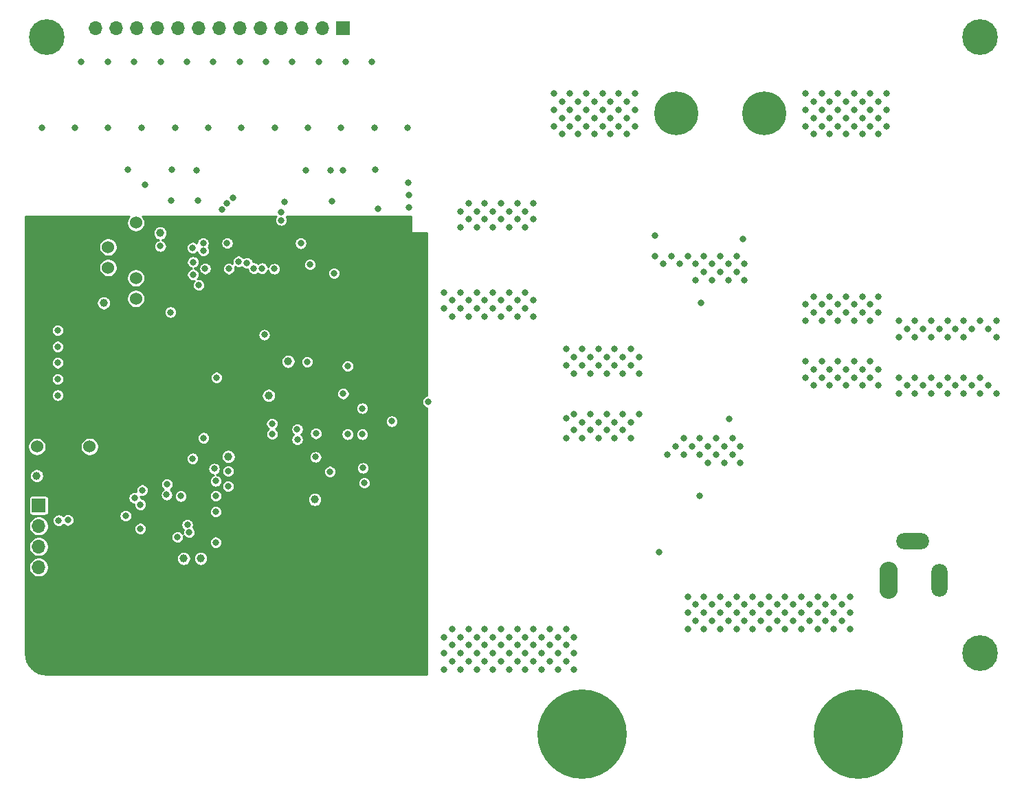
<source format=gbr>
%TF.GenerationSoftware,KiCad,Pcbnew,(5.1.7)-1*%
%TF.CreationDate,2021-03-06T18:12:56-08:00*%
%TF.ProjectId,eskate_bms,65736b61-7465-45f6-926d-732e6b696361,rev?*%
%TF.SameCoordinates,Original*%
%TF.FileFunction,Copper,L2,Inr*%
%TF.FilePolarity,Positive*%
%FSLAX46Y46*%
G04 Gerber Fmt 4.6, Leading zero omitted, Abs format (unit mm)*
G04 Created by KiCad (PCBNEW (5.1.7)-1) date 2021-03-06 18:12:56*
%MOMM*%
%LPD*%
G01*
G04 APERTURE LIST*
%TA.AperFunction,ComponentPad*%
%ADD10C,0.900000*%
%TD*%
%TA.AperFunction,ComponentPad*%
%ADD11C,11.000000*%
%TD*%
%TA.AperFunction,ComponentPad*%
%ADD12C,0.700000*%
%TD*%
%TA.AperFunction,ComponentPad*%
%ADD13C,4.400000*%
%TD*%
%TA.AperFunction,ComponentPad*%
%ADD14C,5.400000*%
%TD*%
%TA.AperFunction,ComponentPad*%
%ADD15O,2.280000X4.560000*%
%TD*%
%TA.AperFunction,ComponentPad*%
%ADD16O,4.050000X2.025000*%
%TD*%
%TA.AperFunction,ComponentPad*%
%ADD17O,2.025000X4.050000*%
%TD*%
%TA.AperFunction,ComponentPad*%
%ADD18O,1.700000X1.700000*%
%TD*%
%TA.AperFunction,ComponentPad*%
%ADD19R,1.700000X1.700000*%
%TD*%
%TA.AperFunction,ComponentPad*%
%ADD20C,1.524000*%
%TD*%
%TA.AperFunction,ComponentPad*%
%ADD21C,1.000000*%
%TD*%
%TA.AperFunction,ViaPad*%
%ADD22C,0.800000*%
%TD*%
%TA.AperFunction,Conductor*%
%ADD23C,0.254000*%
%TD*%
%TA.AperFunction,Conductor*%
%ADD24C,0.100000*%
%TD*%
G04 APERTURE END LIST*
D10*
%TO.N,PACK+*%
%TO.C,H1*%
X224926815Y-101073185D03*
X222000000Y-99875000D03*
X219073185Y-101073185D03*
X217875000Y-104000000D03*
X219073185Y-106926815D03*
X222000000Y-108125000D03*
X224926815Y-106926815D03*
X226125000Y-104000000D03*
D11*
X222000000Y-104000000D03*
%TD*%
D10*
%TO.N,PACK-*%
%TO.C,H2*%
X190926815Y-101073185D03*
X188000000Y-99875000D03*
X185073185Y-101073185D03*
X183875000Y-104000000D03*
X185073185Y-106926815D03*
X188000000Y-108125000D03*
X190926815Y-106926815D03*
X192125000Y-104000000D03*
D11*
X188000000Y-104000000D03*
%TD*%
D12*
%TO.N,Net-(H6-Pad1)*%
%TO.C,H6*%
X238166726Y-92833274D03*
X237000000Y-92350000D03*
X235833274Y-92833274D03*
X235350000Y-94000000D03*
X235833274Y-95166726D03*
X237000000Y-95650000D03*
X238166726Y-95166726D03*
X238650000Y-94000000D03*
D13*
X237000000Y-94000000D03*
%TD*%
D12*
%TO.N,Net-(H5-Pad1)*%
%TO.C,H5*%
X238166726Y-16833274D03*
X237000000Y-16350000D03*
X235833274Y-16833274D03*
X235350000Y-18000000D03*
X235833274Y-19166726D03*
X237000000Y-19650000D03*
X238166726Y-19166726D03*
X238650000Y-18000000D03*
D13*
X237000000Y-18000000D03*
%TD*%
D12*
%TO.N,GND*%
%TO.C,H3*%
X123166726Y-92833274D03*
X122000000Y-92350000D03*
X120833274Y-92833274D03*
X120350000Y-94000000D03*
X120833274Y-95166726D03*
X122000000Y-95650000D03*
X123166726Y-95166726D03*
X123650000Y-94000000D03*
D13*
X122000000Y-94000000D03*
%TD*%
D12*
%TO.N,Net-(H4-Pad1)*%
%TO.C,H4*%
X123166726Y-16833274D03*
X122000000Y-16350000D03*
X120833274Y-16833274D03*
X120350000Y-18000000D03*
X120833274Y-19166726D03*
X122000000Y-19650000D03*
X123166726Y-19166726D03*
X123650000Y-18000000D03*
D13*
X122000000Y-18000000D03*
%TD*%
D14*
%TO.N,-BATT*%
%TO.C,J1*%
X199550000Y-27400000D03*
%TO.N,+BATT*%
X210450000Y-27400000D03*
%TD*%
D15*
%TO.N,PACK+*%
%TO.C,J3*%
X225750000Y-85000000D03*
D16*
%TO.N,Net-(J3-Pad3)*%
X228750000Y-80200000D03*
D17*
%TO.N,PACK-*%
X232000000Y-85000000D03*
%TD*%
D18*
%TO.N,/BQ76940/C0*%
%TO.C,J5*%
X128020000Y-16900000D03*
%TO.N,/BQ76940/C1*%
X130560000Y-16900000D03*
%TO.N,/BQ76940/C2*%
X133100000Y-16900000D03*
%TO.N,/BQ76940/C3*%
X135640000Y-16900000D03*
%TO.N,/BQ76940/C4*%
X138180000Y-16900000D03*
%TO.N,/BQ76940/C5*%
X140720000Y-16900000D03*
%TO.N,/BQ76940/C6*%
X143260000Y-16900000D03*
%TO.N,/BQ76940/C7*%
X145800000Y-16900000D03*
%TO.N,/BQ76940/C8*%
X148340000Y-16900000D03*
%TO.N,/BQ76940/C9*%
X150880000Y-16900000D03*
%TO.N,/BQ76940/C10*%
X153420000Y-16900000D03*
%TO.N,/BQ76940/C11*%
X155960000Y-16900000D03*
D19*
%TO.N,C15*%
X158500000Y-16900000D03*
%TD*%
D18*
%TO.N,Net-(J8-Pad4)*%
%TO.C,J8*%
X121040000Y-83390000D03*
%TO.N,SMBD*%
X121040000Y-80850000D03*
%TO.N,SMBC*%
X121040000Y-78310000D03*
D19*
%TO.N,PACK-*%
X121040000Y-75770000D03*
%TD*%
D20*
%TO.N,GND*%
%TO.C,SW1*%
X120810000Y-64030000D03*
X127310000Y-64030000D03*
%TO.N,Net-(R108-Pad2)*%
X120810000Y-68530000D03*
X127310000Y-68530000D03*
%TD*%
%TO.N,VC10X*%
%TO.C,TH1*%
X133000000Y-47730000D03*
%TO.N,TS3*%
X133000000Y-50270000D03*
%TD*%
%TO.N,VC5X*%
%TO.C,TH2*%
X129600000Y-43930000D03*
%TO.N,TS2*%
X129600000Y-46470000D03*
%TD*%
%TO.N,GND*%
%TO.C,TH3*%
X133000000Y-43470000D03*
%TO.N,TS1*%
X133000000Y-40930000D03*
%TD*%
D21*
%TO.N,VDDCP*%
%TO.C,TP1*%
X149360000Y-62220000D03*
%TD*%
%TO.N,BAT*%
%TO.C,TP2*%
X151770000Y-58030000D03*
%TD*%
%TO.N,PACK*%
%TO.C,TP8*%
X155060000Y-75050000D03*
%TD*%
%TO.N,/BQ76940/SDA*%
%TO.C,TP17*%
X141000000Y-82320000D03*
%TD*%
%TO.N,/BQ76940/SCL*%
%TO.C,TP18*%
X138900000Y-82330000D03*
%TD*%
%TO.N,REGOUT*%
%TO.C,TP22*%
X144420000Y-69730000D03*
%TD*%
%TO.N,/BQ76940/ALERT*%
%TO.C,TP23*%
X136010000Y-42200000D03*
%TD*%
%TO.N,/BQ76940/LEDP*%
%TO.C,TP31*%
X129040000Y-50820000D03*
%TD*%
%TO.N,Net-(R108-Pad2)*%
%TO.C,TP32*%
X120800000Y-72110000D03*
%TD*%
D22*
%TO.N,GND*%
X139270000Y-51940000D03*
X137210000Y-57570000D03*
X153860000Y-52110000D03*
%TO.N,REGOUT*%
X157430000Y-47140000D03*
X142840000Y-80320000D03*
X140000000Y-44000000D03*
X142840000Y-72760000D03*
X144380000Y-71550000D03*
X131740000Y-77030000D03*
%TO.N,VC15X*%
X162820000Y-39200000D03*
%TO.N,GND*%
X165000000Y-41700000D03*
X163900000Y-41700000D03*
X163900000Y-40500000D03*
X165000000Y-40500000D03*
%TO.N,/BQ76940/C11*%
X158825000Y-21100000D03*
X166525000Y-29250000D03*
%TO.N,/BQ76940/C10*%
X162400000Y-29250000D03*
%TO.N,/BQ76940/C9*%
X158300000Y-29250000D03*
%TO.N,/BQ76940/C8*%
X154200000Y-29250000D03*
%TO.N,/BQ76940/C7*%
X150100000Y-29225000D03*
%TO.N,/BQ76940/C6*%
X146025000Y-29250000D03*
%TO.N,/BQ76940/C5*%
X141925000Y-29225000D03*
%TO.N,/BQ76940/C4*%
X137825000Y-29225000D03*
%TO.N,/BQ76940/C3*%
X133725000Y-29225000D03*
%TO.N,/BQ76940/C2*%
X129600000Y-29225000D03*
%TO.N,/BQ76940/C1*%
X125500000Y-29225000D03*
%TO.N,/BQ76940/C0*%
X121400000Y-29250000D03*
%TO.N,/BQ76200/DSG*%
X161150000Y-73000000D03*
%TO.N,GND*%
X142550000Y-49470000D03*
X136790000Y-75680000D03*
X136790000Y-76510000D03*
X162000000Y-40500000D03*
X157600000Y-40700000D03*
X156800000Y-41500000D03*
X156000000Y-42300000D03*
X155000000Y-43200000D03*
X159500000Y-47200000D03*
X159500000Y-48100000D03*
X161100000Y-48800000D03*
X160200000Y-48800000D03*
X147980000Y-57600000D03*
X148980000Y-57610000D03*
X149980000Y-57610000D03*
X149980000Y-58600000D03*
X148970000Y-58590000D03*
X147980000Y-58600000D03*
X150000000Y-56660000D03*
X149000000Y-56660000D03*
X148000000Y-56660000D03*
X139180000Y-59650000D03*
X139180000Y-60550000D03*
X139200000Y-61520000D03*
X142590000Y-51520000D03*
X142590000Y-52500000D03*
X146000000Y-71990000D03*
X146010000Y-70990000D03*
X145990000Y-70010000D03*
X146010000Y-69010000D03*
X147000000Y-69010000D03*
X147000000Y-70000000D03*
X147000000Y-71010000D03*
X148010000Y-70000000D03*
X148000000Y-69010000D03*
X148990000Y-69030000D03*
X136860000Y-45470000D03*
X136840000Y-46440000D03*
X147200000Y-74610000D03*
X148060000Y-74620000D03*
X148070000Y-73690000D03*
X147170000Y-75470000D03*
X168000000Y-68500000D03*
X168000000Y-70500000D03*
X168000000Y-72500000D03*
X168000000Y-74500000D03*
X168000000Y-76500000D03*
X168000000Y-78500000D03*
X168000000Y-80500000D03*
X168000000Y-82500000D03*
X168000000Y-84500000D03*
X168000000Y-86500000D03*
X168000000Y-88500000D03*
X168000000Y-90500000D03*
X168000000Y-92500000D03*
X168000000Y-94500000D03*
X167000000Y-93500000D03*
X167000000Y-91500000D03*
X167000000Y-89500000D03*
X167000000Y-87500000D03*
X167000000Y-85500000D03*
X167000000Y-83500000D03*
X167000000Y-81500000D03*
X167000000Y-79500000D03*
X167000000Y-77500000D03*
X167000000Y-75500000D03*
X167000000Y-73500000D03*
X167000000Y-71500000D03*
X166000000Y-94500000D03*
X164000000Y-94500000D03*
X162000000Y-94500000D03*
X160000000Y-94500000D03*
X158000000Y-94500000D03*
X156000000Y-94500000D03*
X154000000Y-94500000D03*
X152000000Y-94500000D03*
X150000000Y-94500000D03*
X148000000Y-94500000D03*
X146000000Y-94500000D03*
X147000000Y-93500000D03*
X149000000Y-93500000D03*
X151000000Y-93500000D03*
X153000000Y-93500000D03*
X155000000Y-93500000D03*
X157000000Y-93500000D03*
X159000000Y-93500000D03*
X161000000Y-93500000D03*
X163000000Y-93500000D03*
X165000000Y-93500000D03*
X145000000Y-93500000D03*
X144000000Y-92500000D03*
X143000000Y-91500000D03*
X142000000Y-90500000D03*
X141000000Y-89500000D03*
X140000000Y-88500000D03*
X139000000Y-87500000D03*
X138000000Y-86500000D03*
X137000000Y-85500000D03*
X136000000Y-84500000D03*
X135000000Y-83500000D03*
X133500000Y-82000000D03*
X132000000Y-80500000D03*
X130500000Y-79000000D03*
X131000000Y-67500000D03*
X129900000Y-66200000D03*
X128800000Y-65000000D03*
X129800000Y-67400000D03*
X128600000Y-66100000D03*
X127400000Y-76900000D03*
X128200000Y-76000000D03*
X129000000Y-75000000D03*
X129900000Y-74100000D03*
X134000000Y-63500000D03*
X133000000Y-62500000D03*
X132000000Y-61500000D03*
X131000000Y-60500000D03*
X130000000Y-59500000D03*
X132000000Y-59500000D03*
X133000000Y-60500000D03*
X134000000Y-61500000D03*
X130000000Y-41000000D03*
X128000000Y-41000000D03*
X126000000Y-41000000D03*
X124000000Y-41000000D03*
X122000000Y-41000000D03*
X120000000Y-41000000D03*
X120000000Y-43000000D03*
X120000000Y-45000000D03*
X120000000Y-47000000D03*
X120000000Y-49000000D03*
X120000000Y-51000000D03*
X120000000Y-53000000D03*
X120000000Y-55000000D03*
X120000000Y-57000000D03*
X120000000Y-59000000D03*
X120000000Y-61000000D03*
X121000000Y-60000000D03*
X121000000Y-58000000D03*
X121000000Y-56000000D03*
X121000000Y-54000000D03*
X121000000Y-52000000D03*
X121000000Y-50000000D03*
X121000000Y-48000000D03*
X121000000Y-46000000D03*
X121000000Y-44000000D03*
X121000000Y-42000000D03*
X123000000Y-42000000D03*
X125000000Y-42000000D03*
X127000000Y-42000000D03*
X129000000Y-42000000D03*
X148000000Y-64000000D03*
X149000000Y-64000000D03*
X146500000Y-62500000D03*
X147500000Y-62500000D03*
X129000000Y-54500000D03*
X127000000Y-54500000D03*
X128000000Y-55500000D03*
X127000000Y-56500000D03*
X129000000Y-56500000D03*
X144000000Y-82000000D03*
X146000000Y-82000000D03*
X148000000Y-82000000D03*
X148000000Y-80000000D03*
X148000000Y-78000000D03*
X135900000Y-40600000D03*
X134800000Y-40600000D03*
%TO.N,REGOUT*%
X141300000Y-43460000D03*
%TO.N,Net-(C44-Pad1)*%
X142840000Y-76560000D03*
%TO.N,+BATT*%
X197000000Y-42500000D03*
X158550000Y-62000000D03*
X169000000Y-63000000D03*
X227000000Y-55000000D03*
X229000000Y-55000000D03*
X228000000Y-54000000D03*
X227000000Y-53000000D03*
X229000000Y-53000000D03*
X230000000Y-54000000D03*
X231000000Y-55000000D03*
X232000000Y-54000000D03*
X231000000Y-53000000D03*
X233000000Y-55000000D03*
X235000000Y-55000000D03*
X234000000Y-54000000D03*
X233000000Y-53000000D03*
X235000000Y-53000000D03*
X236000000Y-54000000D03*
X237000000Y-53000000D03*
X238000000Y-54000000D03*
X239000000Y-53000000D03*
X239000000Y-55000000D03*
X208000000Y-48000000D03*
X206000000Y-48000000D03*
X207000000Y-47000000D03*
X205000000Y-47000000D03*
X204000000Y-48000000D03*
X203000000Y-47000000D03*
X208000000Y-46000000D03*
X206000000Y-46000000D03*
X204000000Y-46000000D03*
X203000000Y-45000000D03*
X205000000Y-45000000D03*
X207000000Y-45000000D03*
X202000000Y-46000000D03*
X201000000Y-45000000D03*
X200000000Y-46000000D03*
X199000000Y-45000000D03*
X198000000Y-46000000D03*
X197000000Y-45000000D03*
X202000000Y-48000000D03*
X215500000Y-25000000D03*
X215500000Y-27000000D03*
X215500000Y-29000000D03*
X216500000Y-30000000D03*
X216500000Y-28000000D03*
X216500000Y-26000000D03*
X217500000Y-25000000D03*
X217500000Y-27000000D03*
X217500000Y-29000000D03*
X217500000Y-29000000D03*
X218500000Y-30000000D03*
X218500000Y-28000000D03*
X218500000Y-26000000D03*
X219500000Y-25000000D03*
X219500000Y-27000000D03*
X219500000Y-29000000D03*
X220500000Y-30000000D03*
X220500000Y-28000000D03*
X220500000Y-26000000D03*
X221500000Y-25000000D03*
X221500000Y-27000000D03*
X221500000Y-29000000D03*
X222500000Y-30000000D03*
X222500000Y-28000000D03*
X222500000Y-26000000D03*
X223500000Y-29000000D03*
X223500000Y-27000000D03*
X223500000Y-25000000D03*
X224500000Y-30000000D03*
X224500000Y-28000000D03*
X224500000Y-26000000D03*
X225500000Y-29000000D03*
X225500000Y-27000000D03*
X225500000Y-25000000D03*
%TO.N,PACK+*%
X197500000Y-81500000D03*
X161000000Y-71150000D03*
X156912500Y-71600000D03*
X159090000Y-58580000D03*
X221000000Y-91000000D03*
X219000000Y-91000000D03*
X217000000Y-91000000D03*
X215000000Y-91000000D03*
X213000000Y-91000000D03*
X211000000Y-91000000D03*
X209000000Y-91000000D03*
X207000000Y-91000000D03*
X205000000Y-91000000D03*
X203000000Y-91000000D03*
X201000000Y-91000000D03*
X202000000Y-90000000D03*
X204000000Y-90000000D03*
X206000000Y-90000000D03*
X208000000Y-90000000D03*
X210000000Y-90000000D03*
X212000000Y-90000000D03*
X214000000Y-90000000D03*
X216000000Y-90000000D03*
X218000000Y-90000000D03*
X220000000Y-90000000D03*
X221000000Y-89000000D03*
X219000000Y-89000000D03*
X217000000Y-89000000D03*
X215000000Y-89000000D03*
X213000000Y-89000000D03*
X211000000Y-89000000D03*
X209000000Y-89000000D03*
X207000000Y-89000000D03*
X205000000Y-89000000D03*
X203000000Y-89000000D03*
X201000000Y-89000000D03*
X202000000Y-88000000D03*
X204000000Y-88000000D03*
X206000000Y-88000000D03*
X208000000Y-88000000D03*
X210000000Y-88000000D03*
X212000000Y-88000000D03*
X214000000Y-88000000D03*
X216000000Y-88000000D03*
X218000000Y-88000000D03*
X220000000Y-88000000D03*
X221000000Y-87000000D03*
X219000000Y-87000000D03*
X217000000Y-87000000D03*
X215000000Y-87000000D03*
X213000000Y-87000000D03*
X211000000Y-87000000D03*
X209000000Y-87000000D03*
X207000000Y-87000000D03*
X205000000Y-87000000D03*
X203000000Y-87000000D03*
X201000000Y-87000000D03*
X227000000Y-60000000D03*
X229000000Y-60000000D03*
X228000000Y-61000000D03*
X227000000Y-62000000D03*
X229000000Y-62000000D03*
X230000000Y-61000000D03*
X231000000Y-60000000D03*
X231000000Y-62000000D03*
X232000000Y-61000000D03*
X233000000Y-60000000D03*
X233000000Y-62000000D03*
X234000000Y-61000000D03*
X235000000Y-60000000D03*
X235000000Y-62000000D03*
X236000000Y-61000000D03*
X237000000Y-62000000D03*
X237000000Y-60000000D03*
X238000000Y-61000000D03*
X239000000Y-62000000D03*
X202500000Y-67500000D03*
X204500000Y-67500000D03*
X206500000Y-67500000D03*
X203500000Y-68500000D03*
X205500000Y-68500000D03*
X207500000Y-68500000D03*
X206500000Y-69500000D03*
X204500000Y-69500000D03*
X202500000Y-69500000D03*
X203500000Y-70500000D03*
X205500000Y-70500000D03*
X207500000Y-70500000D03*
X201500000Y-68500000D03*
X200500000Y-69500000D03*
X198500000Y-69500000D03*
X199500000Y-68500000D03*
X200500000Y-67500000D03*
%TO.N,PACK*%
X155193626Y-66911491D03*
X155162500Y-69800000D03*
%TO.N,PACK-*%
X171000000Y-96000000D03*
X173000000Y-96000000D03*
X175000000Y-96000000D03*
X177000000Y-96000000D03*
X179000000Y-96000000D03*
X181000000Y-96000000D03*
X183000000Y-96000000D03*
X185000000Y-96000000D03*
X187000000Y-96000000D03*
X186000000Y-95000000D03*
X184000000Y-95000000D03*
X182000000Y-95000000D03*
X180000000Y-95000000D03*
X178000000Y-95000000D03*
X176000000Y-95000000D03*
X174000000Y-95000000D03*
X172000000Y-95000000D03*
X171000000Y-94000000D03*
X173000000Y-94000000D03*
X175000000Y-94000000D03*
X177000000Y-94000000D03*
X179000000Y-94000000D03*
X181000000Y-94000000D03*
X183000000Y-94000000D03*
X185000000Y-94000000D03*
X187000000Y-94000000D03*
X186000000Y-93000000D03*
X184000000Y-93000000D03*
X182000000Y-93000000D03*
X180000000Y-93000000D03*
X178000000Y-93000000D03*
X176000000Y-93000000D03*
X174000000Y-93000000D03*
X172000000Y-93000000D03*
X187000000Y-92000000D03*
X185000000Y-92000000D03*
X183000000Y-92000000D03*
X181000000Y-92000000D03*
X179000000Y-92000000D03*
X177000000Y-92000000D03*
X175000000Y-92000000D03*
X173000000Y-92000000D03*
X171000000Y-92000000D03*
X172000000Y-91000000D03*
X174000000Y-91000000D03*
X176000000Y-91000000D03*
X178000000Y-91000000D03*
X180000000Y-91000000D03*
X182000000Y-91000000D03*
X184000000Y-91000000D03*
X186000000Y-91000000D03*
X182000000Y-50500000D03*
X181000000Y-49500000D03*
X181000000Y-51500000D03*
X180000000Y-50500000D03*
X179000000Y-49500000D03*
X179000000Y-51500000D03*
X178000000Y-50500000D03*
X177000000Y-49500000D03*
X177000000Y-51500000D03*
X176000000Y-50500000D03*
X175000000Y-49500000D03*
X175000000Y-51500000D03*
X174000000Y-50500000D03*
X173000000Y-49500000D03*
X173000000Y-51500000D03*
X172000000Y-50500000D03*
X171000000Y-49500000D03*
X171000000Y-51500000D03*
X172000000Y-52500000D03*
X174000000Y-52500000D03*
X176000000Y-52500000D03*
X178000000Y-52500000D03*
X180000000Y-52500000D03*
X182000000Y-52500000D03*
%TO.N,/BQ76940/C11/vc+*%
X153325000Y-43462500D03*
X166562500Y-35950000D03*
%TO.N,/BQ76940/C10/vc+*%
X150925000Y-40600000D03*
X162462500Y-34400000D03*
%TO.N,/BQ76940/C9/vc+*%
X150925000Y-39649997D03*
X158550000Y-34487500D03*
%TO.N,VC10X*%
X148550000Y-46537500D03*
X157140000Y-38240000D03*
%TO.N,VC5X*%
X140660000Y-38190000D03*
X146700000Y-45880000D03*
%TO.N,/BQ76940/C3/vc+*%
X134167500Y-36240000D03*
X144241516Y-38527679D03*
%TO.N,/BQ76940/C4/vc+*%
X144250000Y-43450000D03*
X137360000Y-38190000D03*
%TO.N,/BQ76940/C2/vc+*%
X132037500Y-34400000D03*
X143652198Y-39272802D03*
%TO.N,/BQ76940/C9/vcb*%
X151285201Y-38335201D03*
X157020000Y-34487500D03*
%TO.N,/BQ76940/C5/vcb*%
X145000000Y-37875000D03*
X140530000Y-34457500D03*
%TO.N,/BQ76940/ALERT*%
X136030000Y-43810000D03*
X138140000Y-79680000D03*
%TO.N,TS3*%
X150080000Y-46600000D03*
%TO.N,TS2*%
X147550000Y-46537500D03*
%TO.N,TS1*%
X144480004Y-46589999D03*
X148830000Y-54730000D03*
%TO.N,C15*%
X166612500Y-37500000D03*
X162050000Y-21100000D03*
X154100000Y-58060000D03*
X166612500Y-39050000D03*
X142950000Y-60000000D03*
%TO.N,VC15X*%
X154450000Y-46077500D03*
%TO.N,REGOUT*%
X133560000Y-78627500D03*
X142660000Y-71240000D03*
X141310000Y-44370000D03*
%TO.N,REGSRC*%
X145660000Y-45695000D03*
X137262500Y-51950000D03*
%TO.N,Net-(C44-Pad1)*%
X141350000Y-67450000D03*
%TO.N,-BATT*%
X194500000Y-25000000D03*
X194500000Y-27000000D03*
X194500000Y-29000000D03*
X193500000Y-30000000D03*
X193500000Y-28000000D03*
X193500000Y-26000000D03*
X192500000Y-25000000D03*
X192500000Y-27000000D03*
X192500000Y-29000000D03*
X191500000Y-30000000D03*
X191500000Y-28000000D03*
X191500000Y-26000000D03*
X190500000Y-25000000D03*
X190500000Y-27000000D03*
X190500000Y-29000000D03*
X189500000Y-26000000D03*
X189500000Y-28000000D03*
X189500000Y-30000000D03*
X188500000Y-25000000D03*
X188500000Y-27000000D03*
X188500000Y-29000000D03*
X187500000Y-30000000D03*
X187500000Y-28000000D03*
X187500000Y-26000000D03*
X186500000Y-25000000D03*
X186500000Y-27000000D03*
X186500000Y-29000000D03*
X185500000Y-30000000D03*
X185500000Y-28000000D03*
X185500000Y-26000000D03*
X184500000Y-25000000D03*
X184500000Y-27000000D03*
X184500000Y-29000000D03*
X173000000Y-41500000D03*
X173000000Y-39500000D03*
X174000000Y-40500000D03*
X174000000Y-38500000D03*
X175000000Y-39500000D03*
X175000000Y-41500000D03*
X176000000Y-40500000D03*
X176000000Y-38500000D03*
X177000000Y-39500000D03*
X177000000Y-41500000D03*
X177000000Y-41500000D03*
X178000000Y-40500000D03*
X178000000Y-38500000D03*
X179000000Y-39500000D03*
X179000000Y-41500000D03*
X180000000Y-40500000D03*
X180000000Y-38500000D03*
X181000000Y-39500000D03*
X181000000Y-41500000D03*
X182000000Y-40500000D03*
X182000000Y-38500000D03*
%TO.N,/BQ76200/CGATE*%
X207800000Y-42900000D03*
X202600000Y-50800000D03*
X160912500Y-63800000D03*
%TO.N,/BQ76200/DGATE*%
X206075000Y-65100000D03*
X202500000Y-74625000D03*
X160912500Y-67000000D03*
%TO.N,/BQ76200/DSG*%
X159087500Y-67000000D03*
%TO.N,/BQ76940/C10*%
X155550000Y-21100000D03*
%TO.N,/BQ76940/C9*%
X152300000Y-21100000D03*
%TO.N,/BQ76940/C8*%
X153950000Y-34437500D03*
X149050000Y-21100000D03*
%TO.N,/BQ76940/C7*%
X145800000Y-21100000D03*
%TO.N,/BQ76940/C6*%
X142550000Y-21100000D03*
%TO.N,/BQ76940/C5*%
X139300000Y-21100000D03*
%TO.N,/BQ76940/C4*%
X137480000Y-34407500D03*
X136050000Y-21100000D03*
%TO.N,/BQ76940/C3*%
X132800000Y-21100000D03*
%TO.N,/BQ76940/C2*%
X129550000Y-21100000D03*
%TO.N,/BQ76940/C1*%
X126300000Y-21100000D03*
%TO.N,Net-(D31-Pad1)*%
X136830000Y-73140000D03*
X123375000Y-54190000D03*
%TO.N,Net-(D32-Pad1)*%
X133806048Y-73886048D03*
X123375000Y-56190000D03*
%TO.N,Net-(D33-Pad1)*%
X123375000Y-58190000D03*
X136801441Y-74460000D03*
%TO.N,Net-(D34-Pad1)*%
X132829249Y-74862847D03*
X123375000Y-60190000D03*
%TO.N,Net-(D35-Pad1)*%
X133560000Y-75660000D03*
X123375000Y-62190000D03*
%TO.N,SMBC*%
X123500000Y-77610000D03*
%TO.N,SMBD*%
X124640000Y-77580000D03*
%TO.N,/BQ76200/CD*%
X186000000Y-65000000D03*
X164550000Y-65400000D03*
%TO.N,/BQ76200/PMON_EN*%
X142840000Y-74592500D03*
X152900000Y-67650000D03*
%TO.N,/BQ76940/SDA*%
X139575000Y-79100000D03*
X140042500Y-47300000D03*
%TO.N,/BQ76940/SCL*%
X140042500Y-45770000D03*
X139350000Y-78150000D03*
%TO.N,/BQ76200/CP_EN*%
X152890000Y-66370000D03*
X144370000Y-73392500D03*
%TO.N,/BQ76200/PCHG_EN*%
X138551452Y-74618548D03*
X140000000Y-69990000D03*
%TO.N,/BQ76200/CD*%
X186000000Y-67500000D03*
X188000000Y-67500000D03*
X190000000Y-67500000D03*
X192000000Y-67500000D03*
X194000000Y-67500000D03*
X193000000Y-66500000D03*
X191000000Y-66500000D03*
X189000000Y-66500000D03*
X187000000Y-66500000D03*
X188000000Y-65500000D03*
X190000000Y-65500000D03*
X192000000Y-65500000D03*
X194000000Y-65500000D03*
X186000000Y-56500000D03*
X188000000Y-56500000D03*
X190000000Y-56500000D03*
X192000000Y-56500000D03*
X194000000Y-56500000D03*
X193000000Y-57500000D03*
X191000000Y-57500000D03*
X189000000Y-57500000D03*
X187000000Y-57500000D03*
X186000000Y-58500000D03*
X188000000Y-58500000D03*
X190000000Y-58500000D03*
X192000000Y-58500000D03*
X194000000Y-58500000D03*
X223500000Y-58000000D03*
X221500000Y-58000000D03*
X219500000Y-58000000D03*
X217500000Y-58000000D03*
X224500000Y-59000000D03*
X222500000Y-59000000D03*
X220500000Y-59000000D03*
X218500000Y-59000000D03*
X216500000Y-59000000D03*
X217500000Y-60000000D03*
X219500000Y-60000000D03*
X221500000Y-60000000D03*
X223500000Y-60000000D03*
X224500000Y-61000000D03*
X222500000Y-61000000D03*
X220500000Y-61000000D03*
X218500000Y-61000000D03*
X216500000Y-61000000D03*
X215500000Y-60000000D03*
X215500000Y-58000000D03*
X215500000Y-51000000D03*
X215500000Y-53000000D03*
X217500000Y-53000000D03*
X219500000Y-53000000D03*
X221500000Y-53000000D03*
X223500000Y-53000000D03*
X216500000Y-50000000D03*
X216500000Y-52000000D03*
X218500000Y-52000000D03*
X218500000Y-50000000D03*
X217500000Y-51000000D03*
X219500000Y-51000000D03*
X220500000Y-50000000D03*
X220500000Y-52000000D03*
X221500000Y-51000000D03*
X222500000Y-50000000D03*
X222500000Y-52000000D03*
X224500000Y-52000000D03*
X224500000Y-50000000D03*
X223500000Y-51000000D03*
X187000000Y-59500000D03*
X189000000Y-59500000D03*
X191000000Y-59500000D03*
X193000000Y-59500000D03*
X195000000Y-59500000D03*
X195000000Y-57500000D03*
X187000000Y-64500000D03*
X189000000Y-64500000D03*
X191000000Y-64500000D03*
X193000000Y-64500000D03*
X195000000Y-64500000D03*
%TO.N,/BQ76200/CHG_EN*%
X141540000Y-46590000D03*
X149780000Y-65680000D03*
%TO.N,/BQ76200/DSG_EN*%
X149810000Y-66960000D03*
X140760000Y-48620000D03*
%TD*%
D23*
%TO.N,GND*%
X132112174Y-40201380D02*
X131987087Y-40388587D01*
X131900925Y-40596599D01*
X131857000Y-40817424D01*
X131857000Y-41042576D01*
X131900925Y-41263401D01*
X131987087Y-41471413D01*
X132112174Y-41658620D01*
X132271380Y-41817826D01*
X132458587Y-41942913D01*
X132666599Y-42029075D01*
X132887424Y-42073000D01*
X133112576Y-42073000D01*
X133333401Y-42029075D01*
X133541413Y-41942913D01*
X133728620Y-41817826D01*
X133887826Y-41658620D01*
X134012913Y-41471413D01*
X134099075Y-41263401D01*
X134143000Y-41042576D01*
X134143000Y-40817424D01*
X134099075Y-40596599D01*
X134012913Y-40388587D01*
X133887826Y-40201380D01*
X133813446Y-40127000D01*
X150301747Y-40127000D01*
X150232887Y-40230058D01*
X150174013Y-40372191D01*
X150144000Y-40523078D01*
X150144000Y-40676922D01*
X150174013Y-40827809D01*
X150232887Y-40969942D01*
X150318358Y-41097859D01*
X150427141Y-41206642D01*
X150555058Y-41292113D01*
X150697191Y-41350987D01*
X150848078Y-41381000D01*
X151001922Y-41381000D01*
X151152809Y-41350987D01*
X151294942Y-41292113D01*
X151422859Y-41206642D01*
X151531642Y-41097859D01*
X151617113Y-40969942D01*
X151675987Y-40827809D01*
X151706000Y-40676922D01*
X151706000Y-40523078D01*
X151675987Y-40372191D01*
X151617113Y-40230058D01*
X151548252Y-40127000D01*
X166873155Y-40127000D01*
X166875446Y-42000155D01*
X166877917Y-42024929D01*
X166885173Y-42048744D01*
X166896936Y-42070687D01*
X166912753Y-42089912D01*
X166932018Y-42105683D01*
X166953989Y-42117392D01*
X166977822Y-42124590D01*
X167002446Y-42127000D01*
X168873000Y-42127000D01*
X168873000Y-62228961D01*
X168772191Y-62249013D01*
X168630058Y-62307887D01*
X168502141Y-62393358D01*
X168393358Y-62502141D01*
X168307887Y-62630058D01*
X168249013Y-62772191D01*
X168219000Y-62923078D01*
X168219000Y-63076922D01*
X168249013Y-63227809D01*
X168307887Y-63369942D01*
X168393358Y-63497859D01*
X168502141Y-63606642D01*
X168630058Y-63692113D01*
X168772191Y-63750987D01*
X168873000Y-63771039D01*
X168873000Y-96594000D01*
X122019854Y-96594000D01*
X121496536Y-96542688D01*
X121012244Y-96396472D01*
X120565578Y-96158975D01*
X120173550Y-95839245D01*
X119851090Y-95449458D01*
X119610482Y-95004460D01*
X119460889Y-94521205D01*
X119406000Y-93998971D01*
X119406000Y-83268757D01*
X119809000Y-83268757D01*
X119809000Y-83511243D01*
X119856307Y-83749069D01*
X119949102Y-83973097D01*
X120083820Y-84174717D01*
X120255283Y-84346180D01*
X120456903Y-84480898D01*
X120680931Y-84573693D01*
X120918757Y-84621000D01*
X121161243Y-84621000D01*
X121399069Y-84573693D01*
X121623097Y-84480898D01*
X121824717Y-84346180D01*
X121996180Y-84174717D01*
X122130898Y-83973097D01*
X122223693Y-83749069D01*
X122271000Y-83511243D01*
X122271000Y-83268757D01*
X122223693Y-83030931D01*
X122130898Y-82806903D01*
X121996180Y-82605283D01*
X121824717Y-82433820D01*
X121623097Y-82299102D01*
X121488208Y-82243229D01*
X138019000Y-82243229D01*
X138019000Y-82416771D01*
X138052856Y-82586978D01*
X138119268Y-82747310D01*
X138215682Y-82891605D01*
X138338395Y-83014318D01*
X138482690Y-83110732D01*
X138643022Y-83177144D01*
X138813229Y-83211000D01*
X138986771Y-83211000D01*
X139156978Y-83177144D01*
X139317310Y-83110732D01*
X139461605Y-83014318D01*
X139584318Y-82891605D01*
X139680732Y-82747310D01*
X139747144Y-82586978D01*
X139781000Y-82416771D01*
X139781000Y-82243229D01*
X139779011Y-82233229D01*
X140119000Y-82233229D01*
X140119000Y-82406771D01*
X140152856Y-82576978D01*
X140219268Y-82737310D01*
X140315682Y-82881605D01*
X140438395Y-83004318D01*
X140582690Y-83100732D01*
X140743022Y-83167144D01*
X140913229Y-83201000D01*
X141086771Y-83201000D01*
X141256978Y-83167144D01*
X141417310Y-83100732D01*
X141561605Y-83004318D01*
X141684318Y-82881605D01*
X141780732Y-82737310D01*
X141847144Y-82576978D01*
X141881000Y-82406771D01*
X141881000Y-82233229D01*
X141847144Y-82063022D01*
X141780732Y-81902690D01*
X141684318Y-81758395D01*
X141561605Y-81635682D01*
X141417310Y-81539268D01*
X141256978Y-81472856D01*
X141086771Y-81439000D01*
X140913229Y-81439000D01*
X140743022Y-81472856D01*
X140582690Y-81539268D01*
X140438395Y-81635682D01*
X140315682Y-81758395D01*
X140219268Y-81902690D01*
X140152856Y-82063022D01*
X140119000Y-82233229D01*
X139779011Y-82233229D01*
X139747144Y-82073022D01*
X139680732Y-81912690D01*
X139584318Y-81768395D01*
X139461605Y-81645682D01*
X139317310Y-81549268D01*
X139156978Y-81482856D01*
X138986771Y-81449000D01*
X138813229Y-81449000D01*
X138643022Y-81482856D01*
X138482690Y-81549268D01*
X138338395Y-81645682D01*
X138215682Y-81768395D01*
X138119268Y-81912690D01*
X138052856Y-82073022D01*
X138019000Y-82243229D01*
X121488208Y-82243229D01*
X121399069Y-82206307D01*
X121161243Y-82159000D01*
X120918757Y-82159000D01*
X120680931Y-82206307D01*
X120456903Y-82299102D01*
X120255283Y-82433820D01*
X120083820Y-82605283D01*
X119949102Y-82806903D01*
X119856307Y-83030931D01*
X119809000Y-83268757D01*
X119406000Y-83268757D01*
X119406000Y-80728757D01*
X119809000Y-80728757D01*
X119809000Y-80971243D01*
X119856307Y-81209069D01*
X119949102Y-81433097D01*
X120083820Y-81634717D01*
X120255283Y-81806180D01*
X120456903Y-81940898D01*
X120680931Y-82033693D01*
X120918757Y-82081000D01*
X121161243Y-82081000D01*
X121399069Y-82033693D01*
X121623097Y-81940898D01*
X121824717Y-81806180D01*
X121996180Y-81634717D01*
X122130898Y-81433097D01*
X122223693Y-81209069D01*
X122271000Y-80971243D01*
X122271000Y-80728757D01*
X122223693Y-80490931D01*
X122130898Y-80266903D01*
X121996180Y-80065283D01*
X121824717Y-79893820D01*
X121623097Y-79759102D01*
X121399069Y-79666307D01*
X121161243Y-79619000D01*
X120918757Y-79619000D01*
X120680931Y-79666307D01*
X120456903Y-79759102D01*
X120255283Y-79893820D01*
X120083820Y-80065283D01*
X119949102Y-80266903D01*
X119856307Y-80490931D01*
X119809000Y-80728757D01*
X119406000Y-80728757D01*
X119406000Y-79603078D01*
X137359000Y-79603078D01*
X137359000Y-79756922D01*
X137389013Y-79907809D01*
X137447887Y-80049942D01*
X137533358Y-80177859D01*
X137642141Y-80286642D01*
X137770058Y-80372113D01*
X137912191Y-80430987D01*
X138063078Y-80461000D01*
X138216922Y-80461000D01*
X138367809Y-80430987D01*
X138509942Y-80372113D01*
X138637859Y-80286642D01*
X138681423Y-80243078D01*
X142059000Y-80243078D01*
X142059000Y-80396922D01*
X142089013Y-80547809D01*
X142147887Y-80689942D01*
X142233358Y-80817859D01*
X142342141Y-80926642D01*
X142470058Y-81012113D01*
X142612191Y-81070987D01*
X142763078Y-81101000D01*
X142916922Y-81101000D01*
X143067809Y-81070987D01*
X143209942Y-81012113D01*
X143337859Y-80926642D01*
X143446642Y-80817859D01*
X143532113Y-80689942D01*
X143590987Y-80547809D01*
X143621000Y-80396922D01*
X143621000Y-80243078D01*
X143590987Y-80092191D01*
X143532113Y-79950058D01*
X143446642Y-79822141D01*
X143337859Y-79713358D01*
X143209942Y-79627887D01*
X143067809Y-79569013D01*
X142916922Y-79539000D01*
X142763078Y-79539000D01*
X142612191Y-79569013D01*
X142470058Y-79627887D01*
X142342141Y-79713358D01*
X142233358Y-79822141D01*
X142147887Y-79950058D01*
X142089013Y-80092191D01*
X142059000Y-80243078D01*
X138681423Y-80243078D01*
X138746642Y-80177859D01*
X138832113Y-80049942D01*
X138890987Y-79907809D01*
X138921000Y-79756922D01*
X138921000Y-79603078D01*
X138899448Y-79494727D01*
X138968358Y-79597859D01*
X139077141Y-79706642D01*
X139205058Y-79792113D01*
X139347191Y-79850987D01*
X139498078Y-79881000D01*
X139651922Y-79881000D01*
X139802809Y-79850987D01*
X139944942Y-79792113D01*
X140072859Y-79706642D01*
X140181642Y-79597859D01*
X140267113Y-79469942D01*
X140325987Y-79327809D01*
X140356000Y-79176922D01*
X140356000Y-79023078D01*
X140325987Y-78872191D01*
X140267113Y-78730058D01*
X140181642Y-78602141D01*
X140072859Y-78493358D01*
X140057402Y-78483030D01*
X140100987Y-78377809D01*
X140131000Y-78226922D01*
X140131000Y-78073078D01*
X140100987Y-77922191D01*
X140042113Y-77780058D01*
X139956642Y-77652141D01*
X139847859Y-77543358D01*
X139719942Y-77457887D01*
X139577809Y-77399013D01*
X139426922Y-77369000D01*
X139273078Y-77369000D01*
X139122191Y-77399013D01*
X138980058Y-77457887D01*
X138852141Y-77543358D01*
X138743358Y-77652141D01*
X138657887Y-77780058D01*
X138599013Y-77922191D01*
X138569000Y-78073078D01*
X138569000Y-78226922D01*
X138599013Y-78377809D01*
X138657887Y-78519942D01*
X138743358Y-78647859D01*
X138852141Y-78756642D01*
X138867598Y-78766970D01*
X138824013Y-78872191D01*
X138794000Y-79023078D01*
X138794000Y-79176922D01*
X138815552Y-79285273D01*
X138746642Y-79182141D01*
X138637859Y-79073358D01*
X138509942Y-78987887D01*
X138367809Y-78929013D01*
X138216922Y-78899000D01*
X138063078Y-78899000D01*
X137912191Y-78929013D01*
X137770058Y-78987887D01*
X137642141Y-79073358D01*
X137533358Y-79182141D01*
X137447887Y-79310058D01*
X137389013Y-79452191D01*
X137359000Y-79603078D01*
X119406000Y-79603078D01*
X119406000Y-78188757D01*
X119809000Y-78188757D01*
X119809000Y-78431243D01*
X119856307Y-78669069D01*
X119949102Y-78893097D01*
X120083820Y-79094717D01*
X120255283Y-79266180D01*
X120456903Y-79400898D01*
X120680931Y-79493693D01*
X120918757Y-79541000D01*
X121161243Y-79541000D01*
X121399069Y-79493693D01*
X121623097Y-79400898D01*
X121824717Y-79266180D01*
X121996180Y-79094717D01*
X122130898Y-78893097D01*
X122223693Y-78669069D01*
X122247262Y-78550578D01*
X132779000Y-78550578D01*
X132779000Y-78704422D01*
X132809013Y-78855309D01*
X132867887Y-78997442D01*
X132953358Y-79125359D01*
X133062141Y-79234142D01*
X133190058Y-79319613D01*
X133332191Y-79378487D01*
X133483078Y-79408500D01*
X133636922Y-79408500D01*
X133787809Y-79378487D01*
X133929942Y-79319613D01*
X134057859Y-79234142D01*
X134166642Y-79125359D01*
X134252113Y-78997442D01*
X134310987Y-78855309D01*
X134341000Y-78704422D01*
X134341000Y-78550578D01*
X134310987Y-78399691D01*
X134252113Y-78257558D01*
X134166642Y-78129641D01*
X134057859Y-78020858D01*
X133929942Y-77935387D01*
X133787809Y-77876513D01*
X133636922Y-77846500D01*
X133483078Y-77846500D01*
X133332191Y-77876513D01*
X133190058Y-77935387D01*
X133062141Y-78020858D01*
X132953358Y-78129641D01*
X132867887Y-78257558D01*
X132809013Y-78399691D01*
X132779000Y-78550578D01*
X122247262Y-78550578D01*
X122271000Y-78431243D01*
X122271000Y-78188757D01*
X122223693Y-77950931D01*
X122130898Y-77726903D01*
X122001389Y-77533078D01*
X122719000Y-77533078D01*
X122719000Y-77686922D01*
X122749013Y-77837809D01*
X122807887Y-77979942D01*
X122893358Y-78107859D01*
X123002141Y-78216642D01*
X123130058Y-78302113D01*
X123272191Y-78360987D01*
X123423078Y-78391000D01*
X123576922Y-78391000D01*
X123727809Y-78360987D01*
X123869942Y-78302113D01*
X123997859Y-78216642D01*
X124085000Y-78129501D01*
X124142141Y-78186642D01*
X124270058Y-78272113D01*
X124412191Y-78330987D01*
X124563078Y-78361000D01*
X124716922Y-78361000D01*
X124867809Y-78330987D01*
X125009942Y-78272113D01*
X125137859Y-78186642D01*
X125246642Y-78077859D01*
X125332113Y-77949942D01*
X125390987Y-77807809D01*
X125421000Y-77656922D01*
X125421000Y-77503078D01*
X125390987Y-77352191D01*
X125332113Y-77210058D01*
X125246642Y-77082141D01*
X125137859Y-76973358D01*
X125107508Y-76953078D01*
X130959000Y-76953078D01*
X130959000Y-77106922D01*
X130989013Y-77257809D01*
X131047887Y-77399942D01*
X131133358Y-77527859D01*
X131242141Y-77636642D01*
X131370058Y-77722113D01*
X131512191Y-77780987D01*
X131663078Y-77811000D01*
X131816922Y-77811000D01*
X131967809Y-77780987D01*
X132109942Y-77722113D01*
X132237859Y-77636642D01*
X132346642Y-77527859D01*
X132432113Y-77399942D01*
X132490987Y-77257809D01*
X132521000Y-77106922D01*
X132521000Y-76953078D01*
X132490987Y-76802191D01*
X132432113Y-76660058D01*
X132346642Y-76532141D01*
X132297579Y-76483078D01*
X142059000Y-76483078D01*
X142059000Y-76636922D01*
X142089013Y-76787809D01*
X142147887Y-76929942D01*
X142233358Y-77057859D01*
X142342141Y-77166642D01*
X142470058Y-77252113D01*
X142612191Y-77310987D01*
X142763078Y-77341000D01*
X142916922Y-77341000D01*
X143067809Y-77310987D01*
X143209942Y-77252113D01*
X143337859Y-77166642D01*
X143446642Y-77057859D01*
X143532113Y-76929942D01*
X143590987Y-76787809D01*
X143621000Y-76636922D01*
X143621000Y-76483078D01*
X143590987Y-76332191D01*
X143532113Y-76190058D01*
X143446642Y-76062141D01*
X143337859Y-75953358D01*
X143209942Y-75867887D01*
X143067809Y-75809013D01*
X142916922Y-75779000D01*
X142763078Y-75779000D01*
X142612191Y-75809013D01*
X142470058Y-75867887D01*
X142342141Y-75953358D01*
X142233358Y-76062141D01*
X142147887Y-76190058D01*
X142089013Y-76332191D01*
X142059000Y-76483078D01*
X132297579Y-76483078D01*
X132237859Y-76423358D01*
X132109942Y-76337887D01*
X131967809Y-76279013D01*
X131816922Y-76249000D01*
X131663078Y-76249000D01*
X131512191Y-76279013D01*
X131370058Y-76337887D01*
X131242141Y-76423358D01*
X131133358Y-76532141D01*
X131047887Y-76660058D01*
X130989013Y-76802191D01*
X130959000Y-76953078D01*
X125107508Y-76953078D01*
X125009942Y-76887887D01*
X124867809Y-76829013D01*
X124716922Y-76799000D01*
X124563078Y-76799000D01*
X124412191Y-76829013D01*
X124270058Y-76887887D01*
X124142141Y-76973358D01*
X124055000Y-77060499D01*
X123997859Y-77003358D01*
X123869942Y-76917887D01*
X123727809Y-76859013D01*
X123576922Y-76829000D01*
X123423078Y-76829000D01*
X123272191Y-76859013D01*
X123130058Y-76917887D01*
X123002141Y-77003358D01*
X122893358Y-77112141D01*
X122807887Y-77240058D01*
X122749013Y-77382191D01*
X122719000Y-77533078D01*
X122001389Y-77533078D01*
X121996180Y-77525283D01*
X121824717Y-77353820D01*
X121623097Y-77219102D01*
X121399069Y-77126307D01*
X121161243Y-77079000D01*
X120918757Y-77079000D01*
X120680931Y-77126307D01*
X120456903Y-77219102D01*
X120255283Y-77353820D01*
X120083820Y-77525283D01*
X119949102Y-77726903D01*
X119856307Y-77950931D01*
X119809000Y-78188757D01*
X119406000Y-78188757D01*
X119406000Y-74920000D01*
X119807157Y-74920000D01*
X119807157Y-76620000D01*
X119814513Y-76694689D01*
X119836299Y-76766508D01*
X119871678Y-76832696D01*
X119919289Y-76890711D01*
X119977304Y-76938322D01*
X120043492Y-76973701D01*
X120115311Y-76995487D01*
X120190000Y-77002843D01*
X121890000Y-77002843D01*
X121964689Y-76995487D01*
X122036508Y-76973701D01*
X122102696Y-76938322D01*
X122160711Y-76890711D01*
X122208322Y-76832696D01*
X122243701Y-76766508D01*
X122265487Y-76694689D01*
X122272843Y-76620000D01*
X122272843Y-74920000D01*
X122265487Y-74845311D01*
X122247473Y-74785925D01*
X132048249Y-74785925D01*
X132048249Y-74939769D01*
X132078262Y-75090656D01*
X132137136Y-75232789D01*
X132222607Y-75360706D01*
X132331390Y-75469489D01*
X132459307Y-75554960D01*
X132601440Y-75613834D01*
X132752327Y-75643847D01*
X132779000Y-75643847D01*
X132779000Y-75736922D01*
X132809013Y-75887809D01*
X132867887Y-76029942D01*
X132953358Y-76157859D01*
X133062141Y-76266642D01*
X133190058Y-76352113D01*
X133332191Y-76410987D01*
X133483078Y-76441000D01*
X133636922Y-76441000D01*
X133787809Y-76410987D01*
X133929942Y-76352113D01*
X134057859Y-76266642D01*
X134166642Y-76157859D01*
X134252113Y-76029942D01*
X134310987Y-75887809D01*
X134341000Y-75736922D01*
X134341000Y-75583078D01*
X134310987Y-75432191D01*
X134252113Y-75290058D01*
X134166642Y-75162141D01*
X134057859Y-75053358D01*
X133929942Y-74967887D01*
X133787809Y-74909013D01*
X133636922Y-74879000D01*
X133610249Y-74879000D01*
X133610249Y-74785925D01*
X133580732Y-74637531D01*
X133729126Y-74667048D01*
X133882970Y-74667048D01*
X134033857Y-74637035D01*
X134175990Y-74578161D01*
X134303907Y-74492690D01*
X134412690Y-74383907D01*
X134413243Y-74383078D01*
X136020441Y-74383078D01*
X136020441Y-74536922D01*
X136050454Y-74687809D01*
X136109328Y-74829942D01*
X136194799Y-74957859D01*
X136303582Y-75066642D01*
X136431499Y-75152113D01*
X136573632Y-75210987D01*
X136724519Y-75241000D01*
X136878363Y-75241000D01*
X137029250Y-75210987D01*
X137171383Y-75152113D01*
X137299300Y-75066642D01*
X137408083Y-74957859D01*
X137493554Y-74829942D01*
X137552428Y-74687809D01*
X137581505Y-74541626D01*
X137770452Y-74541626D01*
X137770452Y-74695470D01*
X137800465Y-74846357D01*
X137859339Y-74988490D01*
X137944810Y-75116407D01*
X138053593Y-75225190D01*
X138181510Y-75310661D01*
X138323643Y-75369535D01*
X138474530Y-75399548D01*
X138628374Y-75399548D01*
X138779261Y-75369535D01*
X138921394Y-75310661D01*
X139049311Y-75225190D01*
X139158094Y-75116407D01*
X139243565Y-74988490D01*
X139302439Y-74846357D01*
X139332452Y-74695470D01*
X139332452Y-74541626D01*
X139327271Y-74515578D01*
X142059000Y-74515578D01*
X142059000Y-74669422D01*
X142089013Y-74820309D01*
X142147887Y-74962442D01*
X142233358Y-75090359D01*
X142342141Y-75199142D01*
X142470058Y-75284613D01*
X142612191Y-75343487D01*
X142763078Y-75373500D01*
X142916922Y-75373500D01*
X143067809Y-75343487D01*
X143209942Y-75284613D01*
X143337859Y-75199142D01*
X143446642Y-75090359D01*
X143531587Y-74963229D01*
X154179000Y-74963229D01*
X154179000Y-75136771D01*
X154212856Y-75306978D01*
X154279268Y-75467310D01*
X154375682Y-75611605D01*
X154498395Y-75734318D01*
X154642690Y-75830732D01*
X154803022Y-75897144D01*
X154973229Y-75931000D01*
X155146771Y-75931000D01*
X155316978Y-75897144D01*
X155477310Y-75830732D01*
X155621605Y-75734318D01*
X155744318Y-75611605D01*
X155840732Y-75467310D01*
X155907144Y-75306978D01*
X155941000Y-75136771D01*
X155941000Y-74963229D01*
X155907144Y-74793022D01*
X155840732Y-74632690D01*
X155744318Y-74488395D01*
X155621605Y-74365682D01*
X155477310Y-74269268D01*
X155316978Y-74202856D01*
X155146771Y-74169000D01*
X154973229Y-74169000D01*
X154803022Y-74202856D01*
X154642690Y-74269268D01*
X154498395Y-74365682D01*
X154375682Y-74488395D01*
X154279268Y-74632690D01*
X154212856Y-74793022D01*
X154179000Y-74963229D01*
X143531587Y-74963229D01*
X143532113Y-74962442D01*
X143590987Y-74820309D01*
X143621000Y-74669422D01*
X143621000Y-74515578D01*
X143590987Y-74364691D01*
X143532113Y-74222558D01*
X143446642Y-74094641D01*
X143337859Y-73985858D01*
X143209942Y-73900387D01*
X143067809Y-73841513D01*
X142916922Y-73811500D01*
X142763078Y-73811500D01*
X142612191Y-73841513D01*
X142470058Y-73900387D01*
X142342141Y-73985858D01*
X142233358Y-74094641D01*
X142147887Y-74222558D01*
X142089013Y-74364691D01*
X142059000Y-74515578D01*
X139327271Y-74515578D01*
X139302439Y-74390739D01*
X139243565Y-74248606D01*
X139158094Y-74120689D01*
X139049311Y-74011906D01*
X138921394Y-73926435D01*
X138779261Y-73867561D01*
X138628374Y-73837548D01*
X138474530Y-73837548D01*
X138323643Y-73867561D01*
X138181510Y-73926435D01*
X138053593Y-74011906D01*
X137944810Y-74120689D01*
X137859339Y-74248606D01*
X137800465Y-74390739D01*
X137770452Y-74541626D01*
X137581505Y-74541626D01*
X137582441Y-74536922D01*
X137582441Y-74383078D01*
X137552428Y-74232191D01*
X137493554Y-74090058D01*
X137408083Y-73962141D01*
X137299300Y-73853358D01*
X137233723Y-73809541D01*
X137327859Y-73746642D01*
X137436642Y-73637859D01*
X137522113Y-73509942D01*
X137580987Y-73367809D01*
X137611000Y-73216922D01*
X137611000Y-73063078D01*
X137580987Y-72912191D01*
X137522113Y-72770058D01*
X137436642Y-72642141D01*
X137327859Y-72533358D01*
X137199942Y-72447887D01*
X137057809Y-72389013D01*
X136906922Y-72359000D01*
X136753078Y-72359000D01*
X136602191Y-72389013D01*
X136460058Y-72447887D01*
X136332141Y-72533358D01*
X136223358Y-72642141D01*
X136137887Y-72770058D01*
X136079013Y-72912191D01*
X136049000Y-73063078D01*
X136049000Y-73216922D01*
X136079013Y-73367809D01*
X136137887Y-73509942D01*
X136223358Y-73637859D01*
X136332141Y-73746642D01*
X136397718Y-73790459D01*
X136303582Y-73853358D01*
X136194799Y-73962141D01*
X136109328Y-74090058D01*
X136050454Y-74232191D01*
X136020441Y-74383078D01*
X134413243Y-74383078D01*
X134498161Y-74255990D01*
X134557035Y-74113857D01*
X134587048Y-73962970D01*
X134587048Y-73809126D01*
X134557035Y-73658239D01*
X134498161Y-73516106D01*
X134412690Y-73388189D01*
X134303907Y-73279406D01*
X134175990Y-73193935D01*
X134033857Y-73135061D01*
X133882970Y-73105048D01*
X133729126Y-73105048D01*
X133578239Y-73135061D01*
X133436106Y-73193935D01*
X133308189Y-73279406D01*
X133199406Y-73388189D01*
X133113935Y-73516106D01*
X133055061Y-73658239D01*
X133025048Y-73809126D01*
X133025048Y-73962970D01*
X133054565Y-74111364D01*
X132906171Y-74081847D01*
X132752327Y-74081847D01*
X132601440Y-74111860D01*
X132459307Y-74170734D01*
X132331390Y-74256205D01*
X132222607Y-74364988D01*
X132137136Y-74492905D01*
X132078262Y-74635038D01*
X132048249Y-74785925D01*
X122247473Y-74785925D01*
X122243701Y-74773492D01*
X122208322Y-74707304D01*
X122160711Y-74649289D01*
X122102696Y-74601678D01*
X122036508Y-74566299D01*
X121964689Y-74544513D01*
X121890000Y-74537157D01*
X120190000Y-74537157D01*
X120115311Y-74544513D01*
X120043492Y-74566299D01*
X119977304Y-74601678D01*
X119919289Y-74649289D01*
X119871678Y-74707304D01*
X119836299Y-74773492D01*
X119814513Y-74845311D01*
X119807157Y-74920000D01*
X119406000Y-74920000D01*
X119406000Y-72023229D01*
X119919000Y-72023229D01*
X119919000Y-72196771D01*
X119952856Y-72366978D01*
X120019268Y-72527310D01*
X120115682Y-72671605D01*
X120238395Y-72794318D01*
X120382690Y-72890732D01*
X120543022Y-72957144D01*
X120713229Y-72991000D01*
X120886771Y-72991000D01*
X121056978Y-72957144D01*
X121217310Y-72890732D01*
X121361605Y-72794318D01*
X121484318Y-72671605D01*
X121580732Y-72527310D01*
X121647144Y-72366978D01*
X121681000Y-72196771D01*
X121681000Y-72023229D01*
X121647144Y-71853022D01*
X121580732Y-71692690D01*
X121484318Y-71548395D01*
X121361605Y-71425682D01*
X121217310Y-71329268D01*
X121056978Y-71262856D01*
X120886771Y-71229000D01*
X120713229Y-71229000D01*
X120543022Y-71262856D01*
X120382690Y-71329268D01*
X120238395Y-71425682D01*
X120115682Y-71548395D01*
X120019268Y-71692690D01*
X119952856Y-71853022D01*
X119919000Y-72023229D01*
X119406000Y-72023229D01*
X119406000Y-71163078D01*
X141879000Y-71163078D01*
X141879000Y-71316922D01*
X141909013Y-71467809D01*
X141967887Y-71609942D01*
X142053358Y-71737859D01*
X142162141Y-71846642D01*
X142290058Y-71932113D01*
X142432191Y-71990987D01*
X142583078Y-72021000D01*
X142583252Y-72021000D01*
X142470058Y-72067887D01*
X142342141Y-72153358D01*
X142233358Y-72262141D01*
X142147887Y-72390058D01*
X142089013Y-72532191D01*
X142059000Y-72683078D01*
X142059000Y-72836922D01*
X142089013Y-72987809D01*
X142147887Y-73129942D01*
X142233358Y-73257859D01*
X142342141Y-73366642D01*
X142470058Y-73452113D01*
X142612191Y-73510987D01*
X142763078Y-73541000D01*
X142916922Y-73541000D01*
X143067809Y-73510987D01*
X143209942Y-73452113D01*
X143337859Y-73366642D01*
X143388923Y-73315578D01*
X143589000Y-73315578D01*
X143589000Y-73469422D01*
X143619013Y-73620309D01*
X143677887Y-73762442D01*
X143763358Y-73890359D01*
X143872141Y-73999142D01*
X144000058Y-74084613D01*
X144142191Y-74143487D01*
X144293078Y-74173500D01*
X144446922Y-74173500D01*
X144597809Y-74143487D01*
X144739942Y-74084613D01*
X144867859Y-73999142D01*
X144976642Y-73890359D01*
X145062113Y-73762442D01*
X145120987Y-73620309D01*
X145151000Y-73469422D01*
X145151000Y-73315578D01*
X145120987Y-73164691D01*
X145062113Y-73022558D01*
X144995643Y-72923078D01*
X160369000Y-72923078D01*
X160369000Y-73076922D01*
X160399013Y-73227809D01*
X160457887Y-73369942D01*
X160543358Y-73497859D01*
X160652141Y-73606642D01*
X160780058Y-73692113D01*
X160922191Y-73750987D01*
X161073078Y-73781000D01*
X161226922Y-73781000D01*
X161377809Y-73750987D01*
X161519942Y-73692113D01*
X161647859Y-73606642D01*
X161756642Y-73497859D01*
X161842113Y-73369942D01*
X161900987Y-73227809D01*
X161931000Y-73076922D01*
X161931000Y-72923078D01*
X161900987Y-72772191D01*
X161842113Y-72630058D01*
X161756642Y-72502141D01*
X161647859Y-72393358D01*
X161519942Y-72307887D01*
X161377809Y-72249013D01*
X161226922Y-72219000D01*
X161073078Y-72219000D01*
X160922191Y-72249013D01*
X160780058Y-72307887D01*
X160652141Y-72393358D01*
X160543358Y-72502141D01*
X160457887Y-72630058D01*
X160399013Y-72772191D01*
X160369000Y-72923078D01*
X144995643Y-72923078D01*
X144976642Y-72894641D01*
X144867859Y-72785858D01*
X144739942Y-72700387D01*
X144597809Y-72641513D01*
X144446922Y-72611500D01*
X144293078Y-72611500D01*
X144142191Y-72641513D01*
X144000058Y-72700387D01*
X143872141Y-72785858D01*
X143763358Y-72894641D01*
X143677887Y-73022558D01*
X143619013Y-73164691D01*
X143589000Y-73315578D01*
X143388923Y-73315578D01*
X143446642Y-73257859D01*
X143532113Y-73129942D01*
X143590987Y-72987809D01*
X143621000Y-72836922D01*
X143621000Y-72683078D01*
X143590987Y-72532191D01*
X143532113Y-72390058D01*
X143446642Y-72262141D01*
X143337859Y-72153358D01*
X143209942Y-72067887D01*
X143067809Y-72009013D01*
X142916922Y-71979000D01*
X142916748Y-71979000D01*
X143029942Y-71932113D01*
X143157859Y-71846642D01*
X143266642Y-71737859D01*
X143352113Y-71609942D01*
X143408804Y-71473078D01*
X143599000Y-71473078D01*
X143599000Y-71626922D01*
X143629013Y-71777809D01*
X143687887Y-71919942D01*
X143773358Y-72047859D01*
X143882141Y-72156642D01*
X144010058Y-72242113D01*
X144152191Y-72300987D01*
X144303078Y-72331000D01*
X144456922Y-72331000D01*
X144607809Y-72300987D01*
X144749942Y-72242113D01*
X144877859Y-72156642D01*
X144986642Y-72047859D01*
X145072113Y-71919942D01*
X145130987Y-71777809D01*
X145161000Y-71626922D01*
X145161000Y-71523078D01*
X156131500Y-71523078D01*
X156131500Y-71676922D01*
X156161513Y-71827809D01*
X156220387Y-71969942D01*
X156305858Y-72097859D01*
X156414641Y-72206642D01*
X156542558Y-72292113D01*
X156684691Y-72350987D01*
X156835578Y-72381000D01*
X156989422Y-72381000D01*
X157140309Y-72350987D01*
X157282442Y-72292113D01*
X157410359Y-72206642D01*
X157519142Y-72097859D01*
X157604613Y-71969942D01*
X157663487Y-71827809D01*
X157693500Y-71676922D01*
X157693500Y-71523078D01*
X157663487Y-71372191D01*
X157604613Y-71230058D01*
X157519142Y-71102141D01*
X157490079Y-71073078D01*
X160219000Y-71073078D01*
X160219000Y-71226922D01*
X160249013Y-71377809D01*
X160307887Y-71519942D01*
X160393358Y-71647859D01*
X160502141Y-71756642D01*
X160630058Y-71842113D01*
X160772191Y-71900987D01*
X160923078Y-71931000D01*
X161076922Y-71931000D01*
X161227809Y-71900987D01*
X161369942Y-71842113D01*
X161497859Y-71756642D01*
X161606642Y-71647859D01*
X161692113Y-71519942D01*
X161750987Y-71377809D01*
X161781000Y-71226922D01*
X161781000Y-71073078D01*
X161750987Y-70922191D01*
X161692113Y-70780058D01*
X161606642Y-70652141D01*
X161497859Y-70543358D01*
X161369942Y-70457887D01*
X161227809Y-70399013D01*
X161076922Y-70369000D01*
X160923078Y-70369000D01*
X160772191Y-70399013D01*
X160630058Y-70457887D01*
X160502141Y-70543358D01*
X160393358Y-70652141D01*
X160307887Y-70780058D01*
X160249013Y-70922191D01*
X160219000Y-71073078D01*
X157490079Y-71073078D01*
X157410359Y-70993358D01*
X157282442Y-70907887D01*
X157140309Y-70849013D01*
X156989422Y-70819000D01*
X156835578Y-70819000D01*
X156684691Y-70849013D01*
X156542558Y-70907887D01*
X156414641Y-70993358D01*
X156305858Y-71102141D01*
X156220387Y-71230058D01*
X156161513Y-71372191D01*
X156131500Y-71523078D01*
X145161000Y-71523078D01*
X145161000Y-71473078D01*
X145130987Y-71322191D01*
X145072113Y-71180058D01*
X144986642Y-71052141D01*
X144877859Y-70943358D01*
X144749942Y-70857887D01*
X144607809Y-70799013D01*
X144456922Y-70769000D01*
X144303078Y-70769000D01*
X144152191Y-70799013D01*
X144010058Y-70857887D01*
X143882141Y-70943358D01*
X143773358Y-71052141D01*
X143687887Y-71180058D01*
X143629013Y-71322191D01*
X143599000Y-71473078D01*
X143408804Y-71473078D01*
X143410987Y-71467809D01*
X143441000Y-71316922D01*
X143441000Y-71163078D01*
X143410987Y-71012191D01*
X143352113Y-70870058D01*
X143266642Y-70742141D01*
X143157859Y-70633358D01*
X143029942Y-70547887D01*
X142887809Y-70489013D01*
X142736922Y-70459000D01*
X142583078Y-70459000D01*
X142432191Y-70489013D01*
X142290058Y-70547887D01*
X142162141Y-70633358D01*
X142053358Y-70742141D01*
X141967887Y-70870058D01*
X141909013Y-71012191D01*
X141879000Y-71163078D01*
X119406000Y-71163078D01*
X119406000Y-69913078D01*
X139219000Y-69913078D01*
X139219000Y-70066922D01*
X139249013Y-70217809D01*
X139307887Y-70359942D01*
X139393358Y-70487859D01*
X139502141Y-70596642D01*
X139630058Y-70682113D01*
X139772191Y-70740987D01*
X139923078Y-70771000D01*
X140076922Y-70771000D01*
X140227809Y-70740987D01*
X140369942Y-70682113D01*
X140497859Y-70596642D01*
X140606642Y-70487859D01*
X140692113Y-70359942D01*
X140750987Y-70217809D01*
X140781000Y-70066922D01*
X140781000Y-69913078D01*
X140750987Y-69762191D01*
X140701711Y-69643229D01*
X143539000Y-69643229D01*
X143539000Y-69816771D01*
X143572856Y-69986978D01*
X143639268Y-70147310D01*
X143735682Y-70291605D01*
X143858395Y-70414318D01*
X144002690Y-70510732D01*
X144163022Y-70577144D01*
X144333229Y-70611000D01*
X144506771Y-70611000D01*
X144676978Y-70577144D01*
X144837310Y-70510732D01*
X144981605Y-70414318D01*
X145104318Y-70291605D01*
X145200732Y-70147310D01*
X145267144Y-69986978D01*
X145301000Y-69816771D01*
X145301000Y-69723078D01*
X154381500Y-69723078D01*
X154381500Y-69876922D01*
X154411513Y-70027809D01*
X154470387Y-70169942D01*
X154555858Y-70297859D01*
X154664641Y-70406642D01*
X154792558Y-70492113D01*
X154934691Y-70550987D01*
X155085578Y-70581000D01*
X155239422Y-70581000D01*
X155390309Y-70550987D01*
X155532442Y-70492113D01*
X155660359Y-70406642D01*
X155769142Y-70297859D01*
X155854613Y-70169942D01*
X155913487Y-70027809D01*
X155943500Y-69876922D01*
X155943500Y-69723078D01*
X155913487Y-69572191D01*
X155854613Y-69430058D01*
X155769142Y-69302141D01*
X155660359Y-69193358D01*
X155532442Y-69107887D01*
X155390309Y-69049013D01*
X155239422Y-69019000D01*
X155085578Y-69019000D01*
X154934691Y-69049013D01*
X154792558Y-69107887D01*
X154664641Y-69193358D01*
X154555858Y-69302141D01*
X154470387Y-69430058D01*
X154411513Y-69572191D01*
X154381500Y-69723078D01*
X145301000Y-69723078D01*
X145301000Y-69643229D01*
X145267144Y-69473022D01*
X145200732Y-69312690D01*
X145104318Y-69168395D01*
X144981605Y-69045682D01*
X144837310Y-68949268D01*
X144676978Y-68882856D01*
X144506771Y-68849000D01*
X144333229Y-68849000D01*
X144163022Y-68882856D01*
X144002690Y-68949268D01*
X143858395Y-69045682D01*
X143735682Y-69168395D01*
X143639268Y-69312690D01*
X143572856Y-69473022D01*
X143539000Y-69643229D01*
X140701711Y-69643229D01*
X140692113Y-69620058D01*
X140606642Y-69492141D01*
X140497859Y-69383358D01*
X140369942Y-69297887D01*
X140227809Y-69239013D01*
X140076922Y-69209000D01*
X139923078Y-69209000D01*
X139772191Y-69239013D01*
X139630058Y-69297887D01*
X139502141Y-69383358D01*
X139393358Y-69492141D01*
X139307887Y-69620058D01*
X139249013Y-69762191D01*
X139219000Y-69913078D01*
X119406000Y-69913078D01*
X119406000Y-68417424D01*
X119667000Y-68417424D01*
X119667000Y-68642576D01*
X119710925Y-68863401D01*
X119797087Y-69071413D01*
X119922174Y-69258620D01*
X120081380Y-69417826D01*
X120268587Y-69542913D01*
X120476599Y-69629075D01*
X120697424Y-69673000D01*
X120922576Y-69673000D01*
X121143401Y-69629075D01*
X121351413Y-69542913D01*
X121538620Y-69417826D01*
X121697826Y-69258620D01*
X121822913Y-69071413D01*
X121909075Y-68863401D01*
X121953000Y-68642576D01*
X121953000Y-68417424D01*
X126167000Y-68417424D01*
X126167000Y-68642576D01*
X126210925Y-68863401D01*
X126297087Y-69071413D01*
X126422174Y-69258620D01*
X126581380Y-69417826D01*
X126768587Y-69542913D01*
X126976599Y-69629075D01*
X127197424Y-69673000D01*
X127422576Y-69673000D01*
X127643401Y-69629075D01*
X127851413Y-69542913D01*
X128038620Y-69417826D01*
X128197826Y-69258620D01*
X128322913Y-69071413D01*
X128409075Y-68863401D01*
X128453000Y-68642576D01*
X128453000Y-68417424D01*
X128409075Y-68196599D01*
X128322913Y-67988587D01*
X128197826Y-67801380D01*
X128038620Y-67642174D01*
X127851413Y-67517087D01*
X127643401Y-67430925D01*
X127422576Y-67387000D01*
X127197424Y-67387000D01*
X126976599Y-67430925D01*
X126768587Y-67517087D01*
X126581380Y-67642174D01*
X126422174Y-67801380D01*
X126297087Y-67988587D01*
X126210925Y-68196599D01*
X126167000Y-68417424D01*
X121953000Y-68417424D01*
X121909075Y-68196599D01*
X121822913Y-67988587D01*
X121697826Y-67801380D01*
X121538620Y-67642174D01*
X121351413Y-67517087D01*
X121143401Y-67430925D01*
X120922576Y-67387000D01*
X120697424Y-67387000D01*
X120476599Y-67430925D01*
X120268587Y-67517087D01*
X120081380Y-67642174D01*
X119922174Y-67801380D01*
X119797087Y-67988587D01*
X119710925Y-68196599D01*
X119667000Y-68417424D01*
X119406000Y-68417424D01*
X119406000Y-67373078D01*
X140569000Y-67373078D01*
X140569000Y-67526922D01*
X140599013Y-67677809D01*
X140657887Y-67819942D01*
X140743358Y-67947859D01*
X140852141Y-68056642D01*
X140980058Y-68142113D01*
X141122191Y-68200987D01*
X141273078Y-68231000D01*
X141426922Y-68231000D01*
X141577809Y-68200987D01*
X141719942Y-68142113D01*
X141847859Y-68056642D01*
X141956642Y-67947859D01*
X142042113Y-67819942D01*
X142100987Y-67677809D01*
X142131000Y-67526922D01*
X142131000Y-67373078D01*
X142100987Y-67222191D01*
X142042113Y-67080058D01*
X141956642Y-66952141D01*
X141847859Y-66843358D01*
X141719942Y-66757887D01*
X141577809Y-66699013D01*
X141426922Y-66669000D01*
X141273078Y-66669000D01*
X141122191Y-66699013D01*
X140980058Y-66757887D01*
X140852141Y-66843358D01*
X140743358Y-66952141D01*
X140657887Y-67080058D01*
X140599013Y-67222191D01*
X140569000Y-67373078D01*
X119406000Y-67373078D01*
X119406000Y-65603078D01*
X148999000Y-65603078D01*
X148999000Y-65756922D01*
X149029013Y-65907809D01*
X149087887Y-66049942D01*
X149173358Y-66177859D01*
X149282141Y-66286642D01*
X149347065Y-66330023D01*
X149312141Y-66353358D01*
X149203358Y-66462141D01*
X149117887Y-66590058D01*
X149059013Y-66732191D01*
X149029000Y-66883078D01*
X149029000Y-67036922D01*
X149059013Y-67187809D01*
X149117887Y-67329942D01*
X149203358Y-67457859D01*
X149312141Y-67566642D01*
X149440058Y-67652113D01*
X149582191Y-67710987D01*
X149733078Y-67741000D01*
X149886922Y-67741000D01*
X150037809Y-67710987D01*
X150179942Y-67652113D01*
X150307859Y-67566642D01*
X150416642Y-67457859D01*
X150502113Y-67329942D01*
X150560987Y-67187809D01*
X150591000Y-67036922D01*
X150591000Y-66883078D01*
X150560987Y-66732191D01*
X150502113Y-66590058D01*
X150416642Y-66462141D01*
X150307859Y-66353358D01*
X150242935Y-66309977D01*
X150268226Y-66293078D01*
X152109000Y-66293078D01*
X152109000Y-66446922D01*
X152139013Y-66597809D01*
X152197887Y-66739942D01*
X152283358Y-66867859D01*
X152392141Y-66976642D01*
X152447065Y-67013341D01*
X152402141Y-67043358D01*
X152293358Y-67152141D01*
X152207887Y-67280058D01*
X152149013Y-67422191D01*
X152119000Y-67573078D01*
X152119000Y-67726922D01*
X152149013Y-67877809D01*
X152207887Y-68019942D01*
X152293358Y-68147859D01*
X152402141Y-68256642D01*
X152530058Y-68342113D01*
X152672191Y-68400987D01*
X152823078Y-68431000D01*
X152976922Y-68431000D01*
X153127809Y-68400987D01*
X153269942Y-68342113D01*
X153397859Y-68256642D01*
X153506642Y-68147859D01*
X153592113Y-68019942D01*
X153650987Y-67877809D01*
X153681000Y-67726922D01*
X153681000Y-67573078D01*
X153650987Y-67422191D01*
X153592113Y-67280058D01*
X153506642Y-67152141D01*
X153397859Y-67043358D01*
X153342935Y-67006659D01*
X153387859Y-66976642D01*
X153496642Y-66867859D01*
X153518885Y-66834569D01*
X154412626Y-66834569D01*
X154412626Y-66988413D01*
X154442639Y-67139300D01*
X154501513Y-67281433D01*
X154586984Y-67409350D01*
X154695767Y-67518133D01*
X154823684Y-67603604D01*
X154965817Y-67662478D01*
X155116704Y-67692491D01*
X155270548Y-67692491D01*
X155421435Y-67662478D01*
X155563568Y-67603604D01*
X155691485Y-67518133D01*
X155800268Y-67409350D01*
X155885739Y-67281433D01*
X155944613Y-67139300D01*
X155974626Y-66988413D01*
X155974626Y-66923078D01*
X158306500Y-66923078D01*
X158306500Y-67076922D01*
X158336513Y-67227809D01*
X158395387Y-67369942D01*
X158480858Y-67497859D01*
X158589641Y-67606642D01*
X158717558Y-67692113D01*
X158859691Y-67750987D01*
X159010578Y-67781000D01*
X159164422Y-67781000D01*
X159315309Y-67750987D01*
X159457442Y-67692113D01*
X159585359Y-67606642D01*
X159694142Y-67497859D01*
X159779613Y-67369942D01*
X159838487Y-67227809D01*
X159868500Y-67076922D01*
X159868500Y-66923078D01*
X160131500Y-66923078D01*
X160131500Y-67076922D01*
X160161513Y-67227809D01*
X160220387Y-67369942D01*
X160305858Y-67497859D01*
X160414641Y-67606642D01*
X160542558Y-67692113D01*
X160684691Y-67750987D01*
X160835578Y-67781000D01*
X160989422Y-67781000D01*
X161140309Y-67750987D01*
X161282442Y-67692113D01*
X161410359Y-67606642D01*
X161519142Y-67497859D01*
X161604613Y-67369942D01*
X161663487Y-67227809D01*
X161693500Y-67076922D01*
X161693500Y-66923078D01*
X161663487Y-66772191D01*
X161604613Y-66630058D01*
X161519142Y-66502141D01*
X161410359Y-66393358D01*
X161282442Y-66307887D01*
X161140309Y-66249013D01*
X160989422Y-66219000D01*
X160835578Y-66219000D01*
X160684691Y-66249013D01*
X160542558Y-66307887D01*
X160414641Y-66393358D01*
X160305858Y-66502141D01*
X160220387Y-66630058D01*
X160161513Y-66772191D01*
X160131500Y-66923078D01*
X159868500Y-66923078D01*
X159838487Y-66772191D01*
X159779613Y-66630058D01*
X159694142Y-66502141D01*
X159585359Y-66393358D01*
X159457442Y-66307887D01*
X159315309Y-66249013D01*
X159164422Y-66219000D01*
X159010578Y-66219000D01*
X158859691Y-66249013D01*
X158717558Y-66307887D01*
X158589641Y-66393358D01*
X158480858Y-66502141D01*
X158395387Y-66630058D01*
X158336513Y-66772191D01*
X158306500Y-66923078D01*
X155974626Y-66923078D01*
X155974626Y-66834569D01*
X155944613Y-66683682D01*
X155885739Y-66541549D01*
X155800268Y-66413632D01*
X155691485Y-66304849D01*
X155563568Y-66219378D01*
X155421435Y-66160504D01*
X155270548Y-66130491D01*
X155116704Y-66130491D01*
X154965817Y-66160504D01*
X154823684Y-66219378D01*
X154695767Y-66304849D01*
X154586984Y-66413632D01*
X154501513Y-66541549D01*
X154442639Y-66683682D01*
X154412626Y-66834569D01*
X153518885Y-66834569D01*
X153582113Y-66739942D01*
X153640987Y-66597809D01*
X153671000Y-66446922D01*
X153671000Y-66293078D01*
X153640987Y-66142191D01*
X153582113Y-66000058D01*
X153496642Y-65872141D01*
X153387859Y-65763358D01*
X153259942Y-65677887D01*
X153117809Y-65619013D01*
X152966922Y-65589000D01*
X152813078Y-65589000D01*
X152662191Y-65619013D01*
X152520058Y-65677887D01*
X152392141Y-65763358D01*
X152283358Y-65872141D01*
X152197887Y-66000058D01*
X152139013Y-66142191D01*
X152109000Y-66293078D01*
X150268226Y-66293078D01*
X150277859Y-66286642D01*
X150386642Y-66177859D01*
X150472113Y-66049942D01*
X150530987Y-65907809D01*
X150561000Y-65756922D01*
X150561000Y-65603078D01*
X150530987Y-65452191D01*
X150477507Y-65323078D01*
X163769000Y-65323078D01*
X163769000Y-65476922D01*
X163799013Y-65627809D01*
X163857887Y-65769942D01*
X163943358Y-65897859D01*
X164052141Y-66006642D01*
X164180058Y-66092113D01*
X164322191Y-66150987D01*
X164473078Y-66181000D01*
X164626922Y-66181000D01*
X164777809Y-66150987D01*
X164919942Y-66092113D01*
X165047859Y-66006642D01*
X165156642Y-65897859D01*
X165242113Y-65769942D01*
X165300987Y-65627809D01*
X165331000Y-65476922D01*
X165331000Y-65323078D01*
X165300987Y-65172191D01*
X165242113Y-65030058D01*
X165156642Y-64902141D01*
X165047859Y-64793358D01*
X164919942Y-64707887D01*
X164777809Y-64649013D01*
X164626922Y-64619000D01*
X164473078Y-64619000D01*
X164322191Y-64649013D01*
X164180058Y-64707887D01*
X164052141Y-64793358D01*
X163943358Y-64902141D01*
X163857887Y-65030058D01*
X163799013Y-65172191D01*
X163769000Y-65323078D01*
X150477507Y-65323078D01*
X150472113Y-65310058D01*
X150386642Y-65182141D01*
X150277859Y-65073358D01*
X150149942Y-64987887D01*
X150007809Y-64929013D01*
X149856922Y-64899000D01*
X149703078Y-64899000D01*
X149552191Y-64929013D01*
X149410058Y-64987887D01*
X149282141Y-65073358D01*
X149173358Y-65182141D01*
X149087887Y-65310058D01*
X149029013Y-65452191D01*
X148999000Y-65603078D01*
X119406000Y-65603078D01*
X119406000Y-63723078D01*
X160131500Y-63723078D01*
X160131500Y-63876922D01*
X160161513Y-64027809D01*
X160220387Y-64169942D01*
X160305858Y-64297859D01*
X160414641Y-64406642D01*
X160542558Y-64492113D01*
X160684691Y-64550987D01*
X160835578Y-64581000D01*
X160989422Y-64581000D01*
X161140309Y-64550987D01*
X161282442Y-64492113D01*
X161410359Y-64406642D01*
X161519142Y-64297859D01*
X161604613Y-64169942D01*
X161663487Y-64027809D01*
X161693500Y-63876922D01*
X161693500Y-63723078D01*
X161663487Y-63572191D01*
X161604613Y-63430058D01*
X161519142Y-63302141D01*
X161410359Y-63193358D01*
X161282442Y-63107887D01*
X161140309Y-63049013D01*
X160989422Y-63019000D01*
X160835578Y-63019000D01*
X160684691Y-63049013D01*
X160542558Y-63107887D01*
X160414641Y-63193358D01*
X160305858Y-63302141D01*
X160220387Y-63430058D01*
X160161513Y-63572191D01*
X160131500Y-63723078D01*
X119406000Y-63723078D01*
X119406000Y-62113078D01*
X122594000Y-62113078D01*
X122594000Y-62266922D01*
X122624013Y-62417809D01*
X122682887Y-62559942D01*
X122768358Y-62687859D01*
X122877141Y-62796642D01*
X123005058Y-62882113D01*
X123147191Y-62940987D01*
X123298078Y-62971000D01*
X123451922Y-62971000D01*
X123602809Y-62940987D01*
X123744942Y-62882113D01*
X123872859Y-62796642D01*
X123981642Y-62687859D01*
X124067113Y-62559942D01*
X124125987Y-62417809D01*
X124156000Y-62266922D01*
X124156000Y-62133229D01*
X148479000Y-62133229D01*
X148479000Y-62306771D01*
X148512856Y-62476978D01*
X148579268Y-62637310D01*
X148675682Y-62781605D01*
X148798395Y-62904318D01*
X148942690Y-63000732D01*
X149103022Y-63067144D01*
X149273229Y-63101000D01*
X149446771Y-63101000D01*
X149616978Y-63067144D01*
X149777310Y-63000732D01*
X149921605Y-62904318D01*
X150044318Y-62781605D01*
X150140732Y-62637310D01*
X150207144Y-62476978D01*
X150241000Y-62306771D01*
X150241000Y-62133229D01*
X150207144Y-61963022D01*
X150190599Y-61923078D01*
X157769000Y-61923078D01*
X157769000Y-62076922D01*
X157799013Y-62227809D01*
X157857887Y-62369942D01*
X157943358Y-62497859D01*
X158052141Y-62606642D01*
X158180058Y-62692113D01*
X158322191Y-62750987D01*
X158473078Y-62781000D01*
X158626922Y-62781000D01*
X158777809Y-62750987D01*
X158919942Y-62692113D01*
X159047859Y-62606642D01*
X159156642Y-62497859D01*
X159242113Y-62369942D01*
X159300987Y-62227809D01*
X159331000Y-62076922D01*
X159331000Y-61923078D01*
X159300987Y-61772191D01*
X159242113Y-61630058D01*
X159156642Y-61502141D01*
X159047859Y-61393358D01*
X158919942Y-61307887D01*
X158777809Y-61249013D01*
X158626922Y-61219000D01*
X158473078Y-61219000D01*
X158322191Y-61249013D01*
X158180058Y-61307887D01*
X158052141Y-61393358D01*
X157943358Y-61502141D01*
X157857887Y-61630058D01*
X157799013Y-61772191D01*
X157769000Y-61923078D01*
X150190599Y-61923078D01*
X150140732Y-61802690D01*
X150044318Y-61658395D01*
X149921605Y-61535682D01*
X149777310Y-61439268D01*
X149616978Y-61372856D01*
X149446771Y-61339000D01*
X149273229Y-61339000D01*
X149103022Y-61372856D01*
X148942690Y-61439268D01*
X148798395Y-61535682D01*
X148675682Y-61658395D01*
X148579268Y-61802690D01*
X148512856Y-61963022D01*
X148479000Y-62133229D01*
X124156000Y-62133229D01*
X124156000Y-62113078D01*
X124125987Y-61962191D01*
X124067113Y-61820058D01*
X123981642Y-61692141D01*
X123872859Y-61583358D01*
X123744942Y-61497887D01*
X123602809Y-61439013D01*
X123451922Y-61409000D01*
X123298078Y-61409000D01*
X123147191Y-61439013D01*
X123005058Y-61497887D01*
X122877141Y-61583358D01*
X122768358Y-61692141D01*
X122682887Y-61820058D01*
X122624013Y-61962191D01*
X122594000Y-62113078D01*
X119406000Y-62113078D01*
X119406000Y-60113078D01*
X122594000Y-60113078D01*
X122594000Y-60266922D01*
X122624013Y-60417809D01*
X122682887Y-60559942D01*
X122768358Y-60687859D01*
X122877141Y-60796642D01*
X123005058Y-60882113D01*
X123147191Y-60940987D01*
X123298078Y-60971000D01*
X123451922Y-60971000D01*
X123602809Y-60940987D01*
X123744942Y-60882113D01*
X123872859Y-60796642D01*
X123981642Y-60687859D01*
X124067113Y-60559942D01*
X124125987Y-60417809D01*
X124156000Y-60266922D01*
X124156000Y-60113078D01*
X124125987Y-59962191D01*
X124109786Y-59923078D01*
X142169000Y-59923078D01*
X142169000Y-60076922D01*
X142199013Y-60227809D01*
X142257887Y-60369942D01*
X142343358Y-60497859D01*
X142452141Y-60606642D01*
X142580058Y-60692113D01*
X142722191Y-60750987D01*
X142873078Y-60781000D01*
X143026922Y-60781000D01*
X143177809Y-60750987D01*
X143319942Y-60692113D01*
X143447859Y-60606642D01*
X143556642Y-60497859D01*
X143642113Y-60369942D01*
X143700987Y-60227809D01*
X143731000Y-60076922D01*
X143731000Y-59923078D01*
X143700987Y-59772191D01*
X143642113Y-59630058D01*
X143556642Y-59502141D01*
X143447859Y-59393358D01*
X143319942Y-59307887D01*
X143177809Y-59249013D01*
X143026922Y-59219000D01*
X142873078Y-59219000D01*
X142722191Y-59249013D01*
X142580058Y-59307887D01*
X142452141Y-59393358D01*
X142343358Y-59502141D01*
X142257887Y-59630058D01*
X142199013Y-59772191D01*
X142169000Y-59923078D01*
X124109786Y-59923078D01*
X124067113Y-59820058D01*
X123981642Y-59692141D01*
X123872859Y-59583358D01*
X123744942Y-59497887D01*
X123602809Y-59439013D01*
X123451922Y-59409000D01*
X123298078Y-59409000D01*
X123147191Y-59439013D01*
X123005058Y-59497887D01*
X122877141Y-59583358D01*
X122768358Y-59692141D01*
X122682887Y-59820058D01*
X122624013Y-59962191D01*
X122594000Y-60113078D01*
X119406000Y-60113078D01*
X119406000Y-58113078D01*
X122594000Y-58113078D01*
X122594000Y-58266922D01*
X122624013Y-58417809D01*
X122682887Y-58559942D01*
X122768358Y-58687859D01*
X122877141Y-58796642D01*
X123005058Y-58882113D01*
X123147191Y-58940987D01*
X123298078Y-58971000D01*
X123451922Y-58971000D01*
X123602809Y-58940987D01*
X123744942Y-58882113D01*
X123872859Y-58796642D01*
X123981642Y-58687859D01*
X124067113Y-58559942D01*
X124125987Y-58417809D01*
X124156000Y-58266922D01*
X124156000Y-58113078D01*
X124125987Y-57962191D01*
X124118133Y-57943229D01*
X150889000Y-57943229D01*
X150889000Y-58116771D01*
X150922856Y-58286978D01*
X150989268Y-58447310D01*
X151085682Y-58591605D01*
X151208395Y-58714318D01*
X151352690Y-58810732D01*
X151513022Y-58877144D01*
X151683229Y-58911000D01*
X151856771Y-58911000D01*
X152026978Y-58877144D01*
X152187310Y-58810732D01*
X152331605Y-58714318D01*
X152454318Y-58591605D01*
X152550732Y-58447310D01*
X152617144Y-58286978D01*
X152651000Y-58116771D01*
X152651000Y-57983078D01*
X153319000Y-57983078D01*
X153319000Y-58136922D01*
X153349013Y-58287809D01*
X153407887Y-58429942D01*
X153493358Y-58557859D01*
X153602141Y-58666642D01*
X153730058Y-58752113D01*
X153872191Y-58810987D01*
X154023078Y-58841000D01*
X154176922Y-58841000D01*
X154327809Y-58810987D01*
X154469942Y-58752113D01*
X154597859Y-58666642D01*
X154706642Y-58557859D01*
X154743245Y-58503078D01*
X158309000Y-58503078D01*
X158309000Y-58656922D01*
X158339013Y-58807809D01*
X158397887Y-58949942D01*
X158483358Y-59077859D01*
X158592141Y-59186642D01*
X158720058Y-59272113D01*
X158862191Y-59330987D01*
X159013078Y-59361000D01*
X159166922Y-59361000D01*
X159317809Y-59330987D01*
X159459942Y-59272113D01*
X159587859Y-59186642D01*
X159696642Y-59077859D01*
X159782113Y-58949942D01*
X159840987Y-58807809D01*
X159871000Y-58656922D01*
X159871000Y-58503078D01*
X159840987Y-58352191D01*
X159782113Y-58210058D01*
X159696642Y-58082141D01*
X159587859Y-57973358D01*
X159459942Y-57887887D01*
X159317809Y-57829013D01*
X159166922Y-57799000D01*
X159013078Y-57799000D01*
X158862191Y-57829013D01*
X158720058Y-57887887D01*
X158592141Y-57973358D01*
X158483358Y-58082141D01*
X158397887Y-58210058D01*
X158339013Y-58352191D01*
X158309000Y-58503078D01*
X154743245Y-58503078D01*
X154792113Y-58429942D01*
X154850987Y-58287809D01*
X154881000Y-58136922D01*
X154881000Y-57983078D01*
X154850987Y-57832191D01*
X154792113Y-57690058D01*
X154706642Y-57562141D01*
X154597859Y-57453358D01*
X154469942Y-57367887D01*
X154327809Y-57309013D01*
X154176922Y-57279000D01*
X154023078Y-57279000D01*
X153872191Y-57309013D01*
X153730058Y-57367887D01*
X153602141Y-57453358D01*
X153493358Y-57562141D01*
X153407887Y-57690058D01*
X153349013Y-57832191D01*
X153319000Y-57983078D01*
X152651000Y-57983078D01*
X152651000Y-57943229D01*
X152617144Y-57773022D01*
X152550732Y-57612690D01*
X152454318Y-57468395D01*
X152331605Y-57345682D01*
X152187310Y-57249268D01*
X152026978Y-57182856D01*
X151856771Y-57149000D01*
X151683229Y-57149000D01*
X151513022Y-57182856D01*
X151352690Y-57249268D01*
X151208395Y-57345682D01*
X151085682Y-57468395D01*
X150989268Y-57612690D01*
X150922856Y-57773022D01*
X150889000Y-57943229D01*
X124118133Y-57943229D01*
X124067113Y-57820058D01*
X123981642Y-57692141D01*
X123872859Y-57583358D01*
X123744942Y-57497887D01*
X123602809Y-57439013D01*
X123451922Y-57409000D01*
X123298078Y-57409000D01*
X123147191Y-57439013D01*
X123005058Y-57497887D01*
X122877141Y-57583358D01*
X122768358Y-57692141D01*
X122682887Y-57820058D01*
X122624013Y-57962191D01*
X122594000Y-58113078D01*
X119406000Y-58113078D01*
X119406000Y-56113078D01*
X122594000Y-56113078D01*
X122594000Y-56266922D01*
X122624013Y-56417809D01*
X122682887Y-56559942D01*
X122768358Y-56687859D01*
X122877141Y-56796642D01*
X123005058Y-56882113D01*
X123147191Y-56940987D01*
X123298078Y-56971000D01*
X123451922Y-56971000D01*
X123602809Y-56940987D01*
X123744942Y-56882113D01*
X123872859Y-56796642D01*
X123981642Y-56687859D01*
X124067113Y-56559942D01*
X124125987Y-56417809D01*
X124156000Y-56266922D01*
X124156000Y-56113078D01*
X124125987Y-55962191D01*
X124067113Y-55820058D01*
X123981642Y-55692141D01*
X123872859Y-55583358D01*
X123744942Y-55497887D01*
X123602809Y-55439013D01*
X123451922Y-55409000D01*
X123298078Y-55409000D01*
X123147191Y-55439013D01*
X123005058Y-55497887D01*
X122877141Y-55583358D01*
X122768358Y-55692141D01*
X122682887Y-55820058D01*
X122624013Y-55962191D01*
X122594000Y-56113078D01*
X119406000Y-56113078D01*
X119406000Y-54113078D01*
X122594000Y-54113078D01*
X122594000Y-54266922D01*
X122624013Y-54417809D01*
X122682887Y-54559942D01*
X122768358Y-54687859D01*
X122877141Y-54796642D01*
X123005058Y-54882113D01*
X123147191Y-54940987D01*
X123298078Y-54971000D01*
X123451922Y-54971000D01*
X123602809Y-54940987D01*
X123744942Y-54882113D01*
X123872859Y-54796642D01*
X123981642Y-54687859D01*
X124004881Y-54653078D01*
X148049000Y-54653078D01*
X148049000Y-54806922D01*
X148079013Y-54957809D01*
X148137887Y-55099942D01*
X148223358Y-55227859D01*
X148332141Y-55336642D01*
X148460058Y-55422113D01*
X148602191Y-55480987D01*
X148753078Y-55511000D01*
X148906922Y-55511000D01*
X149057809Y-55480987D01*
X149199942Y-55422113D01*
X149327859Y-55336642D01*
X149436642Y-55227859D01*
X149522113Y-55099942D01*
X149580987Y-54957809D01*
X149611000Y-54806922D01*
X149611000Y-54653078D01*
X149580987Y-54502191D01*
X149522113Y-54360058D01*
X149436642Y-54232141D01*
X149327859Y-54123358D01*
X149199942Y-54037887D01*
X149057809Y-53979013D01*
X148906922Y-53949000D01*
X148753078Y-53949000D01*
X148602191Y-53979013D01*
X148460058Y-54037887D01*
X148332141Y-54123358D01*
X148223358Y-54232141D01*
X148137887Y-54360058D01*
X148079013Y-54502191D01*
X148049000Y-54653078D01*
X124004881Y-54653078D01*
X124067113Y-54559942D01*
X124125987Y-54417809D01*
X124156000Y-54266922D01*
X124156000Y-54113078D01*
X124125987Y-53962191D01*
X124067113Y-53820058D01*
X123981642Y-53692141D01*
X123872859Y-53583358D01*
X123744942Y-53497887D01*
X123602809Y-53439013D01*
X123451922Y-53409000D01*
X123298078Y-53409000D01*
X123147191Y-53439013D01*
X123005058Y-53497887D01*
X122877141Y-53583358D01*
X122768358Y-53692141D01*
X122682887Y-53820058D01*
X122624013Y-53962191D01*
X122594000Y-54113078D01*
X119406000Y-54113078D01*
X119406000Y-51873078D01*
X136481500Y-51873078D01*
X136481500Y-52026922D01*
X136511513Y-52177809D01*
X136570387Y-52319942D01*
X136655858Y-52447859D01*
X136764641Y-52556642D01*
X136892558Y-52642113D01*
X137034691Y-52700987D01*
X137185578Y-52731000D01*
X137339422Y-52731000D01*
X137490309Y-52700987D01*
X137632442Y-52642113D01*
X137760359Y-52556642D01*
X137869142Y-52447859D01*
X137954613Y-52319942D01*
X138013487Y-52177809D01*
X138043500Y-52026922D01*
X138043500Y-51873078D01*
X138013487Y-51722191D01*
X137954613Y-51580058D01*
X137869142Y-51452141D01*
X137760359Y-51343358D01*
X137632442Y-51257887D01*
X137490309Y-51199013D01*
X137339422Y-51169000D01*
X137185578Y-51169000D01*
X137034691Y-51199013D01*
X136892558Y-51257887D01*
X136764641Y-51343358D01*
X136655858Y-51452141D01*
X136570387Y-51580058D01*
X136511513Y-51722191D01*
X136481500Y-51873078D01*
X119406000Y-51873078D01*
X119406000Y-50733229D01*
X128159000Y-50733229D01*
X128159000Y-50906771D01*
X128192856Y-51076978D01*
X128259268Y-51237310D01*
X128355682Y-51381605D01*
X128478395Y-51504318D01*
X128622690Y-51600732D01*
X128783022Y-51667144D01*
X128953229Y-51701000D01*
X129126771Y-51701000D01*
X129296978Y-51667144D01*
X129457310Y-51600732D01*
X129601605Y-51504318D01*
X129724318Y-51381605D01*
X129820732Y-51237310D01*
X129887144Y-51076978D01*
X129921000Y-50906771D01*
X129921000Y-50733229D01*
X129887144Y-50563022D01*
X129820732Y-50402690D01*
X129724318Y-50258395D01*
X129623347Y-50157424D01*
X131857000Y-50157424D01*
X131857000Y-50382576D01*
X131900925Y-50603401D01*
X131987087Y-50811413D01*
X132112174Y-50998620D01*
X132271380Y-51157826D01*
X132458587Y-51282913D01*
X132666599Y-51369075D01*
X132887424Y-51413000D01*
X133112576Y-51413000D01*
X133333401Y-51369075D01*
X133541413Y-51282913D01*
X133728620Y-51157826D01*
X133887826Y-50998620D01*
X134012913Y-50811413D01*
X134099075Y-50603401D01*
X134143000Y-50382576D01*
X134143000Y-50157424D01*
X134099075Y-49936599D01*
X134012913Y-49728587D01*
X133887826Y-49541380D01*
X133728620Y-49382174D01*
X133541413Y-49257087D01*
X133333401Y-49170925D01*
X133112576Y-49127000D01*
X132887424Y-49127000D01*
X132666599Y-49170925D01*
X132458587Y-49257087D01*
X132271380Y-49382174D01*
X132112174Y-49541380D01*
X131987087Y-49728587D01*
X131900925Y-49936599D01*
X131857000Y-50157424D01*
X129623347Y-50157424D01*
X129601605Y-50135682D01*
X129457310Y-50039268D01*
X129296978Y-49972856D01*
X129126771Y-49939000D01*
X128953229Y-49939000D01*
X128783022Y-49972856D01*
X128622690Y-50039268D01*
X128478395Y-50135682D01*
X128355682Y-50258395D01*
X128259268Y-50402690D01*
X128192856Y-50563022D01*
X128159000Y-50733229D01*
X119406000Y-50733229D01*
X119406000Y-47617424D01*
X131857000Y-47617424D01*
X131857000Y-47842576D01*
X131900925Y-48063401D01*
X131987087Y-48271413D01*
X132112174Y-48458620D01*
X132271380Y-48617826D01*
X132458587Y-48742913D01*
X132666599Y-48829075D01*
X132887424Y-48873000D01*
X133112576Y-48873000D01*
X133333401Y-48829075D01*
X133541413Y-48742913D01*
X133728620Y-48617826D01*
X133887826Y-48458620D01*
X134012913Y-48271413D01*
X134099075Y-48063401D01*
X134143000Y-47842576D01*
X134143000Y-47617424D01*
X134099075Y-47396599D01*
X134012913Y-47188587D01*
X133887826Y-47001380D01*
X133728620Y-46842174D01*
X133541413Y-46717087D01*
X133333401Y-46630925D01*
X133112576Y-46587000D01*
X132887424Y-46587000D01*
X132666599Y-46630925D01*
X132458587Y-46717087D01*
X132271380Y-46842174D01*
X132112174Y-47001380D01*
X131987087Y-47188587D01*
X131900925Y-47396599D01*
X131857000Y-47617424D01*
X119406000Y-47617424D01*
X119406000Y-46357424D01*
X128457000Y-46357424D01*
X128457000Y-46582576D01*
X128500925Y-46803401D01*
X128587087Y-47011413D01*
X128712174Y-47198620D01*
X128871380Y-47357826D01*
X129058587Y-47482913D01*
X129266599Y-47569075D01*
X129487424Y-47613000D01*
X129712576Y-47613000D01*
X129933401Y-47569075D01*
X130141413Y-47482913D01*
X130328620Y-47357826D01*
X130487826Y-47198620D01*
X130612913Y-47011413D01*
X130699075Y-46803401D01*
X130743000Y-46582576D01*
X130743000Y-46357424D01*
X130699075Y-46136599D01*
X130612913Y-45928587D01*
X130487826Y-45741380D01*
X130439524Y-45693078D01*
X139261500Y-45693078D01*
X139261500Y-45846922D01*
X139291513Y-45997809D01*
X139350387Y-46139942D01*
X139435858Y-46267859D01*
X139544641Y-46376642D01*
X139672558Y-46462113D01*
X139814691Y-46520987D01*
X139885140Y-46535000D01*
X139814691Y-46549013D01*
X139672558Y-46607887D01*
X139544641Y-46693358D01*
X139435858Y-46802141D01*
X139350387Y-46930058D01*
X139291513Y-47072191D01*
X139261500Y-47223078D01*
X139261500Y-47376922D01*
X139291513Y-47527809D01*
X139350387Y-47669942D01*
X139435858Y-47797859D01*
X139544641Y-47906642D01*
X139672558Y-47992113D01*
X139814691Y-48050987D01*
X139965578Y-48081000D01*
X140119422Y-48081000D01*
X140213141Y-48062358D01*
X140153358Y-48122141D01*
X140067887Y-48250058D01*
X140009013Y-48392191D01*
X139979000Y-48543078D01*
X139979000Y-48696922D01*
X140009013Y-48847809D01*
X140067887Y-48989942D01*
X140153358Y-49117859D01*
X140262141Y-49226642D01*
X140390058Y-49312113D01*
X140532191Y-49370987D01*
X140683078Y-49401000D01*
X140836922Y-49401000D01*
X140987809Y-49370987D01*
X141129942Y-49312113D01*
X141257859Y-49226642D01*
X141366642Y-49117859D01*
X141452113Y-48989942D01*
X141510987Y-48847809D01*
X141541000Y-48696922D01*
X141541000Y-48543078D01*
X141510987Y-48392191D01*
X141452113Y-48250058D01*
X141366642Y-48122141D01*
X141257859Y-48013358D01*
X141129942Y-47927887D01*
X140987809Y-47869013D01*
X140836922Y-47839000D01*
X140683078Y-47839000D01*
X140589359Y-47857642D01*
X140649142Y-47797859D01*
X140734613Y-47669942D01*
X140793487Y-47527809D01*
X140823500Y-47376922D01*
X140823500Y-47223078D01*
X140793487Y-47072191D01*
X140734613Y-46930058D01*
X140649142Y-46802141D01*
X140540359Y-46693358D01*
X140412442Y-46607887D01*
X140270309Y-46549013D01*
X140199860Y-46535000D01*
X140270309Y-46520987D01*
X140289402Y-46513078D01*
X140759000Y-46513078D01*
X140759000Y-46666922D01*
X140789013Y-46817809D01*
X140847887Y-46959942D01*
X140933358Y-47087859D01*
X141042141Y-47196642D01*
X141170058Y-47282113D01*
X141312191Y-47340987D01*
X141463078Y-47371000D01*
X141616922Y-47371000D01*
X141767809Y-47340987D01*
X141909942Y-47282113D01*
X142037859Y-47196642D01*
X142146642Y-47087859D01*
X142232113Y-46959942D01*
X142290987Y-46817809D01*
X142321000Y-46666922D01*
X142321000Y-46513078D01*
X142321000Y-46513077D01*
X143699004Y-46513077D01*
X143699004Y-46666921D01*
X143729017Y-46817808D01*
X143787891Y-46959941D01*
X143873362Y-47087858D01*
X143982145Y-47196641D01*
X144110062Y-47282112D01*
X144252195Y-47340986D01*
X144403082Y-47370999D01*
X144556926Y-47370999D01*
X144707813Y-47340986D01*
X144849946Y-47282112D01*
X144977863Y-47196641D01*
X145086646Y-47087858D01*
X145172117Y-46959941D01*
X145230991Y-46817808D01*
X145261004Y-46666921D01*
X145261004Y-46513077D01*
X145230991Y-46362190D01*
X145222661Y-46342080D01*
X145290058Y-46387113D01*
X145432191Y-46445987D01*
X145583078Y-46476000D01*
X145736922Y-46476000D01*
X145887809Y-46445987D01*
X146029942Y-46387113D01*
X146078059Y-46354962D01*
X146093358Y-46377859D01*
X146202141Y-46486642D01*
X146330058Y-46572113D01*
X146472191Y-46630987D01*
X146623078Y-46661000D01*
X146776922Y-46661000D01*
X146778214Y-46660743D01*
X146799013Y-46765309D01*
X146857887Y-46907442D01*
X146943358Y-47035359D01*
X147052141Y-47144142D01*
X147180058Y-47229613D01*
X147322191Y-47288487D01*
X147473078Y-47318500D01*
X147626922Y-47318500D01*
X147777809Y-47288487D01*
X147919942Y-47229613D01*
X148047859Y-47144142D01*
X148050000Y-47142001D01*
X148052141Y-47144142D01*
X148180058Y-47229613D01*
X148322191Y-47288487D01*
X148473078Y-47318500D01*
X148626922Y-47318500D01*
X148777809Y-47288487D01*
X148919942Y-47229613D01*
X149047859Y-47144142D01*
X149156642Y-47035359D01*
X149242113Y-46907442D01*
X149300987Y-46765309D01*
X149308784Y-46726110D01*
X149329013Y-46827809D01*
X149387887Y-46969942D01*
X149473358Y-47097859D01*
X149582141Y-47206642D01*
X149710058Y-47292113D01*
X149852191Y-47350987D01*
X150003078Y-47381000D01*
X150156922Y-47381000D01*
X150307809Y-47350987D01*
X150449942Y-47292113D01*
X150577859Y-47206642D01*
X150686642Y-47097859D01*
X150709881Y-47063078D01*
X156649000Y-47063078D01*
X156649000Y-47216922D01*
X156679013Y-47367809D01*
X156737887Y-47509942D01*
X156823358Y-47637859D01*
X156932141Y-47746642D01*
X157060058Y-47832113D01*
X157202191Y-47890987D01*
X157353078Y-47921000D01*
X157506922Y-47921000D01*
X157657809Y-47890987D01*
X157799942Y-47832113D01*
X157927859Y-47746642D01*
X158036642Y-47637859D01*
X158122113Y-47509942D01*
X158180987Y-47367809D01*
X158211000Y-47216922D01*
X158211000Y-47063078D01*
X158180987Y-46912191D01*
X158122113Y-46770058D01*
X158036642Y-46642141D01*
X157927859Y-46533358D01*
X157799942Y-46447887D01*
X157657809Y-46389013D01*
X157506922Y-46359000D01*
X157353078Y-46359000D01*
X157202191Y-46389013D01*
X157060058Y-46447887D01*
X156932141Y-46533358D01*
X156823358Y-46642141D01*
X156737887Y-46770058D01*
X156679013Y-46912191D01*
X156649000Y-47063078D01*
X150709881Y-47063078D01*
X150772113Y-46969942D01*
X150830987Y-46827809D01*
X150861000Y-46676922D01*
X150861000Y-46523078D01*
X150830987Y-46372191D01*
X150772113Y-46230058D01*
X150686642Y-46102141D01*
X150585079Y-46000578D01*
X153669000Y-46000578D01*
X153669000Y-46154422D01*
X153699013Y-46305309D01*
X153757887Y-46447442D01*
X153843358Y-46575359D01*
X153952141Y-46684142D01*
X154080058Y-46769613D01*
X154222191Y-46828487D01*
X154373078Y-46858500D01*
X154526922Y-46858500D01*
X154677809Y-46828487D01*
X154819942Y-46769613D01*
X154947859Y-46684142D01*
X155056642Y-46575359D01*
X155142113Y-46447442D01*
X155200987Y-46305309D01*
X155231000Y-46154422D01*
X155231000Y-46000578D01*
X155200987Y-45849691D01*
X155142113Y-45707558D01*
X155056642Y-45579641D01*
X154947859Y-45470858D01*
X154819942Y-45385387D01*
X154677809Y-45326513D01*
X154526922Y-45296500D01*
X154373078Y-45296500D01*
X154222191Y-45326513D01*
X154080058Y-45385387D01*
X153952141Y-45470858D01*
X153843358Y-45579641D01*
X153757887Y-45707558D01*
X153699013Y-45849691D01*
X153669000Y-46000578D01*
X150585079Y-46000578D01*
X150577859Y-45993358D01*
X150449942Y-45907887D01*
X150307809Y-45849013D01*
X150156922Y-45819000D01*
X150003078Y-45819000D01*
X149852191Y-45849013D01*
X149710058Y-45907887D01*
X149582141Y-45993358D01*
X149473358Y-46102141D01*
X149387887Y-46230058D01*
X149329013Y-46372191D01*
X149321216Y-46411390D01*
X149300987Y-46309691D01*
X149242113Y-46167558D01*
X149156642Y-46039641D01*
X149047859Y-45930858D01*
X148919942Y-45845387D01*
X148777809Y-45786513D01*
X148626922Y-45756500D01*
X148473078Y-45756500D01*
X148322191Y-45786513D01*
X148180058Y-45845387D01*
X148052141Y-45930858D01*
X148050000Y-45932999D01*
X148047859Y-45930858D01*
X147919942Y-45845387D01*
X147777809Y-45786513D01*
X147626922Y-45756500D01*
X147473078Y-45756500D01*
X147471786Y-45756757D01*
X147450987Y-45652191D01*
X147392113Y-45510058D01*
X147306642Y-45382141D01*
X147197859Y-45273358D01*
X147069942Y-45187887D01*
X146927809Y-45129013D01*
X146776922Y-45099000D01*
X146623078Y-45099000D01*
X146472191Y-45129013D01*
X146330058Y-45187887D01*
X146281941Y-45220038D01*
X146266642Y-45197141D01*
X146157859Y-45088358D01*
X146029942Y-45002887D01*
X145887809Y-44944013D01*
X145736922Y-44914000D01*
X145583078Y-44914000D01*
X145432191Y-44944013D01*
X145290058Y-45002887D01*
X145162141Y-45088358D01*
X145053358Y-45197141D01*
X144967887Y-45325058D01*
X144909013Y-45467191D01*
X144879000Y-45618078D01*
X144879000Y-45771922D01*
X144909013Y-45922809D01*
X144917343Y-45942919D01*
X144849946Y-45897886D01*
X144707813Y-45839012D01*
X144556926Y-45808999D01*
X144403082Y-45808999D01*
X144252195Y-45839012D01*
X144110062Y-45897886D01*
X143982145Y-45983357D01*
X143873362Y-46092140D01*
X143787891Y-46220057D01*
X143729017Y-46362190D01*
X143699004Y-46513077D01*
X142321000Y-46513077D01*
X142290987Y-46362191D01*
X142232113Y-46220058D01*
X142146642Y-46092141D01*
X142037859Y-45983358D01*
X141909942Y-45897887D01*
X141767809Y-45839013D01*
X141616922Y-45809000D01*
X141463078Y-45809000D01*
X141312191Y-45839013D01*
X141170058Y-45897887D01*
X141042141Y-45983358D01*
X140933358Y-46092141D01*
X140847887Y-46220058D01*
X140789013Y-46362191D01*
X140759000Y-46513078D01*
X140289402Y-46513078D01*
X140412442Y-46462113D01*
X140540359Y-46376642D01*
X140649142Y-46267859D01*
X140734613Y-46139942D01*
X140793487Y-45997809D01*
X140823500Y-45846922D01*
X140823500Y-45693078D01*
X140793487Y-45542191D01*
X140734613Y-45400058D01*
X140649142Y-45272141D01*
X140540359Y-45163358D01*
X140412442Y-45077887D01*
X140270309Y-45019013D01*
X140119422Y-44989000D01*
X139965578Y-44989000D01*
X139814691Y-45019013D01*
X139672558Y-45077887D01*
X139544641Y-45163358D01*
X139435858Y-45272141D01*
X139350387Y-45400058D01*
X139291513Y-45542191D01*
X139261500Y-45693078D01*
X130439524Y-45693078D01*
X130328620Y-45582174D01*
X130141413Y-45457087D01*
X129933401Y-45370925D01*
X129712576Y-45327000D01*
X129487424Y-45327000D01*
X129266599Y-45370925D01*
X129058587Y-45457087D01*
X128871380Y-45582174D01*
X128712174Y-45741380D01*
X128587087Y-45928587D01*
X128500925Y-46136599D01*
X128457000Y-46357424D01*
X119406000Y-46357424D01*
X119406000Y-43817424D01*
X128457000Y-43817424D01*
X128457000Y-44042576D01*
X128500925Y-44263401D01*
X128587087Y-44471413D01*
X128712174Y-44658620D01*
X128871380Y-44817826D01*
X129058587Y-44942913D01*
X129266599Y-45029075D01*
X129487424Y-45073000D01*
X129712576Y-45073000D01*
X129933401Y-45029075D01*
X130141413Y-44942913D01*
X130328620Y-44817826D01*
X130487826Y-44658620D01*
X130612913Y-44471413D01*
X130699075Y-44263401D01*
X130743000Y-44042576D01*
X130743000Y-43817424D01*
X130699075Y-43596599D01*
X130612913Y-43388587D01*
X130487826Y-43201380D01*
X130328620Y-43042174D01*
X130141413Y-42917087D01*
X129933401Y-42830925D01*
X129712576Y-42787000D01*
X129487424Y-42787000D01*
X129266599Y-42830925D01*
X129058587Y-42917087D01*
X128871380Y-43042174D01*
X128712174Y-43201380D01*
X128587087Y-43388587D01*
X128500925Y-43596599D01*
X128457000Y-43817424D01*
X119406000Y-43817424D01*
X119406000Y-42113229D01*
X135129000Y-42113229D01*
X135129000Y-42286771D01*
X135162856Y-42456978D01*
X135229268Y-42617310D01*
X135325682Y-42761605D01*
X135448395Y-42884318D01*
X135592690Y-42980732D01*
X135753022Y-43047144D01*
X135807441Y-43057969D01*
X135802191Y-43059013D01*
X135660058Y-43117887D01*
X135532141Y-43203358D01*
X135423358Y-43312141D01*
X135337887Y-43440058D01*
X135279013Y-43582191D01*
X135249000Y-43733078D01*
X135249000Y-43886922D01*
X135279013Y-44037809D01*
X135337887Y-44179942D01*
X135423358Y-44307859D01*
X135532141Y-44416642D01*
X135660058Y-44502113D01*
X135802191Y-44560987D01*
X135953078Y-44591000D01*
X136106922Y-44591000D01*
X136257809Y-44560987D01*
X136399942Y-44502113D01*
X136527859Y-44416642D01*
X136636642Y-44307859D01*
X136722113Y-44179942D01*
X136780987Y-44037809D01*
X136803808Y-43923078D01*
X139219000Y-43923078D01*
X139219000Y-44076922D01*
X139249013Y-44227809D01*
X139307887Y-44369942D01*
X139393358Y-44497859D01*
X139502141Y-44606642D01*
X139630058Y-44692113D01*
X139772191Y-44750987D01*
X139923078Y-44781000D01*
X140076922Y-44781000D01*
X140227809Y-44750987D01*
X140369942Y-44692113D01*
X140497859Y-44606642D01*
X140550332Y-44554169D01*
X140559013Y-44597809D01*
X140617887Y-44739942D01*
X140703358Y-44867859D01*
X140812141Y-44976642D01*
X140940058Y-45062113D01*
X141082191Y-45120987D01*
X141233078Y-45151000D01*
X141386922Y-45151000D01*
X141537809Y-45120987D01*
X141679942Y-45062113D01*
X141807859Y-44976642D01*
X141916642Y-44867859D01*
X142002113Y-44739942D01*
X142060987Y-44597809D01*
X142091000Y-44446922D01*
X142091000Y-44293078D01*
X142060987Y-44142191D01*
X142002113Y-44000058D01*
X141940279Y-43907517D01*
X141992113Y-43829942D01*
X142050987Y-43687809D01*
X142081000Y-43536922D01*
X142081000Y-43383078D01*
X142079011Y-43373078D01*
X143469000Y-43373078D01*
X143469000Y-43526922D01*
X143499013Y-43677809D01*
X143557887Y-43819942D01*
X143643358Y-43947859D01*
X143752141Y-44056642D01*
X143880058Y-44142113D01*
X144022191Y-44200987D01*
X144173078Y-44231000D01*
X144326922Y-44231000D01*
X144477809Y-44200987D01*
X144619942Y-44142113D01*
X144747859Y-44056642D01*
X144856642Y-43947859D01*
X144942113Y-43819942D01*
X145000987Y-43677809D01*
X145031000Y-43526922D01*
X145031000Y-43385578D01*
X152544000Y-43385578D01*
X152544000Y-43539422D01*
X152574013Y-43690309D01*
X152632887Y-43832442D01*
X152718358Y-43960359D01*
X152827141Y-44069142D01*
X152955058Y-44154613D01*
X153097191Y-44213487D01*
X153248078Y-44243500D01*
X153401922Y-44243500D01*
X153552809Y-44213487D01*
X153694942Y-44154613D01*
X153822859Y-44069142D01*
X153931642Y-43960359D01*
X154017113Y-43832442D01*
X154075987Y-43690309D01*
X154106000Y-43539422D01*
X154106000Y-43385578D01*
X154075987Y-43234691D01*
X154017113Y-43092558D01*
X153931642Y-42964641D01*
X153822859Y-42855858D01*
X153694942Y-42770387D01*
X153552809Y-42711513D01*
X153401922Y-42681500D01*
X153248078Y-42681500D01*
X153097191Y-42711513D01*
X152955058Y-42770387D01*
X152827141Y-42855858D01*
X152718358Y-42964641D01*
X152632887Y-43092558D01*
X152574013Y-43234691D01*
X152544000Y-43385578D01*
X145031000Y-43385578D01*
X145031000Y-43373078D01*
X145000987Y-43222191D01*
X144942113Y-43080058D01*
X144856642Y-42952141D01*
X144747859Y-42843358D01*
X144619942Y-42757887D01*
X144477809Y-42699013D01*
X144326922Y-42669000D01*
X144173078Y-42669000D01*
X144022191Y-42699013D01*
X143880058Y-42757887D01*
X143752141Y-42843358D01*
X143643358Y-42952141D01*
X143557887Y-43080058D01*
X143499013Y-43222191D01*
X143469000Y-43373078D01*
X142079011Y-43373078D01*
X142050987Y-43232191D01*
X141992113Y-43090058D01*
X141906642Y-42962141D01*
X141797859Y-42853358D01*
X141669942Y-42767887D01*
X141527809Y-42709013D01*
X141376922Y-42679000D01*
X141223078Y-42679000D01*
X141072191Y-42709013D01*
X140930058Y-42767887D01*
X140802141Y-42853358D01*
X140693358Y-42962141D01*
X140607887Y-43090058D01*
X140549013Y-43232191D01*
X140519000Y-43383078D01*
X140519000Y-43414499D01*
X140497859Y-43393358D01*
X140369942Y-43307887D01*
X140227809Y-43249013D01*
X140076922Y-43219000D01*
X139923078Y-43219000D01*
X139772191Y-43249013D01*
X139630058Y-43307887D01*
X139502141Y-43393358D01*
X139393358Y-43502141D01*
X139307887Y-43630058D01*
X139249013Y-43772191D01*
X139219000Y-43923078D01*
X136803808Y-43923078D01*
X136811000Y-43886922D01*
X136811000Y-43733078D01*
X136780987Y-43582191D01*
X136722113Y-43440058D01*
X136636642Y-43312141D01*
X136527859Y-43203358D01*
X136399942Y-43117887D01*
X136257809Y-43059013D01*
X136232558Y-43053990D01*
X136266978Y-43047144D01*
X136427310Y-42980732D01*
X136571605Y-42884318D01*
X136694318Y-42761605D01*
X136790732Y-42617310D01*
X136857144Y-42456978D01*
X136891000Y-42286771D01*
X136891000Y-42113229D01*
X136857144Y-41943022D01*
X136790732Y-41782690D01*
X136694318Y-41638395D01*
X136571605Y-41515682D01*
X136427310Y-41419268D01*
X136266978Y-41352856D01*
X136096771Y-41319000D01*
X135923229Y-41319000D01*
X135753022Y-41352856D01*
X135592690Y-41419268D01*
X135448395Y-41515682D01*
X135325682Y-41638395D01*
X135229268Y-41782690D01*
X135162856Y-41943022D01*
X135129000Y-42113229D01*
X119406000Y-42113229D01*
X119406000Y-40127000D01*
X132186554Y-40127000D01*
X132112174Y-40201380D01*
%TA.AperFunction,Conductor*%
D24*
G36*
X132112174Y-40201380D02*
G01*
X131987087Y-40388587D01*
X131900925Y-40596599D01*
X131857000Y-40817424D01*
X131857000Y-41042576D01*
X131900925Y-41263401D01*
X131987087Y-41471413D01*
X132112174Y-41658620D01*
X132271380Y-41817826D01*
X132458587Y-41942913D01*
X132666599Y-42029075D01*
X132887424Y-42073000D01*
X133112576Y-42073000D01*
X133333401Y-42029075D01*
X133541413Y-41942913D01*
X133728620Y-41817826D01*
X133887826Y-41658620D01*
X134012913Y-41471413D01*
X134099075Y-41263401D01*
X134143000Y-41042576D01*
X134143000Y-40817424D01*
X134099075Y-40596599D01*
X134012913Y-40388587D01*
X133887826Y-40201380D01*
X133813446Y-40127000D01*
X150301747Y-40127000D01*
X150232887Y-40230058D01*
X150174013Y-40372191D01*
X150144000Y-40523078D01*
X150144000Y-40676922D01*
X150174013Y-40827809D01*
X150232887Y-40969942D01*
X150318358Y-41097859D01*
X150427141Y-41206642D01*
X150555058Y-41292113D01*
X150697191Y-41350987D01*
X150848078Y-41381000D01*
X151001922Y-41381000D01*
X151152809Y-41350987D01*
X151294942Y-41292113D01*
X151422859Y-41206642D01*
X151531642Y-41097859D01*
X151617113Y-40969942D01*
X151675987Y-40827809D01*
X151706000Y-40676922D01*
X151706000Y-40523078D01*
X151675987Y-40372191D01*
X151617113Y-40230058D01*
X151548252Y-40127000D01*
X166873155Y-40127000D01*
X166875446Y-42000155D01*
X166877917Y-42024929D01*
X166885173Y-42048744D01*
X166896936Y-42070687D01*
X166912753Y-42089912D01*
X166932018Y-42105683D01*
X166953989Y-42117392D01*
X166977822Y-42124590D01*
X167002446Y-42127000D01*
X168873000Y-42127000D01*
X168873000Y-62228961D01*
X168772191Y-62249013D01*
X168630058Y-62307887D01*
X168502141Y-62393358D01*
X168393358Y-62502141D01*
X168307887Y-62630058D01*
X168249013Y-62772191D01*
X168219000Y-62923078D01*
X168219000Y-63076922D01*
X168249013Y-63227809D01*
X168307887Y-63369942D01*
X168393358Y-63497859D01*
X168502141Y-63606642D01*
X168630058Y-63692113D01*
X168772191Y-63750987D01*
X168873000Y-63771039D01*
X168873000Y-96594000D01*
X122019854Y-96594000D01*
X121496536Y-96542688D01*
X121012244Y-96396472D01*
X120565578Y-96158975D01*
X120173550Y-95839245D01*
X119851090Y-95449458D01*
X119610482Y-95004460D01*
X119460889Y-94521205D01*
X119406000Y-93998971D01*
X119406000Y-83268757D01*
X119809000Y-83268757D01*
X119809000Y-83511243D01*
X119856307Y-83749069D01*
X119949102Y-83973097D01*
X120083820Y-84174717D01*
X120255283Y-84346180D01*
X120456903Y-84480898D01*
X120680931Y-84573693D01*
X120918757Y-84621000D01*
X121161243Y-84621000D01*
X121399069Y-84573693D01*
X121623097Y-84480898D01*
X121824717Y-84346180D01*
X121996180Y-84174717D01*
X122130898Y-83973097D01*
X122223693Y-83749069D01*
X122271000Y-83511243D01*
X122271000Y-83268757D01*
X122223693Y-83030931D01*
X122130898Y-82806903D01*
X121996180Y-82605283D01*
X121824717Y-82433820D01*
X121623097Y-82299102D01*
X121488208Y-82243229D01*
X138019000Y-82243229D01*
X138019000Y-82416771D01*
X138052856Y-82586978D01*
X138119268Y-82747310D01*
X138215682Y-82891605D01*
X138338395Y-83014318D01*
X138482690Y-83110732D01*
X138643022Y-83177144D01*
X138813229Y-83211000D01*
X138986771Y-83211000D01*
X139156978Y-83177144D01*
X139317310Y-83110732D01*
X139461605Y-83014318D01*
X139584318Y-82891605D01*
X139680732Y-82747310D01*
X139747144Y-82586978D01*
X139781000Y-82416771D01*
X139781000Y-82243229D01*
X139779011Y-82233229D01*
X140119000Y-82233229D01*
X140119000Y-82406771D01*
X140152856Y-82576978D01*
X140219268Y-82737310D01*
X140315682Y-82881605D01*
X140438395Y-83004318D01*
X140582690Y-83100732D01*
X140743022Y-83167144D01*
X140913229Y-83201000D01*
X141086771Y-83201000D01*
X141256978Y-83167144D01*
X141417310Y-83100732D01*
X141561605Y-83004318D01*
X141684318Y-82881605D01*
X141780732Y-82737310D01*
X141847144Y-82576978D01*
X141881000Y-82406771D01*
X141881000Y-82233229D01*
X141847144Y-82063022D01*
X141780732Y-81902690D01*
X141684318Y-81758395D01*
X141561605Y-81635682D01*
X141417310Y-81539268D01*
X141256978Y-81472856D01*
X141086771Y-81439000D01*
X140913229Y-81439000D01*
X140743022Y-81472856D01*
X140582690Y-81539268D01*
X140438395Y-81635682D01*
X140315682Y-81758395D01*
X140219268Y-81902690D01*
X140152856Y-82063022D01*
X140119000Y-82233229D01*
X139779011Y-82233229D01*
X139747144Y-82073022D01*
X139680732Y-81912690D01*
X139584318Y-81768395D01*
X139461605Y-81645682D01*
X139317310Y-81549268D01*
X139156978Y-81482856D01*
X138986771Y-81449000D01*
X138813229Y-81449000D01*
X138643022Y-81482856D01*
X138482690Y-81549268D01*
X138338395Y-81645682D01*
X138215682Y-81768395D01*
X138119268Y-81912690D01*
X138052856Y-82073022D01*
X138019000Y-82243229D01*
X121488208Y-82243229D01*
X121399069Y-82206307D01*
X121161243Y-82159000D01*
X120918757Y-82159000D01*
X120680931Y-82206307D01*
X120456903Y-82299102D01*
X120255283Y-82433820D01*
X120083820Y-82605283D01*
X119949102Y-82806903D01*
X119856307Y-83030931D01*
X119809000Y-83268757D01*
X119406000Y-83268757D01*
X119406000Y-80728757D01*
X119809000Y-80728757D01*
X119809000Y-80971243D01*
X119856307Y-81209069D01*
X119949102Y-81433097D01*
X120083820Y-81634717D01*
X120255283Y-81806180D01*
X120456903Y-81940898D01*
X120680931Y-82033693D01*
X120918757Y-82081000D01*
X121161243Y-82081000D01*
X121399069Y-82033693D01*
X121623097Y-81940898D01*
X121824717Y-81806180D01*
X121996180Y-81634717D01*
X122130898Y-81433097D01*
X122223693Y-81209069D01*
X122271000Y-80971243D01*
X122271000Y-80728757D01*
X122223693Y-80490931D01*
X122130898Y-80266903D01*
X121996180Y-80065283D01*
X121824717Y-79893820D01*
X121623097Y-79759102D01*
X121399069Y-79666307D01*
X121161243Y-79619000D01*
X120918757Y-79619000D01*
X120680931Y-79666307D01*
X120456903Y-79759102D01*
X120255283Y-79893820D01*
X120083820Y-80065283D01*
X119949102Y-80266903D01*
X119856307Y-80490931D01*
X119809000Y-80728757D01*
X119406000Y-80728757D01*
X119406000Y-79603078D01*
X137359000Y-79603078D01*
X137359000Y-79756922D01*
X137389013Y-79907809D01*
X137447887Y-80049942D01*
X137533358Y-80177859D01*
X137642141Y-80286642D01*
X137770058Y-80372113D01*
X137912191Y-80430987D01*
X138063078Y-80461000D01*
X138216922Y-80461000D01*
X138367809Y-80430987D01*
X138509942Y-80372113D01*
X138637859Y-80286642D01*
X138681423Y-80243078D01*
X142059000Y-80243078D01*
X142059000Y-80396922D01*
X142089013Y-80547809D01*
X142147887Y-80689942D01*
X142233358Y-80817859D01*
X142342141Y-80926642D01*
X142470058Y-81012113D01*
X142612191Y-81070987D01*
X142763078Y-81101000D01*
X142916922Y-81101000D01*
X143067809Y-81070987D01*
X143209942Y-81012113D01*
X143337859Y-80926642D01*
X143446642Y-80817859D01*
X143532113Y-80689942D01*
X143590987Y-80547809D01*
X143621000Y-80396922D01*
X143621000Y-80243078D01*
X143590987Y-80092191D01*
X143532113Y-79950058D01*
X143446642Y-79822141D01*
X143337859Y-79713358D01*
X143209942Y-79627887D01*
X143067809Y-79569013D01*
X142916922Y-79539000D01*
X142763078Y-79539000D01*
X142612191Y-79569013D01*
X142470058Y-79627887D01*
X142342141Y-79713358D01*
X142233358Y-79822141D01*
X142147887Y-79950058D01*
X142089013Y-80092191D01*
X142059000Y-80243078D01*
X138681423Y-80243078D01*
X138746642Y-80177859D01*
X138832113Y-80049942D01*
X138890987Y-79907809D01*
X138921000Y-79756922D01*
X138921000Y-79603078D01*
X138899448Y-79494727D01*
X138968358Y-79597859D01*
X139077141Y-79706642D01*
X139205058Y-79792113D01*
X139347191Y-79850987D01*
X139498078Y-79881000D01*
X139651922Y-79881000D01*
X139802809Y-79850987D01*
X139944942Y-79792113D01*
X140072859Y-79706642D01*
X140181642Y-79597859D01*
X140267113Y-79469942D01*
X140325987Y-79327809D01*
X140356000Y-79176922D01*
X140356000Y-79023078D01*
X140325987Y-78872191D01*
X140267113Y-78730058D01*
X140181642Y-78602141D01*
X140072859Y-78493358D01*
X140057402Y-78483030D01*
X140100987Y-78377809D01*
X140131000Y-78226922D01*
X140131000Y-78073078D01*
X140100987Y-77922191D01*
X140042113Y-77780058D01*
X139956642Y-77652141D01*
X139847859Y-77543358D01*
X139719942Y-77457887D01*
X139577809Y-77399013D01*
X139426922Y-77369000D01*
X139273078Y-77369000D01*
X139122191Y-77399013D01*
X138980058Y-77457887D01*
X138852141Y-77543358D01*
X138743358Y-77652141D01*
X138657887Y-77780058D01*
X138599013Y-77922191D01*
X138569000Y-78073078D01*
X138569000Y-78226922D01*
X138599013Y-78377809D01*
X138657887Y-78519942D01*
X138743358Y-78647859D01*
X138852141Y-78756642D01*
X138867598Y-78766970D01*
X138824013Y-78872191D01*
X138794000Y-79023078D01*
X138794000Y-79176922D01*
X138815552Y-79285273D01*
X138746642Y-79182141D01*
X138637859Y-79073358D01*
X138509942Y-78987887D01*
X138367809Y-78929013D01*
X138216922Y-78899000D01*
X138063078Y-78899000D01*
X137912191Y-78929013D01*
X137770058Y-78987887D01*
X137642141Y-79073358D01*
X137533358Y-79182141D01*
X137447887Y-79310058D01*
X137389013Y-79452191D01*
X137359000Y-79603078D01*
X119406000Y-79603078D01*
X119406000Y-78188757D01*
X119809000Y-78188757D01*
X119809000Y-78431243D01*
X119856307Y-78669069D01*
X119949102Y-78893097D01*
X120083820Y-79094717D01*
X120255283Y-79266180D01*
X120456903Y-79400898D01*
X120680931Y-79493693D01*
X120918757Y-79541000D01*
X121161243Y-79541000D01*
X121399069Y-79493693D01*
X121623097Y-79400898D01*
X121824717Y-79266180D01*
X121996180Y-79094717D01*
X122130898Y-78893097D01*
X122223693Y-78669069D01*
X122247262Y-78550578D01*
X132779000Y-78550578D01*
X132779000Y-78704422D01*
X132809013Y-78855309D01*
X132867887Y-78997442D01*
X132953358Y-79125359D01*
X133062141Y-79234142D01*
X133190058Y-79319613D01*
X133332191Y-79378487D01*
X133483078Y-79408500D01*
X133636922Y-79408500D01*
X133787809Y-79378487D01*
X133929942Y-79319613D01*
X134057859Y-79234142D01*
X134166642Y-79125359D01*
X134252113Y-78997442D01*
X134310987Y-78855309D01*
X134341000Y-78704422D01*
X134341000Y-78550578D01*
X134310987Y-78399691D01*
X134252113Y-78257558D01*
X134166642Y-78129641D01*
X134057859Y-78020858D01*
X133929942Y-77935387D01*
X133787809Y-77876513D01*
X133636922Y-77846500D01*
X133483078Y-77846500D01*
X133332191Y-77876513D01*
X133190058Y-77935387D01*
X133062141Y-78020858D01*
X132953358Y-78129641D01*
X132867887Y-78257558D01*
X132809013Y-78399691D01*
X132779000Y-78550578D01*
X122247262Y-78550578D01*
X122271000Y-78431243D01*
X122271000Y-78188757D01*
X122223693Y-77950931D01*
X122130898Y-77726903D01*
X122001389Y-77533078D01*
X122719000Y-77533078D01*
X122719000Y-77686922D01*
X122749013Y-77837809D01*
X122807887Y-77979942D01*
X122893358Y-78107859D01*
X123002141Y-78216642D01*
X123130058Y-78302113D01*
X123272191Y-78360987D01*
X123423078Y-78391000D01*
X123576922Y-78391000D01*
X123727809Y-78360987D01*
X123869942Y-78302113D01*
X123997859Y-78216642D01*
X124085000Y-78129501D01*
X124142141Y-78186642D01*
X124270058Y-78272113D01*
X124412191Y-78330987D01*
X124563078Y-78361000D01*
X124716922Y-78361000D01*
X124867809Y-78330987D01*
X125009942Y-78272113D01*
X125137859Y-78186642D01*
X125246642Y-78077859D01*
X125332113Y-77949942D01*
X125390987Y-77807809D01*
X125421000Y-77656922D01*
X125421000Y-77503078D01*
X125390987Y-77352191D01*
X125332113Y-77210058D01*
X125246642Y-77082141D01*
X125137859Y-76973358D01*
X125107508Y-76953078D01*
X130959000Y-76953078D01*
X130959000Y-77106922D01*
X130989013Y-77257809D01*
X131047887Y-77399942D01*
X131133358Y-77527859D01*
X131242141Y-77636642D01*
X131370058Y-77722113D01*
X131512191Y-77780987D01*
X131663078Y-77811000D01*
X131816922Y-77811000D01*
X131967809Y-77780987D01*
X132109942Y-77722113D01*
X132237859Y-77636642D01*
X132346642Y-77527859D01*
X132432113Y-77399942D01*
X132490987Y-77257809D01*
X132521000Y-77106922D01*
X132521000Y-76953078D01*
X132490987Y-76802191D01*
X132432113Y-76660058D01*
X132346642Y-76532141D01*
X132297579Y-76483078D01*
X142059000Y-76483078D01*
X142059000Y-76636922D01*
X142089013Y-76787809D01*
X142147887Y-76929942D01*
X142233358Y-77057859D01*
X142342141Y-77166642D01*
X142470058Y-77252113D01*
X142612191Y-77310987D01*
X142763078Y-77341000D01*
X142916922Y-77341000D01*
X143067809Y-77310987D01*
X143209942Y-77252113D01*
X143337859Y-77166642D01*
X143446642Y-77057859D01*
X143532113Y-76929942D01*
X143590987Y-76787809D01*
X143621000Y-76636922D01*
X143621000Y-76483078D01*
X143590987Y-76332191D01*
X143532113Y-76190058D01*
X143446642Y-76062141D01*
X143337859Y-75953358D01*
X143209942Y-75867887D01*
X143067809Y-75809013D01*
X142916922Y-75779000D01*
X142763078Y-75779000D01*
X142612191Y-75809013D01*
X142470058Y-75867887D01*
X142342141Y-75953358D01*
X142233358Y-76062141D01*
X142147887Y-76190058D01*
X142089013Y-76332191D01*
X142059000Y-76483078D01*
X132297579Y-76483078D01*
X132237859Y-76423358D01*
X132109942Y-76337887D01*
X131967809Y-76279013D01*
X131816922Y-76249000D01*
X131663078Y-76249000D01*
X131512191Y-76279013D01*
X131370058Y-76337887D01*
X131242141Y-76423358D01*
X131133358Y-76532141D01*
X131047887Y-76660058D01*
X130989013Y-76802191D01*
X130959000Y-76953078D01*
X125107508Y-76953078D01*
X125009942Y-76887887D01*
X124867809Y-76829013D01*
X124716922Y-76799000D01*
X124563078Y-76799000D01*
X124412191Y-76829013D01*
X124270058Y-76887887D01*
X124142141Y-76973358D01*
X124055000Y-77060499D01*
X123997859Y-77003358D01*
X123869942Y-76917887D01*
X123727809Y-76859013D01*
X123576922Y-76829000D01*
X123423078Y-76829000D01*
X123272191Y-76859013D01*
X123130058Y-76917887D01*
X123002141Y-77003358D01*
X122893358Y-77112141D01*
X122807887Y-77240058D01*
X122749013Y-77382191D01*
X122719000Y-77533078D01*
X122001389Y-77533078D01*
X121996180Y-77525283D01*
X121824717Y-77353820D01*
X121623097Y-77219102D01*
X121399069Y-77126307D01*
X121161243Y-77079000D01*
X120918757Y-77079000D01*
X120680931Y-77126307D01*
X120456903Y-77219102D01*
X120255283Y-77353820D01*
X120083820Y-77525283D01*
X119949102Y-77726903D01*
X119856307Y-77950931D01*
X119809000Y-78188757D01*
X119406000Y-78188757D01*
X119406000Y-74920000D01*
X119807157Y-74920000D01*
X119807157Y-76620000D01*
X119814513Y-76694689D01*
X119836299Y-76766508D01*
X119871678Y-76832696D01*
X119919289Y-76890711D01*
X119977304Y-76938322D01*
X120043492Y-76973701D01*
X120115311Y-76995487D01*
X120190000Y-77002843D01*
X121890000Y-77002843D01*
X121964689Y-76995487D01*
X122036508Y-76973701D01*
X122102696Y-76938322D01*
X122160711Y-76890711D01*
X122208322Y-76832696D01*
X122243701Y-76766508D01*
X122265487Y-76694689D01*
X122272843Y-76620000D01*
X122272843Y-74920000D01*
X122265487Y-74845311D01*
X122247473Y-74785925D01*
X132048249Y-74785925D01*
X132048249Y-74939769D01*
X132078262Y-75090656D01*
X132137136Y-75232789D01*
X132222607Y-75360706D01*
X132331390Y-75469489D01*
X132459307Y-75554960D01*
X132601440Y-75613834D01*
X132752327Y-75643847D01*
X132779000Y-75643847D01*
X132779000Y-75736922D01*
X132809013Y-75887809D01*
X132867887Y-76029942D01*
X132953358Y-76157859D01*
X133062141Y-76266642D01*
X133190058Y-76352113D01*
X133332191Y-76410987D01*
X133483078Y-76441000D01*
X133636922Y-76441000D01*
X133787809Y-76410987D01*
X133929942Y-76352113D01*
X134057859Y-76266642D01*
X134166642Y-76157859D01*
X134252113Y-76029942D01*
X134310987Y-75887809D01*
X134341000Y-75736922D01*
X134341000Y-75583078D01*
X134310987Y-75432191D01*
X134252113Y-75290058D01*
X134166642Y-75162141D01*
X134057859Y-75053358D01*
X133929942Y-74967887D01*
X133787809Y-74909013D01*
X133636922Y-74879000D01*
X133610249Y-74879000D01*
X133610249Y-74785925D01*
X133580732Y-74637531D01*
X133729126Y-74667048D01*
X133882970Y-74667048D01*
X134033857Y-74637035D01*
X134175990Y-74578161D01*
X134303907Y-74492690D01*
X134412690Y-74383907D01*
X134413243Y-74383078D01*
X136020441Y-74383078D01*
X136020441Y-74536922D01*
X136050454Y-74687809D01*
X136109328Y-74829942D01*
X136194799Y-74957859D01*
X136303582Y-75066642D01*
X136431499Y-75152113D01*
X136573632Y-75210987D01*
X136724519Y-75241000D01*
X136878363Y-75241000D01*
X137029250Y-75210987D01*
X137171383Y-75152113D01*
X137299300Y-75066642D01*
X137408083Y-74957859D01*
X137493554Y-74829942D01*
X137552428Y-74687809D01*
X137581505Y-74541626D01*
X137770452Y-74541626D01*
X137770452Y-74695470D01*
X137800465Y-74846357D01*
X137859339Y-74988490D01*
X137944810Y-75116407D01*
X138053593Y-75225190D01*
X138181510Y-75310661D01*
X138323643Y-75369535D01*
X138474530Y-75399548D01*
X138628374Y-75399548D01*
X138779261Y-75369535D01*
X138921394Y-75310661D01*
X139049311Y-75225190D01*
X139158094Y-75116407D01*
X139243565Y-74988490D01*
X139302439Y-74846357D01*
X139332452Y-74695470D01*
X139332452Y-74541626D01*
X139327271Y-74515578D01*
X142059000Y-74515578D01*
X142059000Y-74669422D01*
X142089013Y-74820309D01*
X142147887Y-74962442D01*
X142233358Y-75090359D01*
X142342141Y-75199142D01*
X142470058Y-75284613D01*
X142612191Y-75343487D01*
X142763078Y-75373500D01*
X142916922Y-75373500D01*
X143067809Y-75343487D01*
X143209942Y-75284613D01*
X143337859Y-75199142D01*
X143446642Y-75090359D01*
X143531587Y-74963229D01*
X154179000Y-74963229D01*
X154179000Y-75136771D01*
X154212856Y-75306978D01*
X154279268Y-75467310D01*
X154375682Y-75611605D01*
X154498395Y-75734318D01*
X154642690Y-75830732D01*
X154803022Y-75897144D01*
X154973229Y-75931000D01*
X155146771Y-75931000D01*
X155316978Y-75897144D01*
X155477310Y-75830732D01*
X155621605Y-75734318D01*
X155744318Y-75611605D01*
X155840732Y-75467310D01*
X155907144Y-75306978D01*
X155941000Y-75136771D01*
X155941000Y-74963229D01*
X155907144Y-74793022D01*
X155840732Y-74632690D01*
X155744318Y-74488395D01*
X155621605Y-74365682D01*
X155477310Y-74269268D01*
X155316978Y-74202856D01*
X155146771Y-74169000D01*
X154973229Y-74169000D01*
X154803022Y-74202856D01*
X154642690Y-74269268D01*
X154498395Y-74365682D01*
X154375682Y-74488395D01*
X154279268Y-74632690D01*
X154212856Y-74793022D01*
X154179000Y-74963229D01*
X143531587Y-74963229D01*
X143532113Y-74962442D01*
X143590987Y-74820309D01*
X143621000Y-74669422D01*
X143621000Y-74515578D01*
X143590987Y-74364691D01*
X143532113Y-74222558D01*
X143446642Y-74094641D01*
X143337859Y-73985858D01*
X143209942Y-73900387D01*
X143067809Y-73841513D01*
X142916922Y-73811500D01*
X142763078Y-73811500D01*
X142612191Y-73841513D01*
X142470058Y-73900387D01*
X142342141Y-73985858D01*
X142233358Y-74094641D01*
X142147887Y-74222558D01*
X142089013Y-74364691D01*
X142059000Y-74515578D01*
X139327271Y-74515578D01*
X139302439Y-74390739D01*
X139243565Y-74248606D01*
X139158094Y-74120689D01*
X139049311Y-74011906D01*
X138921394Y-73926435D01*
X138779261Y-73867561D01*
X138628374Y-73837548D01*
X138474530Y-73837548D01*
X138323643Y-73867561D01*
X138181510Y-73926435D01*
X138053593Y-74011906D01*
X137944810Y-74120689D01*
X137859339Y-74248606D01*
X137800465Y-74390739D01*
X137770452Y-74541626D01*
X137581505Y-74541626D01*
X137582441Y-74536922D01*
X137582441Y-74383078D01*
X137552428Y-74232191D01*
X137493554Y-74090058D01*
X137408083Y-73962141D01*
X137299300Y-73853358D01*
X137233723Y-73809541D01*
X137327859Y-73746642D01*
X137436642Y-73637859D01*
X137522113Y-73509942D01*
X137580987Y-73367809D01*
X137611000Y-73216922D01*
X137611000Y-73063078D01*
X137580987Y-72912191D01*
X137522113Y-72770058D01*
X137436642Y-72642141D01*
X137327859Y-72533358D01*
X137199942Y-72447887D01*
X137057809Y-72389013D01*
X136906922Y-72359000D01*
X136753078Y-72359000D01*
X136602191Y-72389013D01*
X136460058Y-72447887D01*
X136332141Y-72533358D01*
X136223358Y-72642141D01*
X136137887Y-72770058D01*
X136079013Y-72912191D01*
X136049000Y-73063078D01*
X136049000Y-73216922D01*
X136079013Y-73367809D01*
X136137887Y-73509942D01*
X136223358Y-73637859D01*
X136332141Y-73746642D01*
X136397718Y-73790459D01*
X136303582Y-73853358D01*
X136194799Y-73962141D01*
X136109328Y-74090058D01*
X136050454Y-74232191D01*
X136020441Y-74383078D01*
X134413243Y-74383078D01*
X134498161Y-74255990D01*
X134557035Y-74113857D01*
X134587048Y-73962970D01*
X134587048Y-73809126D01*
X134557035Y-73658239D01*
X134498161Y-73516106D01*
X134412690Y-73388189D01*
X134303907Y-73279406D01*
X134175990Y-73193935D01*
X134033857Y-73135061D01*
X133882970Y-73105048D01*
X133729126Y-73105048D01*
X133578239Y-73135061D01*
X133436106Y-73193935D01*
X133308189Y-73279406D01*
X133199406Y-73388189D01*
X133113935Y-73516106D01*
X133055061Y-73658239D01*
X133025048Y-73809126D01*
X133025048Y-73962970D01*
X133054565Y-74111364D01*
X132906171Y-74081847D01*
X132752327Y-74081847D01*
X132601440Y-74111860D01*
X132459307Y-74170734D01*
X132331390Y-74256205D01*
X132222607Y-74364988D01*
X132137136Y-74492905D01*
X132078262Y-74635038D01*
X132048249Y-74785925D01*
X122247473Y-74785925D01*
X122243701Y-74773492D01*
X122208322Y-74707304D01*
X122160711Y-74649289D01*
X122102696Y-74601678D01*
X122036508Y-74566299D01*
X121964689Y-74544513D01*
X121890000Y-74537157D01*
X120190000Y-74537157D01*
X120115311Y-74544513D01*
X120043492Y-74566299D01*
X119977304Y-74601678D01*
X119919289Y-74649289D01*
X119871678Y-74707304D01*
X119836299Y-74773492D01*
X119814513Y-74845311D01*
X119807157Y-74920000D01*
X119406000Y-74920000D01*
X119406000Y-72023229D01*
X119919000Y-72023229D01*
X119919000Y-72196771D01*
X119952856Y-72366978D01*
X120019268Y-72527310D01*
X120115682Y-72671605D01*
X120238395Y-72794318D01*
X120382690Y-72890732D01*
X120543022Y-72957144D01*
X120713229Y-72991000D01*
X120886771Y-72991000D01*
X121056978Y-72957144D01*
X121217310Y-72890732D01*
X121361605Y-72794318D01*
X121484318Y-72671605D01*
X121580732Y-72527310D01*
X121647144Y-72366978D01*
X121681000Y-72196771D01*
X121681000Y-72023229D01*
X121647144Y-71853022D01*
X121580732Y-71692690D01*
X121484318Y-71548395D01*
X121361605Y-71425682D01*
X121217310Y-71329268D01*
X121056978Y-71262856D01*
X120886771Y-71229000D01*
X120713229Y-71229000D01*
X120543022Y-71262856D01*
X120382690Y-71329268D01*
X120238395Y-71425682D01*
X120115682Y-71548395D01*
X120019268Y-71692690D01*
X119952856Y-71853022D01*
X119919000Y-72023229D01*
X119406000Y-72023229D01*
X119406000Y-71163078D01*
X141879000Y-71163078D01*
X141879000Y-71316922D01*
X141909013Y-71467809D01*
X141967887Y-71609942D01*
X142053358Y-71737859D01*
X142162141Y-71846642D01*
X142290058Y-71932113D01*
X142432191Y-71990987D01*
X142583078Y-72021000D01*
X142583252Y-72021000D01*
X142470058Y-72067887D01*
X142342141Y-72153358D01*
X142233358Y-72262141D01*
X142147887Y-72390058D01*
X142089013Y-72532191D01*
X142059000Y-72683078D01*
X142059000Y-72836922D01*
X142089013Y-72987809D01*
X142147887Y-73129942D01*
X142233358Y-73257859D01*
X142342141Y-73366642D01*
X142470058Y-73452113D01*
X142612191Y-73510987D01*
X142763078Y-73541000D01*
X142916922Y-73541000D01*
X143067809Y-73510987D01*
X143209942Y-73452113D01*
X143337859Y-73366642D01*
X143388923Y-73315578D01*
X143589000Y-73315578D01*
X143589000Y-73469422D01*
X143619013Y-73620309D01*
X143677887Y-73762442D01*
X143763358Y-73890359D01*
X143872141Y-73999142D01*
X144000058Y-74084613D01*
X144142191Y-74143487D01*
X144293078Y-74173500D01*
X144446922Y-74173500D01*
X144597809Y-74143487D01*
X144739942Y-74084613D01*
X144867859Y-73999142D01*
X144976642Y-73890359D01*
X145062113Y-73762442D01*
X145120987Y-73620309D01*
X145151000Y-73469422D01*
X145151000Y-73315578D01*
X145120987Y-73164691D01*
X145062113Y-73022558D01*
X144995643Y-72923078D01*
X160369000Y-72923078D01*
X160369000Y-73076922D01*
X160399013Y-73227809D01*
X160457887Y-73369942D01*
X160543358Y-73497859D01*
X160652141Y-73606642D01*
X160780058Y-73692113D01*
X160922191Y-73750987D01*
X161073078Y-73781000D01*
X161226922Y-73781000D01*
X161377809Y-73750987D01*
X161519942Y-73692113D01*
X161647859Y-73606642D01*
X161756642Y-73497859D01*
X161842113Y-73369942D01*
X161900987Y-73227809D01*
X161931000Y-73076922D01*
X161931000Y-72923078D01*
X161900987Y-72772191D01*
X161842113Y-72630058D01*
X161756642Y-72502141D01*
X161647859Y-72393358D01*
X161519942Y-72307887D01*
X161377809Y-72249013D01*
X161226922Y-72219000D01*
X161073078Y-72219000D01*
X160922191Y-72249013D01*
X160780058Y-72307887D01*
X160652141Y-72393358D01*
X160543358Y-72502141D01*
X160457887Y-72630058D01*
X160399013Y-72772191D01*
X160369000Y-72923078D01*
X144995643Y-72923078D01*
X144976642Y-72894641D01*
X144867859Y-72785858D01*
X144739942Y-72700387D01*
X144597809Y-72641513D01*
X144446922Y-72611500D01*
X144293078Y-72611500D01*
X144142191Y-72641513D01*
X144000058Y-72700387D01*
X143872141Y-72785858D01*
X143763358Y-72894641D01*
X143677887Y-73022558D01*
X143619013Y-73164691D01*
X143589000Y-73315578D01*
X143388923Y-73315578D01*
X143446642Y-73257859D01*
X143532113Y-73129942D01*
X143590987Y-72987809D01*
X143621000Y-72836922D01*
X143621000Y-72683078D01*
X143590987Y-72532191D01*
X143532113Y-72390058D01*
X143446642Y-72262141D01*
X143337859Y-72153358D01*
X143209942Y-72067887D01*
X143067809Y-72009013D01*
X142916922Y-71979000D01*
X142916748Y-71979000D01*
X143029942Y-71932113D01*
X143157859Y-71846642D01*
X143266642Y-71737859D01*
X143352113Y-71609942D01*
X143408804Y-71473078D01*
X143599000Y-71473078D01*
X143599000Y-71626922D01*
X143629013Y-71777809D01*
X143687887Y-71919942D01*
X143773358Y-72047859D01*
X143882141Y-72156642D01*
X144010058Y-72242113D01*
X144152191Y-72300987D01*
X144303078Y-72331000D01*
X144456922Y-72331000D01*
X144607809Y-72300987D01*
X144749942Y-72242113D01*
X144877859Y-72156642D01*
X144986642Y-72047859D01*
X145072113Y-71919942D01*
X145130987Y-71777809D01*
X145161000Y-71626922D01*
X145161000Y-71523078D01*
X156131500Y-71523078D01*
X156131500Y-71676922D01*
X156161513Y-71827809D01*
X156220387Y-71969942D01*
X156305858Y-72097859D01*
X156414641Y-72206642D01*
X156542558Y-72292113D01*
X156684691Y-72350987D01*
X156835578Y-72381000D01*
X156989422Y-72381000D01*
X157140309Y-72350987D01*
X157282442Y-72292113D01*
X157410359Y-72206642D01*
X157519142Y-72097859D01*
X157604613Y-71969942D01*
X157663487Y-71827809D01*
X157693500Y-71676922D01*
X157693500Y-71523078D01*
X157663487Y-71372191D01*
X157604613Y-71230058D01*
X157519142Y-71102141D01*
X157490079Y-71073078D01*
X160219000Y-71073078D01*
X160219000Y-71226922D01*
X160249013Y-71377809D01*
X160307887Y-71519942D01*
X160393358Y-71647859D01*
X160502141Y-71756642D01*
X160630058Y-71842113D01*
X160772191Y-71900987D01*
X160923078Y-71931000D01*
X161076922Y-71931000D01*
X161227809Y-71900987D01*
X161369942Y-71842113D01*
X161497859Y-71756642D01*
X161606642Y-71647859D01*
X161692113Y-71519942D01*
X161750987Y-71377809D01*
X161781000Y-71226922D01*
X161781000Y-71073078D01*
X161750987Y-70922191D01*
X161692113Y-70780058D01*
X161606642Y-70652141D01*
X161497859Y-70543358D01*
X161369942Y-70457887D01*
X161227809Y-70399013D01*
X161076922Y-70369000D01*
X160923078Y-70369000D01*
X160772191Y-70399013D01*
X160630058Y-70457887D01*
X160502141Y-70543358D01*
X160393358Y-70652141D01*
X160307887Y-70780058D01*
X160249013Y-70922191D01*
X160219000Y-71073078D01*
X157490079Y-71073078D01*
X157410359Y-70993358D01*
X157282442Y-70907887D01*
X157140309Y-70849013D01*
X156989422Y-70819000D01*
X156835578Y-70819000D01*
X156684691Y-70849013D01*
X156542558Y-70907887D01*
X156414641Y-70993358D01*
X156305858Y-71102141D01*
X156220387Y-71230058D01*
X156161513Y-71372191D01*
X156131500Y-71523078D01*
X145161000Y-71523078D01*
X145161000Y-71473078D01*
X145130987Y-71322191D01*
X145072113Y-71180058D01*
X144986642Y-71052141D01*
X144877859Y-70943358D01*
X144749942Y-70857887D01*
X144607809Y-70799013D01*
X144456922Y-70769000D01*
X144303078Y-70769000D01*
X144152191Y-70799013D01*
X144010058Y-70857887D01*
X143882141Y-70943358D01*
X143773358Y-71052141D01*
X143687887Y-71180058D01*
X143629013Y-71322191D01*
X143599000Y-71473078D01*
X143408804Y-71473078D01*
X143410987Y-71467809D01*
X143441000Y-71316922D01*
X143441000Y-71163078D01*
X143410987Y-71012191D01*
X143352113Y-70870058D01*
X143266642Y-70742141D01*
X143157859Y-70633358D01*
X143029942Y-70547887D01*
X142887809Y-70489013D01*
X142736922Y-70459000D01*
X142583078Y-70459000D01*
X142432191Y-70489013D01*
X142290058Y-70547887D01*
X142162141Y-70633358D01*
X142053358Y-70742141D01*
X141967887Y-70870058D01*
X141909013Y-71012191D01*
X141879000Y-71163078D01*
X119406000Y-71163078D01*
X119406000Y-69913078D01*
X139219000Y-69913078D01*
X139219000Y-70066922D01*
X139249013Y-70217809D01*
X139307887Y-70359942D01*
X139393358Y-70487859D01*
X139502141Y-70596642D01*
X139630058Y-70682113D01*
X139772191Y-70740987D01*
X139923078Y-70771000D01*
X140076922Y-70771000D01*
X140227809Y-70740987D01*
X140369942Y-70682113D01*
X140497859Y-70596642D01*
X140606642Y-70487859D01*
X140692113Y-70359942D01*
X140750987Y-70217809D01*
X140781000Y-70066922D01*
X140781000Y-69913078D01*
X140750987Y-69762191D01*
X140701711Y-69643229D01*
X143539000Y-69643229D01*
X143539000Y-69816771D01*
X143572856Y-69986978D01*
X143639268Y-70147310D01*
X143735682Y-70291605D01*
X143858395Y-70414318D01*
X144002690Y-70510732D01*
X144163022Y-70577144D01*
X144333229Y-70611000D01*
X144506771Y-70611000D01*
X144676978Y-70577144D01*
X144837310Y-70510732D01*
X144981605Y-70414318D01*
X145104318Y-70291605D01*
X145200732Y-70147310D01*
X145267144Y-69986978D01*
X145301000Y-69816771D01*
X145301000Y-69723078D01*
X154381500Y-69723078D01*
X154381500Y-69876922D01*
X154411513Y-70027809D01*
X154470387Y-70169942D01*
X154555858Y-70297859D01*
X154664641Y-70406642D01*
X154792558Y-70492113D01*
X154934691Y-70550987D01*
X155085578Y-70581000D01*
X155239422Y-70581000D01*
X155390309Y-70550987D01*
X155532442Y-70492113D01*
X155660359Y-70406642D01*
X155769142Y-70297859D01*
X155854613Y-70169942D01*
X155913487Y-70027809D01*
X155943500Y-69876922D01*
X155943500Y-69723078D01*
X155913487Y-69572191D01*
X155854613Y-69430058D01*
X155769142Y-69302141D01*
X155660359Y-69193358D01*
X155532442Y-69107887D01*
X155390309Y-69049013D01*
X155239422Y-69019000D01*
X155085578Y-69019000D01*
X154934691Y-69049013D01*
X154792558Y-69107887D01*
X154664641Y-69193358D01*
X154555858Y-69302141D01*
X154470387Y-69430058D01*
X154411513Y-69572191D01*
X154381500Y-69723078D01*
X145301000Y-69723078D01*
X145301000Y-69643229D01*
X145267144Y-69473022D01*
X145200732Y-69312690D01*
X145104318Y-69168395D01*
X144981605Y-69045682D01*
X144837310Y-68949268D01*
X144676978Y-68882856D01*
X144506771Y-68849000D01*
X144333229Y-68849000D01*
X144163022Y-68882856D01*
X144002690Y-68949268D01*
X143858395Y-69045682D01*
X143735682Y-69168395D01*
X143639268Y-69312690D01*
X143572856Y-69473022D01*
X143539000Y-69643229D01*
X140701711Y-69643229D01*
X140692113Y-69620058D01*
X140606642Y-69492141D01*
X140497859Y-69383358D01*
X140369942Y-69297887D01*
X140227809Y-69239013D01*
X140076922Y-69209000D01*
X139923078Y-69209000D01*
X139772191Y-69239013D01*
X139630058Y-69297887D01*
X139502141Y-69383358D01*
X139393358Y-69492141D01*
X139307887Y-69620058D01*
X139249013Y-69762191D01*
X139219000Y-69913078D01*
X119406000Y-69913078D01*
X119406000Y-68417424D01*
X119667000Y-68417424D01*
X119667000Y-68642576D01*
X119710925Y-68863401D01*
X119797087Y-69071413D01*
X119922174Y-69258620D01*
X120081380Y-69417826D01*
X120268587Y-69542913D01*
X120476599Y-69629075D01*
X120697424Y-69673000D01*
X120922576Y-69673000D01*
X121143401Y-69629075D01*
X121351413Y-69542913D01*
X121538620Y-69417826D01*
X121697826Y-69258620D01*
X121822913Y-69071413D01*
X121909075Y-68863401D01*
X121953000Y-68642576D01*
X121953000Y-68417424D01*
X126167000Y-68417424D01*
X126167000Y-68642576D01*
X126210925Y-68863401D01*
X126297087Y-69071413D01*
X126422174Y-69258620D01*
X126581380Y-69417826D01*
X126768587Y-69542913D01*
X126976599Y-69629075D01*
X127197424Y-69673000D01*
X127422576Y-69673000D01*
X127643401Y-69629075D01*
X127851413Y-69542913D01*
X128038620Y-69417826D01*
X128197826Y-69258620D01*
X128322913Y-69071413D01*
X128409075Y-68863401D01*
X128453000Y-68642576D01*
X128453000Y-68417424D01*
X128409075Y-68196599D01*
X128322913Y-67988587D01*
X128197826Y-67801380D01*
X128038620Y-67642174D01*
X127851413Y-67517087D01*
X127643401Y-67430925D01*
X127422576Y-67387000D01*
X127197424Y-67387000D01*
X126976599Y-67430925D01*
X126768587Y-67517087D01*
X126581380Y-67642174D01*
X126422174Y-67801380D01*
X126297087Y-67988587D01*
X126210925Y-68196599D01*
X126167000Y-68417424D01*
X121953000Y-68417424D01*
X121909075Y-68196599D01*
X121822913Y-67988587D01*
X121697826Y-67801380D01*
X121538620Y-67642174D01*
X121351413Y-67517087D01*
X121143401Y-67430925D01*
X120922576Y-67387000D01*
X120697424Y-67387000D01*
X120476599Y-67430925D01*
X120268587Y-67517087D01*
X120081380Y-67642174D01*
X119922174Y-67801380D01*
X119797087Y-67988587D01*
X119710925Y-68196599D01*
X119667000Y-68417424D01*
X119406000Y-68417424D01*
X119406000Y-67373078D01*
X140569000Y-67373078D01*
X140569000Y-67526922D01*
X140599013Y-67677809D01*
X140657887Y-67819942D01*
X140743358Y-67947859D01*
X140852141Y-68056642D01*
X140980058Y-68142113D01*
X141122191Y-68200987D01*
X141273078Y-68231000D01*
X141426922Y-68231000D01*
X141577809Y-68200987D01*
X141719942Y-68142113D01*
X141847859Y-68056642D01*
X141956642Y-67947859D01*
X142042113Y-67819942D01*
X142100987Y-67677809D01*
X142131000Y-67526922D01*
X142131000Y-67373078D01*
X142100987Y-67222191D01*
X142042113Y-67080058D01*
X141956642Y-66952141D01*
X141847859Y-66843358D01*
X141719942Y-66757887D01*
X141577809Y-66699013D01*
X141426922Y-66669000D01*
X141273078Y-66669000D01*
X141122191Y-66699013D01*
X140980058Y-66757887D01*
X140852141Y-66843358D01*
X140743358Y-66952141D01*
X140657887Y-67080058D01*
X140599013Y-67222191D01*
X140569000Y-67373078D01*
X119406000Y-67373078D01*
X119406000Y-65603078D01*
X148999000Y-65603078D01*
X148999000Y-65756922D01*
X149029013Y-65907809D01*
X149087887Y-66049942D01*
X149173358Y-66177859D01*
X149282141Y-66286642D01*
X149347065Y-66330023D01*
X149312141Y-66353358D01*
X149203358Y-66462141D01*
X149117887Y-66590058D01*
X149059013Y-66732191D01*
X149029000Y-66883078D01*
X149029000Y-67036922D01*
X149059013Y-67187809D01*
X149117887Y-67329942D01*
X149203358Y-67457859D01*
X149312141Y-67566642D01*
X149440058Y-67652113D01*
X149582191Y-67710987D01*
X149733078Y-67741000D01*
X149886922Y-67741000D01*
X150037809Y-67710987D01*
X150179942Y-67652113D01*
X150307859Y-67566642D01*
X150416642Y-67457859D01*
X150502113Y-67329942D01*
X150560987Y-67187809D01*
X150591000Y-67036922D01*
X150591000Y-66883078D01*
X150560987Y-66732191D01*
X150502113Y-66590058D01*
X150416642Y-66462141D01*
X150307859Y-66353358D01*
X150242935Y-66309977D01*
X150268226Y-66293078D01*
X152109000Y-66293078D01*
X152109000Y-66446922D01*
X152139013Y-66597809D01*
X152197887Y-66739942D01*
X152283358Y-66867859D01*
X152392141Y-66976642D01*
X152447065Y-67013341D01*
X152402141Y-67043358D01*
X152293358Y-67152141D01*
X152207887Y-67280058D01*
X152149013Y-67422191D01*
X152119000Y-67573078D01*
X152119000Y-67726922D01*
X152149013Y-67877809D01*
X152207887Y-68019942D01*
X152293358Y-68147859D01*
X152402141Y-68256642D01*
X152530058Y-68342113D01*
X152672191Y-68400987D01*
X152823078Y-68431000D01*
X152976922Y-68431000D01*
X153127809Y-68400987D01*
X153269942Y-68342113D01*
X153397859Y-68256642D01*
X153506642Y-68147859D01*
X153592113Y-68019942D01*
X153650987Y-67877809D01*
X153681000Y-67726922D01*
X153681000Y-67573078D01*
X153650987Y-67422191D01*
X153592113Y-67280058D01*
X153506642Y-67152141D01*
X153397859Y-67043358D01*
X153342935Y-67006659D01*
X153387859Y-66976642D01*
X153496642Y-66867859D01*
X153518885Y-66834569D01*
X154412626Y-66834569D01*
X154412626Y-66988413D01*
X154442639Y-67139300D01*
X154501513Y-67281433D01*
X154586984Y-67409350D01*
X154695767Y-67518133D01*
X154823684Y-67603604D01*
X154965817Y-67662478D01*
X155116704Y-67692491D01*
X155270548Y-67692491D01*
X155421435Y-67662478D01*
X155563568Y-67603604D01*
X155691485Y-67518133D01*
X155800268Y-67409350D01*
X155885739Y-67281433D01*
X155944613Y-67139300D01*
X155974626Y-66988413D01*
X155974626Y-66923078D01*
X158306500Y-66923078D01*
X158306500Y-67076922D01*
X158336513Y-67227809D01*
X158395387Y-67369942D01*
X158480858Y-67497859D01*
X158589641Y-67606642D01*
X158717558Y-67692113D01*
X158859691Y-67750987D01*
X159010578Y-67781000D01*
X159164422Y-67781000D01*
X159315309Y-67750987D01*
X159457442Y-67692113D01*
X159585359Y-67606642D01*
X159694142Y-67497859D01*
X159779613Y-67369942D01*
X159838487Y-67227809D01*
X159868500Y-67076922D01*
X159868500Y-66923078D01*
X160131500Y-66923078D01*
X160131500Y-67076922D01*
X160161513Y-67227809D01*
X160220387Y-67369942D01*
X160305858Y-67497859D01*
X160414641Y-67606642D01*
X160542558Y-67692113D01*
X160684691Y-67750987D01*
X160835578Y-67781000D01*
X160989422Y-67781000D01*
X161140309Y-67750987D01*
X161282442Y-67692113D01*
X161410359Y-67606642D01*
X161519142Y-67497859D01*
X161604613Y-67369942D01*
X161663487Y-67227809D01*
X161693500Y-67076922D01*
X161693500Y-66923078D01*
X161663487Y-66772191D01*
X161604613Y-66630058D01*
X161519142Y-66502141D01*
X161410359Y-66393358D01*
X161282442Y-66307887D01*
X161140309Y-66249013D01*
X160989422Y-66219000D01*
X160835578Y-66219000D01*
X160684691Y-66249013D01*
X160542558Y-66307887D01*
X160414641Y-66393358D01*
X160305858Y-66502141D01*
X160220387Y-66630058D01*
X160161513Y-66772191D01*
X160131500Y-66923078D01*
X159868500Y-66923078D01*
X159838487Y-66772191D01*
X159779613Y-66630058D01*
X159694142Y-66502141D01*
X159585359Y-66393358D01*
X159457442Y-66307887D01*
X159315309Y-66249013D01*
X159164422Y-66219000D01*
X159010578Y-66219000D01*
X158859691Y-66249013D01*
X158717558Y-66307887D01*
X158589641Y-66393358D01*
X158480858Y-66502141D01*
X158395387Y-66630058D01*
X158336513Y-66772191D01*
X158306500Y-66923078D01*
X155974626Y-66923078D01*
X155974626Y-66834569D01*
X155944613Y-66683682D01*
X155885739Y-66541549D01*
X155800268Y-66413632D01*
X155691485Y-66304849D01*
X155563568Y-66219378D01*
X155421435Y-66160504D01*
X155270548Y-66130491D01*
X155116704Y-66130491D01*
X154965817Y-66160504D01*
X154823684Y-66219378D01*
X154695767Y-66304849D01*
X154586984Y-66413632D01*
X154501513Y-66541549D01*
X154442639Y-66683682D01*
X154412626Y-66834569D01*
X153518885Y-66834569D01*
X153582113Y-66739942D01*
X153640987Y-66597809D01*
X153671000Y-66446922D01*
X153671000Y-66293078D01*
X153640987Y-66142191D01*
X153582113Y-66000058D01*
X153496642Y-65872141D01*
X153387859Y-65763358D01*
X153259942Y-65677887D01*
X153117809Y-65619013D01*
X152966922Y-65589000D01*
X152813078Y-65589000D01*
X152662191Y-65619013D01*
X152520058Y-65677887D01*
X152392141Y-65763358D01*
X152283358Y-65872141D01*
X152197887Y-66000058D01*
X152139013Y-66142191D01*
X152109000Y-66293078D01*
X150268226Y-66293078D01*
X150277859Y-66286642D01*
X150386642Y-66177859D01*
X150472113Y-66049942D01*
X150530987Y-65907809D01*
X150561000Y-65756922D01*
X150561000Y-65603078D01*
X150530987Y-65452191D01*
X150477507Y-65323078D01*
X163769000Y-65323078D01*
X163769000Y-65476922D01*
X163799013Y-65627809D01*
X163857887Y-65769942D01*
X163943358Y-65897859D01*
X164052141Y-66006642D01*
X164180058Y-66092113D01*
X164322191Y-66150987D01*
X164473078Y-66181000D01*
X164626922Y-66181000D01*
X164777809Y-66150987D01*
X164919942Y-66092113D01*
X165047859Y-66006642D01*
X165156642Y-65897859D01*
X165242113Y-65769942D01*
X165300987Y-65627809D01*
X165331000Y-65476922D01*
X165331000Y-65323078D01*
X165300987Y-65172191D01*
X165242113Y-65030058D01*
X165156642Y-64902141D01*
X165047859Y-64793358D01*
X164919942Y-64707887D01*
X164777809Y-64649013D01*
X164626922Y-64619000D01*
X164473078Y-64619000D01*
X164322191Y-64649013D01*
X164180058Y-64707887D01*
X164052141Y-64793358D01*
X163943358Y-64902141D01*
X163857887Y-65030058D01*
X163799013Y-65172191D01*
X163769000Y-65323078D01*
X150477507Y-65323078D01*
X150472113Y-65310058D01*
X150386642Y-65182141D01*
X150277859Y-65073358D01*
X150149942Y-64987887D01*
X150007809Y-64929013D01*
X149856922Y-64899000D01*
X149703078Y-64899000D01*
X149552191Y-64929013D01*
X149410058Y-64987887D01*
X149282141Y-65073358D01*
X149173358Y-65182141D01*
X149087887Y-65310058D01*
X149029013Y-65452191D01*
X148999000Y-65603078D01*
X119406000Y-65603078D01*
X119406000Y-63723078D01*
X160131500Y-63723078D01*
X160131500Y-63876922D01*
X160161513Y-64027809D01*
X160220387Y-64169942D01*
X160305858Y-64297859D01*
X160414641Y-64406642D01*
X160542558Y-64492113D01*
X160684691Y-64550987D01*
X160835578Y-64581000D01*
X160989422Y-64581000D01*
X161140309Y-64550987D01*
X161282442Y-64492113D01*
X161410359Y-64406642D01*
X161519142Y-64297859D01*
X161604613Y-64169942D01*
X161663487Y-64027809D01*
X161693500Y-63876922D01*
X161693500Y-63723078D01*
X161663487Y-63572191D01*
X161604613Y-63430058D01*
X161519142Y-63302141D01*
X161410359Y-63193358D01*
X161282442Y-63107887D01*
X161140309Y-63049013D01*
X160989422Y-63019000D01*
X160835578Y-63019000D01*
X160684691Y-63049013D01*
X160542558Y-63107887D01*
X160414641Y-63193358D01*
X160305858Y-63302141D01*
X160220387Y-63430058D01*
X160161513Y-63572191D01*
X160131500Y-63723078D01*
X119406000Y-63723078D01*
X119406000Y-62113078D01*
X122594000Y-62113078D01*
X122594000Y-62266922D01*
X122624013Y-62417809D01*
X122682887Y-62559942D01*
X122768358Y-62687859D01*
X122877141Y-62796642D01*
X123005058Y-62882113D01*
X123147191Y-62940987D01*
X123298078Y-62971000D01*
X123451922Y-62971000D01*
X123602809Y-62940987D01*
X123744942Y-62882113D01*
X123872859Y-62796642D01*
X123981642Y-62687859D01*
X124067113Y-62559942D01*
X124125987Y-62417809D01*
X124156000Y-62266922D01*
X124156000Y-62133229D01*
X148479000Y-62133229D01*
X148479000Y-62306771D01*
X148512856Y-62476978D01*
X148579268Y-62637310D01*
X148675682Y-62781605D01*
X148798395Y-62904318D01*
X148942690Y-63000732D01*
X149103022Y-63067144D01*
X149273229Y-63101000D01*
X149446771Y-63101000D01*
X149616978Y-63067144D01*
X149777310Y-63000732D01*
X149921605Y-62904318D01*
X150044318Y-62781605D01*
X150140732Y-62637310D01*
X150207144Y-62476978D01*
X150241000Y-62306771D01*
X150241000Y-62133229D01*
X150207144Y-61963022D01*
X150190599Y-61923078D01*
X157769000Y-61923078D01*
X157769000Y-62076922D01*
X157799013Y-62227809D01*
X157857887Y-62369942D01*
X157943358Y-62497859D01*
X158052141Y-62606642D01*
X158180058Y-62692113D01*
X158322191Y-62750987D01*
X158473078Y-62781000D01*
X158626922Y-62781000D01*
X158777809Y-62750987D01*
X158919942Y-62692113D01*
X159047859Y-62606642D01*
X159156642Y-62497859D01*
X159242113Y-62369942D01*
X159300987Y-62227809D01*
X159331000Y-62076922D01*
X159331000Y-61923078D01*
X159300987Y-61772191D01*
X159242113Y-61630058D01*
X159156642Y-61502141D01*
X159047859Y-61393358D01*
X158919942Y-61307887D01*
X158777809Y-61249013D01*
X158626922Y-61219000D01*
X158473078Y-61219000D01*
X158322191Y-61249013D01*
X158180058Y-61307887D01*
X158052141Y-61393358D01*
X157943358Y-61502141D01*
X157857887Y-61630058D01*
X157799013Y-61772191D01*
X157769000Y-61923078D01*
X150190599Y-61923078D01*
X150140732Y-61802690D01*
X150044318Y-61658395D01*
X149921605Y-61535682D01*
X149777310Y-61439268D01*
X149616978Y-61372856D01*
X149446771Y-61339000D01*
X149273229Y-61339000D01*
X149103022Y-61372856D01*
X148942690Y-61439268D01*
X148798395Y-61535682D01*
X148675682Y-61658395D01*
X148579268Y-61802690D01*
X148512856Y-61963022D01*
X148479000Y-62133229D01*
X124156000Y-62133229D01*
X124156000Y-62113078D01*
X124125987Y-61962191D01*
X124067113Y-61820058D01*
X123981642Y-61692141D01*
X123872859Y-61583358D01*
X123744942Y-61497887D01*
X123602809Y-61439013D01*
X123451922Y-61409000D01*
X123298078Y-61409000D01*
X123147191Y-61439013D01*
X123005058Y-61497887D01*
X122877141Y-61583358D01*
X122768358Y-61692141D01*
X122682887Y-61820058D01*
X122624013Y-61962191D01*
X122594000Y-62113078D01*
X119406000Y-62113078D01*
X119406000Y-60113078D01*
X122594000Y-60113078D01*
X122594000Y-60266922D01*
X122624013Y-60417809D01*
X122682887Y-60559942D01*
X122768358Y-60687859D01*
X122877141Y-60796642D01*
X123005058Y-60882113D01*
X123147191Y-60940987D01*
X123298078Y-60971000D01*
X123451922Y-60971000D01*
X123602809Y-60940987D01*
X123744942Y-60882113D01*
X123872859Y-60796642D01*
X123981642Y-60687859D01*
X124067113Y-60559942D01*
X124125987Y-60417809D01*
X124156000Y-60266922D01*
X124156000Y-60113078D01*
X124125987Y-59962191D01*
X124109786Y-59923078D01*
X142169000Y-59923078D01*
X142169000Y-60076922D01*
X142199013Y-60227809D01*
X142257887Y-60369942D01*
X142343358Y-60497859D01*
X142452141Y-60606642D01*
X142580058Y-60692113D01*
X142722191Y-60750987D01*
X142873078Y-60781000D01*
X143026922Y-60781000D01*
X143177809Y-60750987D01*
X143319942Y-60692113D01*
X143447859Y-60606642D01*
X143556642Y-60497859D01*
X143642113Y-60369942D01*
X143700987Y-60227809D01*
X143731000Y-60076922D01*
X143731000Y-59923078D01*
X143700987Y-59772191D01*
X143642113Y-59630058D01*
X143556642Y-59502141D01*
X143447859Y-59393358D01*
X143319942Y-59307887D01*
X143177809Y-59249013D01*
X143026922Y-59219000D01*
X142873078Y-59219000D01*
X142722191Y-59249013D01*
X142580058Y-59307887D01*
X142452141Y-59393358D01*
X142343358Y-59502141D01*
X142257887Y-59630058D01*
X142199013Y-59772191D01*
X142169000Y-59923078D01*
X124109786Y-59923078D01*
X124067113Y-59820058D01*
X123981642Y-59692141D01*
X123872859Y-59583358D01*
X123744942Y-59497887D01*
X123602809Y-59439013D01*
X123451922Y-59409000D01*
X123298078Y-59409000D01*
X123147191Y-59439013D01*
X123005058Y-59497887D01*
X122877141Y-59583358D01*
X122768358Y-59692141D01*
X122682887Y-59820058D01*
X122624013Y-59962191D01*
X122594000Y-60113078D01*
X119406000Y-60113078D01*
X119406000Y-58113078D01*
X122594000Y-58113078D01*
X122594000Y-58266922D01*
X122624013Y-58417809D01*
X122682887Y-58559942D01*
X122768358Y-58687859D01*
X122877141Y-58796642D01*
X123005058Y-58882113D01*
X123147191Y-58940987D01*
X123298078Y-58971000D01*
X123451922Y-58971000D01*
X123602809Y-58940987D01*
X123744942Y-58882113D01*
X123872859Y-58796642D01*
X123981642Y-58687859D01*
X124067113Y-58559942D01*
X124125987Y-58417809D01*
X124156000Y-58266922D01*
X124156000Y-58113078D01*
X124125987Y-57962191D01*
X124118133Y-57943229D01*
X150889000Y-57943229D01*
X150889000Y-58116771D01*
X150922856Y-58286978D01*
X150989268Y-58447310D01*
X151085682Y-58591605D01*
X151208395Y-58714318D01*
X151352690Y-58810732D01*
X151513022Y-58877144D01*
X151683229Y-58911000D01*
X151856771Y-58911000D01*
X152026978Y-58877144D01*
X152187310Y-58810732D01*
X152331605Y-58714318D01*
X152454318Y-58591605D01*
X152550732Y-58447310D01*
X152617144Y-58286978D01*
X152651000Y-58116771D01*
X152651000Y-57983078D01*
X153319000Y-57983078D01*
X153319000Y-58136922D01*
X153349013Y-58287809D01*
X153407887Y-58429942D01*
X153493358Y-58557859D01*
X153602141Y-58666642D01*
X153730058Y-58752113D01*
X153872191Y-58810987D01*
X154023078Y-58841000D01*
X154176922Y-58841000D01*
X154327809Y-58810987D01*
X154469942Y-58752113D01*
X154597859Y-58666642D01*
X154706642Y-58557859D01*
X154743245Y-58503078D01*
X158309000Y-58503078D01*
X158309000Y-58656922D01*
X158339013Y-58807809D01*
X158397887Y-58949942D01*
X158483358Y-59077859D01*
X158592141Y-59186642D01*
X158720058Y-59272113D01*
X158862191Y-59330987D01*
X159013078Y-59361000D01*
X159166922Y-59361000D01*
X159317809Y-59330987D01*
X159459942Y-59272113D01*
X159587859Y-59186642D01*
X159696642Y-59077859D01*
X159782113Y-58949942D01*
X159840987Y-58807809D01*
X159871000Y-58656922D01*
X159871000Y-58503078D01*
X159840987Y-58352191D01*
X159782113Y-58210058D01*
X159696642Y-58082141D01*
X159587859Y-57973358D01*
X159459942Y-57887887D01*
X159317809Y-57829013D01*
X159166922Y-57799000D01*
X159013078Y-57799000D01*
X158862191Y-57829013D01*
X158720058Y-57887887D01*
X158592141Y-57973358D01*
X158483358Y-58082141D01*
X158397887Y-58210058D01*
X158339013Y-58352191D01*
X158309000Y-58503078D01*
X154743245Y-58503078D01*
X154792113Y-58429942D01*
X154850987Y-58287809D01*
X154881000Y-58136922D01*
X154881000Y-57983078D01*
X154850987Y-57832191D01*
X154792113Y-57690058D01*
X154706642Y-57562141D01*
X154597859Y-57453358D01*
X154469942Y-57367887D01*
X154327809Y-57309013D01*
X154176922Y-57279000D01*
X154023078Y-57279000D01*
X153872191Y-57309013D01*
X153730058Y-57367887D01*
X153602141Y-57453358D01*
X153493358Y-57562141D01*
X153407887Y-57690058D01*
X153349013Y-57832191D01*
X153319000Y-57983078D01*
X152651000Y-57983078D01*
X152651000Y-57943229D01*
X152617144Y-57773022D01*
X152550732Y-57612690D01*
X152454318Y-57468395D01*
X152331605Y-57345682D01*
X152187310Y-57249268D01*
X152026978Y-57182856D01*
X151856771Y-57149000D01*
X151683229Y-57149000D01*
X151513022Y-57182856D01*
X151352690Y-57249268D01*
X151208395Y-57345682D01*
X151085682Y-57468395D01*
X150989268Y-57612690D01*
X150922856Y-57773022D01*
X150889000Y-57943229D01*
X124118133Y-57943229D01*
X124067113Y-57820058D01*
X123981642Y-57692141D01*
X123872859Y-57583358D01*
X123744942Y-57497887D01*
X123602809Y-57439013D01*
X123451922Y-57409000D01*
X123298078Y-57409000D01*
X123147191Y-57439013D01*
X123005058Y-57497887D01*
X122877141Y-57583358D01*
X122768358Y-57692141D01*
X122682887Y-57820058D01*
X122624013Y-57962191D01*
X122594000Y-58113078D01*
X119406000Y-58113078D01*
X119406000Y-56113078D01*
X122594000Y-56113078D01*
X122594000Y-56266922D01*
X122624013Y-56417809D01*
X122682887Y-56559942D01*
X122768358Y-56687859D01*
X122877141Y-56796642D01*
X123005058Y-56882113D01*
X123147191Y-56940987D01*
X123298078Y-56971000D01*
X123451922Y-56971000D01*
X123602809Y-56940987D01*
X123744942Y-56882113D01*
X123872859Y-56796642D01*
X123981642Y-56687859D01*
X124067113Y-56559942D01*
X124125987Y-56417809D01*
X124156000Y-56266922D01*
X124156000Y-56113078D01*
X124125987Y-55962191D01*
X124067113Y-55820058D01*
X123981642Y-55692141D01*
X123872859Y-55583358D01*
X123744942Y-55497887D01*
X123602809Y-55439013D01*
X123451922Y-55409000D01*
X123298078Y-55409000D01*
X123147191Y-55439013D01*
X123005058Y-55497887D01*
X122877141Y-55583358D01*
X122768358Y-55692141D01*
X122682887Y-55820058D01*
X122624013Y-55962191D01*
X122594000Y-56113078D01*
X119406000Y-56113078D01*
X119406000Y-54113078D01*
X122594000Y-54113078D01*
X122594000Y-54266922D01*
X122624013Y-54417809D01*
X122682887Y-54559942D01*
X122768358Y-54687859D01*
X122877141Y-54796642D01*
X123005058Y-54882113D01*
X123147191Y-54940987D01*
X123298078Y-54971000D01*
X123451922Y-54971000D01*
X123602809Y-54940987D01*
X123744942Y-54882113D01*
X123872859Y-54796642D01*
X123981642Y-54687859D01*
X124004881Y-54653078D01*
X148049000Y-54653078D01*
X148049000Y-54806922D01*
X148079013Y-54957809D01*
X148137887Y-55099942D01*
X148223358Y-55227859D01*
X148332141Y-55336642D01*
X148460058Y-55422113D01*
X148602191Y-55480987D01*
X148753078Y-55511000D01*
X148906922Y-55511000D01*
X149057809Y-55480987D01*
X149199942Y-55422113D01*
X149327859Y-55336642D01*
X149436642Y-55227859D01*
X149522113Y-55099942D01*
X149580987Y-54957809D01*
X149611000Y-54806922D01*
X149611000Y-54653078D01*
X149580987Y-54502191D01*
X149522113Y-54360058D01*
X149436642Y-54232141D01*
X149327859Y-54123358D01*
X149199942Y-54037887D01*
X149057809Y-53979013D01*
X148906922Y-53949000D01*
X148753078Y-53949000D01*
X148602191Y-53979013D01*
X148460058Y-54037887D01*
X148332141Y-54123358D01*
X148223358Y-54232141D01*
X148137887Y-54360058D01*
X148079013Y-54502191D01*
X148049000Y-54653078D01*
X124004881Y-54653078D01*
X124067113Y-54559942D01*
X124125987Y-54417809D01*
X124156000Y-54266922D01*
X124156000Y-54113078D01*
X124125987Y-53962191D01*
X124067113Y-53820058D01*
X123981642Y-53692141D01*
X123872859Y-53583358D01*
X123744942Y-53497887D01*
X123602809Y-53439013D01*
X123451922Y-53409000D01*
X123298078Y-53409000D01*
X123147191Y-53439013D01*
X123005058Y-53497887D01*
X122877141Y-53583358D01*
X122768358Y-53692141D01*
X122682887Y-53820058D01*
X122624013Y-53962191D01*
X122594000Y-54113078D01*
X119406000Y-54113078D01*
X119406000Y-51873078D01*
X136481500Y-51873078D01*
X136481500Y-52026922D01*
X136511513Y-52177809D01*
X136570387Y-52319942D01*
X136655858Y-52447859D01*
X136764641Y-52556642D01*
X136892558Y-52642113D01*
X137034691Y-52700987D01*
X137185578Y-52731000D01*
X137339422Y-52731000D01*
X137490309Y-52700987D01*
X137632442Y-52642113D01*
X137760359Y-52556642D01*
X137869142Y-52447859D01*
X137954613Y-52319942D01*
X138013487Y-52177809D01*
X138043500Y-52026922D01*
X138043500Y-51873078D01*
X138013487Y-51722191D01*
X137954613Y-51580058D01*
X137869142Y-51452141D01*
X137760359Y-51343358D01*
X137632442Y-51257887D01*
X137490309Y-51199013D01*
X137339422Y-51169000D01*
X137185578Y-51169000D01*
X137034691Y-51199013D01*
X136892558Y-51257887D01*
X136764641Y-51343358D01*
X136655858Y-51452141D01*
X136570387Y-51580058D01*
X136511513Y-51722191D01*
X136481500Y-51873078D01*
X119406000Y-51873078D01*
X119406000Y-50733229D01*
X128159000Y-50733229D01*
X128159000Y-50906771D01*
X128192856Y-51076978D01*
X128259268Y-51237310D01*
X128355682Y-51381605D01*
X128478395Y-51504318D01*
X128622690Y-51600732D01*
X128783022Y-51667144D01*
X128953229Y-51701000D01*
X129126771Y-51701000D01*
X129296978Y-51667144D01*
X129457310Y-51600732D01*
X129601605Y-51504318D01*
X129724318Y-51381605D01*
X129820732Y-51237310D01*
X129887144Y-51076978D01*
X129921000Y-50906771D01*
X129921000Y-50733229D01*
X129887144Y-50563022D01*
X129820732Y-50402690D01*
X129724318Y-50258395D01*
X129623347Y-50157424D01*
X131857000Y-50157424D01*
X131857000Y-50382576D01*
X131900925Y-50603401D01*
X131987087Y-50811413D01*
X132112174Y-50998620D01*
X132271380Y-51157826D01*
X132458587Y-51282913D01*
X132666599Y-51369075D01*
X132887424Y-51413000D01*
X133112576Y-51413000D01*
X133333401Y-51369075D01*
X133541413Y-51282913D01*
X133728620Y-51157826D01*
X133887826Y-50998620D01*
X134012913Y-50811413D01*
X134099075Y-50603401D01*
X134143000Y-50382576D01*
X134143000Y-50157424D01*
X134099075Y-49936599D01*
X134012913Y-49728587D01*
X133887826Y-49541380D01*
X133728620Y-49382174D01*
X133541413Y-49257087D01*
X133333401Y-49170925D01*
X133112576Y-49127000D01*
X132887424Y-49127000D01*
X132666599Y-49170925D01*
X132458587Y-49257087D01*
X132271380Y-49382174D01*
X132112174Y-49541380D01*
X131987087Y-49728587D01*
X131900925Y-49936599D01*
X131857000Y-50157424D01*
X129623347Y-50157424D01*
X129601605Y-50135682D01*
X129457310Y-50039268D01*
X129296978Y-49972856D01*
X129126771Y-49939000D01*
X128953229Y-49939000D01*
X128783022Y-49972856D01*
X128622690Y-50039268D01*
X128478395Y-50135682D01*
X128355682Y-50258395D01*
X128259268Y-50402690D01*
X128192856Y-50563022D01*
X128159000Y-50733229D01*
X119406000Y-50733229D01*
X119406000Y-47617424D01*
X131857000Y-47617424D01*
X131857000Y-47842576D01*
X131900925Y-48063401D01*
X131987087Y-48271413D01*
X132112174Y-48458620D01*
X132271380Y-48617826D01*
X132458587Y-48742913D01*
X132666599Y-48829075D01*
X132887424Y-48873000D01*
X133112576Y-48873000D01*
X133333401Y-48829075D01*
X133541413Y-48742913D01*
X133728620Y-48617826D01*
X133887826Y-48458620D01*
X134012913Y-48271413D01*
X134099075Y-48063401D01*
X134143000Y-47842576D01*
X134143000Y-47617424D01*
X134099075Y-47396599D01*
X134012913Y-47188587D01*
X133887826Y-47001380D01*
X133728620Y-46842174D01*
X133541413Y-46717087D01*
X133333401Y-46630925D01*
X133112576Y-46587000D01*
X132887424Y-46587000D01*
X132666599Y-46630925D01*
X132458587Y-46717087D01*
X132271380Y-46842174D01*
X132112174Y-47001380D01*
X131987087Y-47188587D01*
X131900925Y-47396599D01*
X131857000Y-47617424D01*
X119406000Y-47617424D01*
X119406000Y-46357424D01*
X128457000Y-46357424D01*
X128457000Y-46582576D01*
X128500925Y-46803401D01*
X128587087Y-47011413D01*
X128712174Y-47198620D01*
X128871380Y-47357826D01*
X129058587Y-47482913D01*
X129266599Y-47569075D01*
X129487424Y-47613000D01*
X129712576Y-47613000D01*
X129933401Y-47569075D01*
X130141413Y-47482913D01*
X130328620Y-47357826D01*
X130487826Y-47198620D01*
X130612913Y-47011413D01*
X130699075Y-46803401D01*
X130743000Y-46582576D01*
X130743000Y-46357424D01*
X130699075Y-46136599D01*
X130612913Y-45928587D01*
X130487826Y-45741380D01*
X130439524Y-45693078D01*
X139261500Y-45693078D01*
X139261500Y-45846922D01*
X139291513Y-45997809D01*
X139350387Y-46139942D01*
X139435858Y-46267859D01*
X139544641Y-46376642D01*
X139672558Y-46462113D01*
X139814691Y-46520987D01*
X139885140Y-46535000D01*
X139814691Y-46549013D01*
X139672558Y-46607887D01*
X139544641Y-46693358D01*
X139435858Y-46802141D01*
X139350387Y-46930058D01*
X139291513Y-47072191D01*
X139261500Y-47223078D01*
X139261500Y-47376922D01*
X139291513Y-47527809D01*
X139350387Y-47669942D01*
X139435858Y-47797859D01*
X139544641Y-47906642D01*
X139672558Y-47992113D01*
X139814691Y-48050987D01*
X139965578Y-48081000D01*
X140119422Y-48081000D01*
X140213141Y-48062358D01*
X140153358Y-48122141D01*
X140067887Y-48250058D01*
X140009013Y-48392191D01*
X139979000Y-48543078D01*
X139979000Y-48696922D01*
X140009013Y-48847809D01*
X140067887Y-48989942D01*
X140153358Y-49117859D01*
X140262141Y-49226642D01*
X140390058Y-49312113D01*
X140532191Y-49370987D01*
X140683078Y-49401000D01*
X140836922Y-49401000D01*
X140987809Y-49370987D01*
X141129942Y-49312113D01*
X141257859Y-49226642D01*
X141366642Y-49117859D01*
X141452113Y-48989942D01*
X141510987Y-48847809D01*
X141541000Y-48696922D01*
X141541000Y-48543078D01*
X141510987Y-48392191D01*
X141452113Y-48250058D01*
X141366642Y-48122141D01*
X141257859Y-48013358D01*
X141129942Y-47927887D01*
X140987809Y-47869013D01*
X140836922Y-47839000D01*
X140683078Y-47839000D01*
X140589359Y-47857642D01*
X140649142Y-47797859D01*
X140734613Y-47669942D01*
X140793487Y-47527809D01*
X140823500Y-47376922D01*
X140823500Y-47223078D01*
X140793487Y-47072191D01*
X140734613Y-46930058D01*
X140649142Y-46802141D01*
X140540359Y-46693358D01*
X140412442Y-46607887D01*
X140270309Y-46549013D01*
X140199860Y-46535000D01*
X140270309Y-46520987D01*
X140289402Y-46513078D01*
X140759000Y-46513078D01*
X140759000Y-46666922D01*
X140789013Y-46817809D01*
X140847887Y-46959942D01*
X140933358Y-47087859D01*
X141042141Y-47196642D01*
X141170058Y-47282113D01*
X141312191Y-47340987D01*
X141463078Y-47371000D01*
X141616922Y-47371000D01*
X141767809Y-47340987D01*
X141909942Y-47282113D01*
X142037859Y-47196642D01*
X142146642Y-47087859D01*
X142232113Y-46959942D01*
X142290987Y-46817809D01*
X142321000Y-46666922D01*
X142321000Y-46513078D01*
X142321000Y-46513077D01*
X143699004Y-46513077D01*
X143699004Y-46666921D01*
X143729017Y-46817808D01*
X143787891Y-46959941D01*
X143873362Y-47087858D01*
X143982145Y-47196641D01*
X144110062Y-47282112D01*
X144252195Y-47340986D01*
X144403082Y-47370999D01*
X144556926Y-47370999D01*
X144707813Y-47340986D01*
X144849946Y-47282112D01*
X144977863Y-47196641D01*
X145086646Y-47087858D01*
X145172117Y-46959941D01*
X145230991Y-46817808D01*
X145261004Y-46666921D01*
X145261004Y-46513077D01*
X145230991Y-46362190D01*
X145222661Y-46342080D01*
X145290058Y-46387113D01*
X145432191Y-46445987D01*
X145583078Y-46476000D01*
X145736922Y-46476000D01*
X145887809Y-46445987D01*
X146029942Y-46387113D01*
X146078059Y-46354962D01*
X146093358Y-46377859D01*
X146202141Y-46486642D01*
X146330058Y-46572113D01*
X146472191Y-46630987D01*
X146623078Y-46661000D01*
X146776922Y-46661000D01*
X146778214Y-46660743D01*
X146799013Y-46765309D01*
X146857887Y-46907442D01*
X146943358Y-47035359D01*
X147052141Y-47144142D01*
X147180058Y-47229613D01*
X147322191Y-47288487D01*
X147473078Y-47318500D01*
X147626922Y-47318500D01*
X147777809Y-47288487D01*
X147919942Y-47229613D01*
X148047859Y-47144142D01*
X148050000Y-47142001D01*
X148052141Y-47144142D01*
X148180058Y-47229613D01*
X148322191Y-47288487D01*
X148473078Y-47318500D01*
X148626922Y-47318500D01*
X148777809Y-47288487D01*
X148919942Y-47229613D01*
X149047859Y-47144142D01*
X149156642Y-47035359D01*
X149242113Y-46907442D01*
X149300987Y-46765309D01*
X149308784Y-46726110D01*
X149329013Y-46827809D01*
X149387887Y-46969942D01*
X149473358Y-47097859D01*
X149582141Y-47206642D01*
X149710058Y-47292113D01*
X149852191Y-47350987D01*
X150003078Y-47381000D01*
X150156922Y-47381000D01*
X150307809Y-47350987D01*
X150449942Y-47292113D01*
X150577859Y-47206642D01*
X150686642Y-47097859D01*
X150709881Y-47063078D01*
X156649000Y-47063078D01*
X156649000Y-47216922D01*
X156679013Y-47367809D01*
X156737887Y-47509942D01*
X156823358Y-47637859D01*
X156932141Y-47746642D01*
X157060058Y-47832113D01*
X157202191Y-47890987D01*
X157353078Y-47921000D01*
X157506922Y-47921000D01*
X157657809Y-47890987D01*
X157799942Y-47832113D01*
X157927859Y-47746642D01*
X158036642Y-47637859D01*
X158122113Y-47509942D01*
X158180987Y-47367809D01*
X158211000Y-47216922D01*
X158211000Y-47063078D01*
X158180987Y-46912191D01*
X158122113Y-46770058D01*
X158036642Y-46642141D01*
X157927859Y-46533358D01*
X157799942Y-46447887D01*
X157657809Y-46389013D01*
X157506922Y-46359000D01*
X157353078Y-46359000D01*
X157202191Y-46389013D01*
X157060058Y-46447887D01*
X156932141Y-46533358D01*
X156823358Y-46642141D01*
X156737887Y-46770058D01*
X156679013Y-46912191D01*
X156649000Y-47063078D01*
X150709881Y-47063078D01*
X150772113Y-46969942D01*
X150830987Y-46827809D01*
X150861000Y-46676922D01*
X150861000Y-46523078D01*
X150830987Y-46372191D01*
X150772113Y-46230058D01*
X150686642Y-46102141D01*
X150585079Y-46000578D01*
X153669000Y-46000578D01*
X153669000Y-46154422D01*
X153699013Y-46305309D01*
X153757887Y-46447442D01*
X153843358Y-46575359D01*
X153952141Y-46684142D01*
X154080058Y-46769613D01*
X154222191Y-46828487D01*
X154373078Y-46858500D01*
X154526922Y-46858500D01*
X154677809Y-46828487D01*
X154819942Y-46769613D01*
X154947859Y-46684142D01*
X155056642Y-46575359D01*
X155142113Y-46447442D01*
X155200987Y-46305309D01*
X155231000Y-46154422D01*
X155231000Y-46000578D01*
X155200987Y-45849691D01*
X155142113Y-45707558D01*
X155056642Y-45579641D01*
X154947859Y-45470858D01*
X154819942Y-45385387D01*
X154677809Y-45326513D01*
X154526922Y-45296500D01*
X154373078Y-45296500D01*
X154222191Y-45326513D01*
X154080058Y-45385387D01*
X153952141Y-45470858D01*
X153843358Y-45579641D01*
X153757887Y-45707558D01*
X153699013Y-45849691D01*
X153669000Y-46000578D01*
X150585079Y-46000578D01*
X150577859Y-45993358D01*
X150449942Y-45907887D01*
X150307809Y-45849013D01*
X150156922Y-45819000D01*
X150003078Y-45819000D01*
X149852191Y-45849013D01*
X149710058Y-45907887D01*
X149582141Y-45993358D01*
X149473358Y-46102141D01*
X149387887Y-46230058D01*
X149329013Y-46372191D01*
X149321216Y-46411390D01*
X149300987Y-46309691D01*
X149242113Y-46167558D01*
X149156642Y-46039641D01*
X149047859Y-45930858D01*
X148919942Y-45845387D01*
X148777809Y-45786513D01*
X148626922Y-45756500D01*
X148473078Y-45756500D01*
X148322191Y-45786513D01*
X148180058Y-45845387D01*
X148052141Y-45930858D01*
X148050000Y-45932999D01*
X148047859Y-45930858D01*
X147919942Y-45845387D01*
X147777809Y-45786513D01*
X147626922Y-45756500D01*
X147473078Y-45756500D01*
X147471786Y-45756757D01*
X147450987Y-45652191D01*
X147392113Y-45510058D01*
X147306642Y-45382141D01*
X147197859Y-45273358D01*
X147069942Y-45187887D01*
X146927809Y-45129013D01*
X146776922Y-45099000D01*
X146623078Y-45099000D01*
X146472191Y-45129013D01*
X146330058Y-45187887D01*
X146281941Y-45220038D01*
X146266642Y-45197141D01*
X146157859Y-45088358D01*
X146029942Y-45002887D01*
X145887809Y-44944013D01*
X145736922Y-44914000D01*
X145583078Y-44914000D01*
X145432191Y-44944013D01*
X145290058Y-45002887D01*
X145162141Y-45088358D01*
X145053358Y-45197141D01*
X144967887Y-45325058D01*
X144909013Y-45467191D01*
X144879000Y-45618078D01*
X144879000Y-45771922D01*
X144909013Y-45922809D01*
X144917343Y-45942919D01*
X144849946Y-45897886D01*
X144707813Y-45839012D01*
X144556926Y-45808999D01*
X144403082Y-45808999D01*
X144252195Y-45839012D01*
X144110062Y-45897886D01*
X143982145Y-45983357D01*
X143873362Y-46092140D01*
X143787891Y-46220057D01*
X143729017Y-46362190D01*
X143699004Y-46513077D01*
X142321000Y-46513077D01*
X142290987Y-46362191D01*
X142232113Y-46220058D01*
X142146642Y-46092141D01*
X142037859Y-45983358D01*
X141909942Y-45897887D01*
X141767809Y-45839013D01*
X141616922Y-45809000D01*
X141463078Y-45809000D01*
X141312191Y-45839013D01*
X141170058Y-45897887D01*
X141042141Y-45983358D01*
X140933358Y-46092141D01*
X140847887Y-46220058D01*
X140789013Y-46362191D01*
X140759000Y-46513078D01*
X140289402Y-46513078D01*
X140412442Y-46462113D01*
X140540359Y-46376642D01*
X140649142Y-46267859D01*
X140734613Y-46139942D01*
X140793487Y-45997809D01*
X140823500Y-45846922D01*
X140823500Y-45693078D01*
X140793487Y-45542191D01*
X140734613Y-45400058D01*
X140649142Y-45272141D01*
X140540359Y-45163358D01*
X140412442Y-45077887D01*
X140270309Y-45019013D01*
X140119422Y-44989000D01*
X139965578Y-44989000D01*
X139814691Y-45019013D01*
X139672558Y-45077887D01*
X139544641Y-45163358D01*
X139435858Y-45272141D01*
X139350387Y-45400058D01*
X139291513Y-45542191D01*
X139261500Y-45693078D01*
X130439524Y-45693078D01*
X130328620Y-45582174D01*
X130141413Y-45457087D01*
X129933401Y-45370925D01*
X129712576Y-45327000D01*
X129487424Y-45327000D01*
X129266599Y-45370925D01*
X129058587Y-45457087D01*
X128871380Y-45582174D01*
X128712174Y-45741380D01*
X128587087Y-45928587D01*
X128500925Y-46136599D01*
X128457000Y-46357424D01*
X119406000Y-46357424D01*
X119406000Y-43817424D01*
X128457000Y-43817424D01*
X128457000Y-44042576D01*
X128500925Y-44263401D01*
X128587087Y-44471413D01*
X128712174Y-44658620D01*
X128871380Y-44817826D01*
X129058587Y-44942913D01*
X129266599Y-45029075D01*
X129487424Y-45073000D01*
X129712576Y-45073000D01*
X129933401Y-45029075D01*
X130141413Y-44942913D01*
X130328620Y-44817826D01*
X130487826Y-44658620D01*
X130612913Y-44471413D01*
X130699075Y-44263401D01*
X130743000Y-44042576D01*
X130743000Y-43817424D01*
X130699075Y-43596599D01*
X130612913Y-43388587D01*
X130487826Y-43201380D01*
X130328620Y-43042174D01*
X130141413Y-42917087D01*
X129933401Y-42830925D01*
X129712576Y-42787000D01*
X129487424Y-42787000D01*
X129266599Y-42830925D01*
X129058587Y-42917087D01*
X128871380Y-43042174D01*
X128712174Y-43201380D01*
X128587087Y-43388587D01*
X128500925Y-43596599D01*
X128457000Y-43817424D01*
X119406000Y-43817424D01*
X119406000Y-42113229D01*
X135129000Y-42113229D01*
X135129000Y-42286771D01*
X135162856Y-42456978D01*
X135229268Y-42617310D01*
X135325682Y-42761605D01*
X135448395Y-42884318D01*
X135592690Y-42980732D01*
X135753022Y-43047144D01*
X135807441Y-43057969D01*
X135802191Y-43059013D01*
X135660058Y-43117887D01*
X135532141Y-43203358D01*
X135423358Y-43312141D01*
X135337887Y-43440058D01*
X135279013Y-43582191D01*
X135249000Y-43733078D01*
X135249000Y-43886922D01*
X135279013Y-44037809D01*
X135337887Y-44179942D01*
X135423358Y-44307859D01*
X135532141Y-44416642D01*
X135660058Y-44502113D01*
X135802191Y-44560987D01*
X135953078Y-44591000D01*
X136106922Y-44591000D01*
X136257809Y-44560987D01*
X136399942Y-44502113D01*
X136527859Y-44416642D01*
X136636642Y-44307859D01*
X136722113Y-44179942D01*
X136780987Y-44037809D01*
X136803808Y-43923078D01*
X139219000Y-43923078D01*
X139219000Y-44076922D01*
X139249013Y-44227809D01*
X139307887Y-44369942D01*
X139393358Y-44497859D01*
X139502141Y-44606642D01*
X139630058Y-44692113D01*
X139772191Y-44750987D01*
X139923078Y-44781000D01*
X140076922Y-44781000D01*
X140227809Y-44750987D01*
X140369942Y-44692113D01*
X140497859Y-44606642D01*
X140550332Y-44554169D01*
X140559013Y-44597809D01*
X140617887Y-44739942D01*
X140703358Y-44867859D01*
X140812141Y-44976642D01*
X140940058Y-45062113D01*
X141082191Y-45120987D01*
X141233078Y-45151000D01*
X141386922Y-45151000D01*
X141537809Y-45120987D01*
X141679942Y-45062113D01*
X141807859Y-44976642D01*
X141916642Y-44867859D01*
X142002113Y-44739942D01*
X142060987Y-44597809D01*
X142091000Y-44446922D01*
X142091000Y-44293078D01*
X142060987Y-44142191D01*
X142002113Y-44000058D01*
X141940279Y-43907517D01*
X141992113Y-43829942D01*
X142050987Y-43687809D01*
X142081000Y-43536922D01*
X142081000Y-43383078D01*
X142079011Y-43373078D01*
X143469000Y-43373078D01*
X143469000Y-43526922D01*
X143499013Y-43677809D01*
X143557887Y-43819942D01*
X143643358Y-43947859D01*
X143752141Y-44056642D01*
X143880058Y-44142113D01*
X144022191Y-44200987D01*
X144173078Y-44231000D01*
X144326922Y-44231000D01*
X144477809Y-44200987D01*
X144619942Y-44142113D01*
X144747859Y-44056642D01*
X144856642Y-43947859D01*
X144942113Y-43819942D01*
X145000987Y-43677809D01*
X145031000Y-43526922D01*
X145031000Y-43385578D01*
X152544000Y-43385578D01*
X152544000Y-43539422D01*
X152574013Y-43690309D01*
X152632887Y-43832442D01*
X152718358Y-43960359D01*
X152827141Y-44069142D01*
X152955058Y-44154613D01*
X153097191Y-44213487D01*
X153248078Y-44243500D01*
X153401922Y-44243500D01*
X153552809Y-44213487D01*
X153694942Y-44154613D01*
X153822859Y-44069142D01*
X153931642Y-43960359D01*
X154017113Y-43832442D01*
X154075987Y-43690309D01*
X154106000Y-43539422D01*
X154106000Y-43385578D01*
X154075987Y-43234691D01*
X154017113Y-43092558D01*
X153931642Y-42964641D01*
X153822859Y-42855858D01*
X153694942Y-42770387D01*
X153552809Y-42711513D01*
X153401922Y-42681500D01*
X153248078Y-42681500D01*
X153097191Y-42711513D01*
X152955058Y-42770387D01*
X152827141Y-42855858D01*
X152718358Y-42964641D01*
X152632887Y-43092558D01*
X152574013Y-43234691D01*
X152544000Y-43385578D01*
X145031000Y-43385578D01*
X145031000Y-43373078D01*
X145000987Y-43222191D01*
X144942113Y-43080058D01*
X144856642Y-42952141D01*
X144747859Y-42843358D01*
X144619942Y-42757887D01*
X144477809Y-42699013D01*
X144326922Y-42669000D01*
X144173078Y-42669000D01*
X144022191Y-42699013D01*
X143880058Y-42757887D01*
X143752141Y-42843358D01*
X143643358Y-42952141D01*
X143557887Y-43080058D01*
X143499013Y-43222191D01*
X143469000Y-43373078D01*
X142079011Y-43373078D01*
X142050987Y-43232191D01*
X141992113Y-43090058D01*
X141906642Y-42962141D01*
X141797859Y-42853358D01*
X141669942Y-42767887D01*
X141527809Y-42709013D01*
X141376922Y-42679000D01*
X141223078Y-42679000D01*
X141072191Y-42709013D01*
X140930058Y-42767887D01*
X140802141Y-42853358D01*
X140693358Y-42962141D01*
X140607887Y-43090058D01*
X140549013Y-43232191D01*
X140519000Y-43383078D01*
X140519000Y-43414499D01*
X140497859Y-43393358D01*
X140369942Y-43307887D01*
X140227809Y-43249013D01*
X140076922Y-43219000D01*
X139923078Y-43219000D01*
X139772191Y-43249013D01*
X139630058Y-43307887D01*
X139502141Y-43393358D01*
X139393358Y-43502141D01*
X139307887Y-43630058D01*
X139249013Y-43772191D01*
X139219000Y-43923078D01*
X136803808Y-43923078D01*
X136811000Y-43886922D01*
X136811000Y-43733078D01*
X136780987Y-43582191D01*
X136722113Y-43440058D01*
X136636642Y-43312141D01*
X136527859Y-43203358D01*
X136399942Y-43117887D01*
X136257809Y-43059013D01*
X136232558Y-43053990D01*
X136266978Y-43047144D01*
X136427310Y-42980732D01*
X136571605Y-42884318D01*
X136694318Y-42761605D01*
X136790732Y-42617310D01*
X136857144Y-42456978D01*
X136891000Y-42286771D01*
X136891000Y-42113229D01*
X136857144Y-41943022D01*
X136790732Y-41782690D01*
X136694318Y-41638395D01*
X136571605Y-41515682D01*
X136427310Y-41419268D01*
X136266978Y-41352856D01*
X136096771Y-41319000D01*
X135923229Y-41319000D01*
X135753022Y-41352856D01*
X135592690Y-41419268D01*
X135448395Y-41515682D01*
X135325682Y-41638395D01*
X135229268Y-41782690D01*
X135162856Y-41943022D01*
X135129000Y-42113229D01*
X119406000Y-42113229D01*
X119406000Y-40127000D01*
X132186554Y-40127000D01*
X132112174Y-40201380D01*
G37*
%TD.AperFunction*%
%TD*%
M02*

</source>
